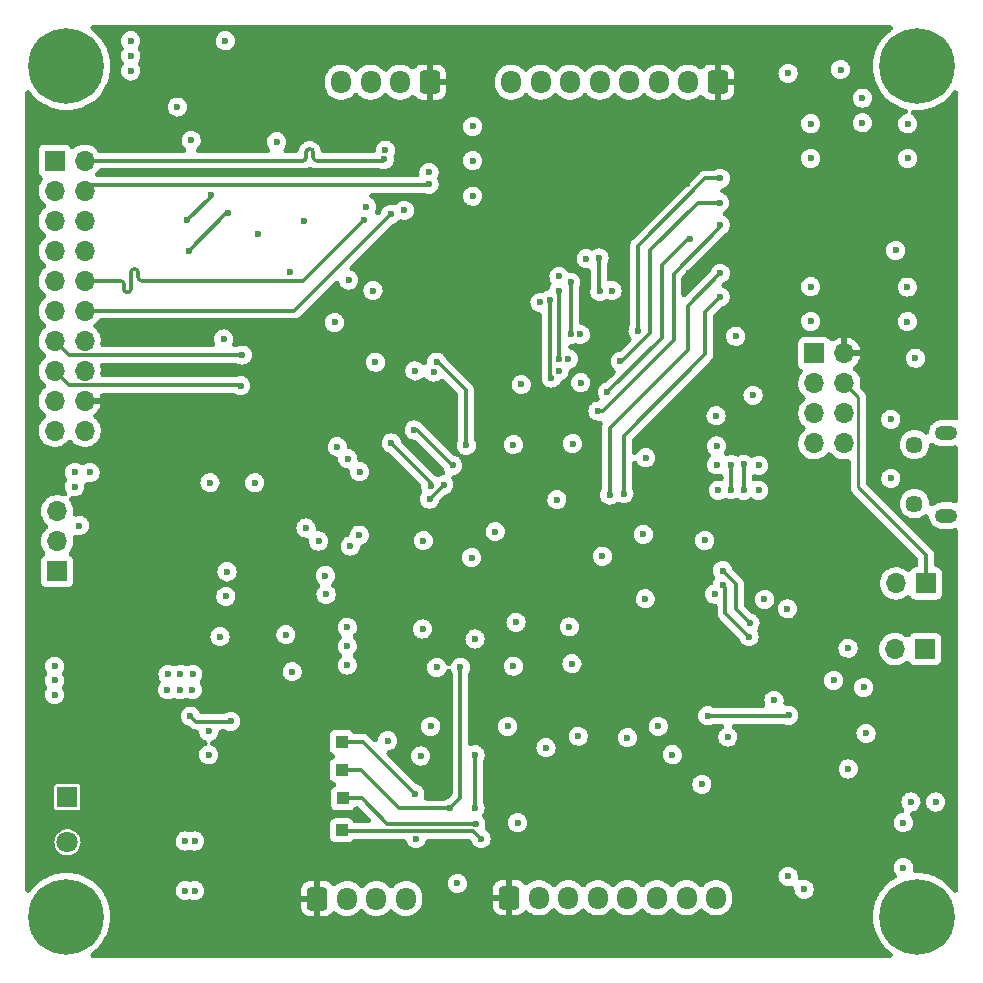
<source format=gbr>
%TF.GenerationSoftware,KiCad,Pcbnew,(6.0.0)*%
%TF.CreationDate,2022-01-20T18:10:17+07:00*%
%TF.ProjectId,CubeSat Thesis MCU V2,43756265-5361-4742-9054-686573697320,rev?*%
%TF.SameCoordinates,Original*%
%TF.FileFunction,Copper,L4,Bot*%
%TF.FilePolarity,Positive*%
%FSLAX46Y46*%
G04 Gerber Fmt 4.6, Leading zero omitted, Abs format (unit mm)*
G04 Created by KiCad (PCBNEW (6.0.0)) date 2022-01-20 18:10:17*
%MOMM*%
%LPD*%
G01*
G04 APERTURE LIST*
G04 Aperture macros list*
%AMRoundRect*
0 Rectangle with rounded corners*
0 $1 Rounding radius*
0 $2 $3 $4 $5 $6 $7 $8 $9 X,Y pos of 4 corners*
0 Add a 4 corners polygon primitive as box body*
4,1,4,$2,$3,$4,$5,$6,$7,$8,$9,$2,$3,0*
0 Add four circle primitives for the rounded corners*
1,1,$1+$1,$2,$3*
1,1,$1+$1,$4,$5*
1,1,$1+$1,$6,$7*
1,1,$1+$1,$8,$9*
0 Add four rect primitives between the rounded corners*
20,1,$1+$1,$2,$3,$4,$5,0*
20,1,$1+$1,$4,$5,$6,$7,0*
20,1,$1+$1,$6,$7,$8,$9,0*
20,1,$1+$1,$8,$9,$2,$3,0*%
G04 Aperture macros list end*
%TA.AperFunction,ComponentPad*%
%ADD10C,0.800000*%
%TD*%
%TA.AperFunction,ComponentPad*%
%ADD11C,6.400000*%
%TD*%
%TA.AperFunction,ComponentPad*%
%ADD12R,1.700000X1.700000*%
%TD*%
%TA.AperFunction,ComponentPad*%
%ADD13O,1.700000X1.700000*%
%TD*%
%TA.AperFunction,ComponentPad*%
%ADD14RoundRect,0.250000X-0.600000X-0.725000X0.600000X-0.725000X0.600000X0.725000X-0.600000X0.725000X0*%
%TD*%
%TA.AperFunction,ComponentPad*%
%ADD15O,1.700000X1.950000*%
%TD*%
%TA.AperFunction,ComponentPad*%
%ADD16O,1.900000X1.200000*%
%TD*%
%TA.AperFunction,ComponentPad*%
%ADD17C,1.450000*%
%TD*%
%TA.AperFunction,ComponentPad*%
%ADD18R,1.000000X1.000000*%
%TD*%
%TA.AperFunction,ComponentPad*%
%ADD19R,1.800000X1.800000*%
%TD*%
%TA.AperFunction,ComponentPad*%
%ADD20C,1.800000*%
%TD*%
%TA.AperFunction,ComponentPad*%
%ADD21RoundRect,0.250000X0.600000X0.725000X-0.600000X0.725000X-0.600000X-0.725000X0.600000X-0.725000X0*%
%TD*%
%TA.AperFunction,ViaPad*%
%ADD22C,0.600000*%
%TD*%
%TA.AperFunction,Conductor*%
%ADD23C,0.300000*%
%TD*%
%TA.AperFunction,Conductor*%
%ADD24C,0.250000*%
%TD*%
G04 APERTURE END LIST*
D10*
%TO.P,H2,1,1*%
%TO.N,GND*%
X153400000Y-54000000D03*
X152697056Y-55697056D03*
X149302944Y-52302944D03*
X148600000Y-54000000D03*
X151000000Y-51600000D03*
X149302944Y-55697056D03*
X152697056Y-52302944D03*
X151000000Y-56400000D03*
D11*
X151000000Y-54000000D03*
%TD*%
D12*
%TO.P,J12,1,Pin_1*%
%TO.N,/Microcontroller/D1_SPEED*%
X78000000Y-62000000D03*
D13*
%TO.P,J12,2,Pin_2*%
%TO.N,/Microcontroller/I2C1_SDA*%
X80540000Y-62000000D03*
%TO.P,J12,3,Pin_3*%
%TO.N,/Microcontroller/D1_DIR*%
X78000000Y-64540000D03*
%TO.P,J12,4,Pin_4*%
%TO.N,/Microcontroller/I2C1_SCL*%
X80540000Y-64540000D03*
%TO.P,J12,5,Pin_5*%
%TO.N,/Microcontroller/D1_DRVOFF*%
X78000000Y-67080000D03*
%TO.P,J12,6,Pin_6*%
%TO.N,/Memory and Sensor/TEMP_SDA*%
X80540000Y-67080000D03*
%TO.P,J12,7,Pin_7*%
%TO.N,/Microcontroller/D1_BREAK*%
X78000000Y-69620000D03*
%TO.P,J12,8,Pin_8*%
%TO.N,/Memory and Sensor/TEMP_SCL*%
X80540000Y-69620000D03*
%TO.P,J12,9,Pin_9*%
%TO.N,/Microcontroller/D2_SPEED*%
X78000000Y-72160000D03*
%TO.P,J12,10,Pin_10*%
%TO.N,/Microcontroller/I2C4_SDA*%
X80540000Y-72160000D03*
%TO.P,J12,11,Pin_11*%
%TO.N,/Microcontroller/D2_DIR*%
X78000000Y-74700000D03*
%TO.P,J12,12,Pin_12*%
%TO.N,/Microcontroller/I2C4_SCL*%
X80540000Y-74700000D03*
%TO.P,J12,13,Pin_13*%
%TO.N,/Microcontroller/ALERT_INA238_1*%
X78000000Y-77240000D03*
%TO.P,J12,14,Pin_14*%
%TO.N,/Microcontroller/ADC_Sense1*%
X80540000Y-77240000D03*
%TO.P,J12,15,Pin_15*%
%TO.N,/Microcontroller/ALERT_INA238_2*%
X78000000Y-79780000D03*
%TO.P,J12,16,Pin_16*%
%TO.N,/Microcontroller/ADC_Sense2*%
X80540000Y-79780000D03*
%TO.P,J12,17,Pin_17*%
%TO.N,+12V*%
X78000000Y-82320000D03*
%TO.P,J12,18,Pin_18*%
%TO.N,+3V3*%
X80540000Y-82320000D03*
%TO.P,J12,19,Pin_19*%
%TO.N,GND*%
X78000000Y-84860000D03*
%TO.P,J12,20,Pin_20*%
%TO.N,/5V_ISOLATE*%
X80540000Y-84860000D03*
%TD*%
D10*
%TO.P,H4,1,1*%
%TO.N,GND*%
X148600000Y-126000000D03*
X149302944Y-124302944D03*
X151000000Y-123600000D03*
D11*
X151000000Y-126000000D03*
D10*
X153400000Y-126000000D03*
X152697056Y-127697056D03*
X149302944Y-127697056D03*
X152697056Y-124302944D03*
X151000000Y-128400000D03*
%TD*%
D14*
%TO.P,J8,1,Pin_1*%
%TO.N,+3V3*%
X116500000Y-124400000D03*
D15*
%TO.P,J8,2,Pin_2*%
%TO.N,GND*%
X119000000Y-124400000D03*
%TO.P,J8,3,Pin_3*%
%TO.N,/Microcontroller/TIM1_CH1*%
X121500000Y-124400000D03*
%TO.P,J8,4,Pin_4*%
%TO.N,/Microcontroller/TIM1_CH2*%
X124000000Y-124400000D03*
%TO.P,J8,5,Pin_5*%
%TO.N,/Microcontroller/SPI4_SCK*%
X126500000Y-124400000D03*
%TO.P,J8,6,Pin_6*%
%TO.N,/Microcontroller/SPI4_MISO*%
X129000000Y-124400000D03*
%TO.P,J8,7,Pin_7*%
%TO.N,/Microcontroller/SPI4_MOSI*%
X131500000Y-124400000D03*
%TO.P,J8,8,Pin_8*%
%TO.N,/Microcontroller/SPI4_CS*%
X134000000Y-124400000D03*
%TD*%
D12*
%TO.P,J1,1,Pin_1*%
%TO.N,/5V_SWITCHING*%
X78207000Y-96759000D03*
D13*
%TO.P,J1,2,Pin_2*%
%TO.N,+5V*%
X78207000Y-94219000D03*
%TO.P,J1,3,Pin_3*%
%TO.N,/5V_ISOLATE*%
X78207000Y-91679000D03*
%TD*%
D11*
%TO.P,H1,1,1*%
%TO.N,GND*%
X79000000Y-54000000D03*
D10*
X79000000Y-51600000D03*
X81400000Y-54000000D03*
X77302944Y-55697056D03*
X80697056Y-52302944D03*
X76600000Y-54000000D03*
X79000000Y-56400000D03*
X77302944Y-52302944D03*
X80697056Y-55697056D03*
%TD*%
D16*
%TO.P,J3,6,Shield*%
%TO.N,GND*%
X153500000Y-85050000D03*
X153500000Y-92050000D03*
D17*
X150800000Y-91050000D03*
X150800000Y-86050000D03*
%TD*%
D18*
%TO.P,TP1,1,1*%
%TO.N,/Memory and Sensor/FRAM_MISO*%
X102300000Y-113600000D03*
%TD*%
D14*
%TO.P,J5,1,Pin_1*%
%TO.N,+3V3*%
X100250000Y-124475000D03*
D15*
%TO.P,J5,2,Pin_2*%
%TO.N,GND*%
X102750000Y-124475000D03*
%TO.P,J5,3,Pin_3*%
%TO.N,/Microcontroller/UART2_TX*%
X105250000Y-124475000D03*
%TO.P,J5,4,Pin_4*%
%TO.N,/Microcontroller/UART2_RX*%
X107750000Y-124475000D03*
%TD*%
D18*
%TO.P,TP4,1,1*%
%TO.N,/Memory and Sensor/FRAM_SCK*%
X102400000Y-116000000D03*
%TD*%
D12*
%TO.P,J7,1,Pin_1*%
%TO.N,/Microcontroller/NRST*%
X151775000Y-97800000D03*
D13*
%TO.P,J7,2,Pin_2*%
%TO.N,Net-(IC3-Pad7)*%
X149235000Y-97800000D03*
%TD*%
D12*
%TO.P,J10,1,Pin_1*%
%TO.N,/Microcontroller/SWCLK*%
X142325000Y-78300000D03*
D13*
%TO.P,J10,2,Pin_2*%
%TO.N,+3V3*%
X144865000Y-78300000D03*
%TO.P,J10,3,Pin_3*%
%TO.N,/Microcontroller/SWDIO*%
X142325000Y-80840000D03*
%TO.P,J10,4,Pin_4*%
%TO.N,/Microcontroller/NRST*%
X144865000Y-80840000D03*
%TO.P,J10,5,Pin_5*%
%TO.N,/Microcontroller/UART3_RX*%
X142325000Y-83380000D03*
%TO.P,J10,6,Pin_6*%
%TO.N,GND*%
X144865000Y-83380000D03*
%TO.P,J10,7,Pin_7*%
%TO.N,/Microcontroller/UART3_TX*%
X142325000Y-85920000D03*
%TO.P,J10,8,Pin_8*%
%TO.N,unconnected-(J10-Pad8)*%
X144865000Y-85920000D03*
%TD*%
D19*
%TO.P,J2,1,Pin_1*%
%TO.N,+12V*%
X79085953Y-115895000D03*
D20*
%TO.P,J2,2,Pin_2*%
%TO.N,GND*%
X79085953Y-119705000D03*
%TD*%
D18*
%TO.P,TP2,1,1*%
%TO.N,/Memory and Sensor/FRAM_CS*%
X102300000Y-111200000D03*
%TD*%
D12*
%TO.P,J4,1,Pin_1*%
%TO.N,/Microcontroller/NRST*%
X151700000Y-103350000D03*
D13*
%TO.P,J4,2,Pin_2*%
%TO.N,Net-(J4-Pad2)*%
X149160000Y-103350000D03*
%TD*%
D21*
%TO.P,J9,1,Pin_1*%
%TO.N,+3V3*%
X134150000Y-55350000D03*
D15*
%TO.P,J9,2,Pin_2*%
%TO.N,GND*%
X131650000Y-55350000D03*
%TO.P,J9,3,Pin_3*%
%TO.N,/Microcontroller/TIM3_CH1*%
X129150000Y-55350000D03*
%TO.P,J9,4,Pin_4*%
%TO.N,/Microcontroller/TIM3_CH2*%
X126650000Y-55350000D03*
%TO.P,J9,5,Pin_5*%
%TO.N,/Microcontroller/SPI1_SCK*%
X124150000Y-55350000D03*
%TO.P,J9,6,Pin_6*%
%TO.N,/Microcontroller/SPI1_MISO*%
X121650000Y-55350000D03*
%TO.P,J9,7,Pin_7*%
%TO.N,/Microcontroller/SPI1_MOSI*%
X119150000Y-55350000D03*
%TO.P,J9,8,Pin_8*%
%TO.N,/Microcontroller/SPI1_CS*%
X116650000Y-55350000D03*
%TD*%
D10*
%TO.P,H3,1,1*%
%TO.N,GND*%
X77302944Y-124302944D03*
D11*
X79000000Y-126000000D03*
D10*
X80697056Y-124302944D03*
X77302944Y-127697056D03*
X76600000Y-126000000D03*
X81400000Y-126000000D03*
X79000000Y-128400000D03*
X79000000Y-123600000D03*
X80697056Y-127697056D03*
%TD*%
D21*
%TO.P,J6,1,Pin_1*%
%TO.N,+3V3*%
X109750000Y-55350000D03*
D15*
%TO.P,J6,2,Pin_2*%
%TO.N,GND*%
X107250000Y-55350000D03*
%TO.P,J6,3,Pin_3*%
%TO.N,/Microcontroller/I2C4_SCL*%
X104750000Y-55350000D03*
%TO.P,J6,4,Pin_4*%
%TO.N,/Microcontroller/I2C4_SDA*%
X102250000Y-55350000D03*
%TD*%
D18*
%TO.P,TP3,1,1*%
%TO.N,/Memory and Sensor/FRAM_MOSI*%
X102300000Y-118700000D03*
%TD*%
D22*
%TO.N,GND*%
X101925000Y-86225000D03*
X88600000Y-106800000D03*
X89050000Y-123800000D03*
X137600000Y-89900000D03*
X102900000Y-72100000D03*
X98109853Y-105265207D03*
X142025000Y-72675000D03*
X89556335Y-60273552D03*
X92600000Y-96800000D03*
X117065255Y-101075065D03*
X79700000Y-89600000D03*
X96800000Y-60400000D03*
X144538083Y-54287635D03*
X134000000Y-83600000D03*
X137133283Y-81867190D03*
X120700000Y-79800000D03*
X150225000Y-58875000D03*
X78000000Y-107200000D03*
X84450000Y-53100000D03*
X89700000Y-105500000D03*
X115300000Y-93400000D03*
X80100000Y-92900000D03*
X109700000Y-63000000D03*
X143950000Y-106000000D03*
X101700000Y-75700000D03*
X140100000Y-54600000D03*
X146400000Y-58800000D03*
X103800000Y-93700000D03*
X117500000Y-80950000D03*
X106013067Y-61108533D03*
X88400000Y-57450000D03*
X84450000Y-51850000D03*
X146700000Y-110500000D03*
X113600000Y-102500000D03*
X140050000Y-99950000D03*
X100975000Y-98725000D03*
X95200000Y-68200000D03*
X97577772Y-102139228D03*
X89650000Y-106800000D03*
X130300000Y-112300000D03*
X91050000Y-110300000D03*
X89850000Y-123800000D03*
X121587947Y-101474126D03*
X133050000Y-94150000D03*
X119100000Y-74000000D03*
X91050000Y-112300000D03*
X145200000Y-113500000D03*
X146500000Y-106600000D03*
X100350000Y-94200000D03*
X87600000Y-105500000D03*
X133875500Y-98700000D03*
X103025000Y-94625000D03*
X108600000Y-119400000D03*
X109225000Y-94175000D03*
X113400000Y-62000000D03*
X92500000Y-98900000D03*
X120700000Y-71800000D03*
X78000000Y-104800000D03*
X149850000Y-121850000D03*
X92300000Y-77100000D03*
X121500000Y-78800000D03*
X149200000Y-69600000D03*
X106200000Y-111100000D03*
X124381374Y-95488210D03*
X119600000Y-111700000D03*
X79700000Y-88400000D03*
X110100000Y-79900000D03*
X137600000Y-87800000D03*
X92450000Y-51850000D03*
X128050000Y-87150000D03*
X108500000Y-79800000D03*
X134200000Y-89900000D03*
X89050000Y-119600000D03*
X102775000Y-103100000D03*
X138900000Y-107700000D03*
X117200000Y-118050000D03*
X149850000Y-118050000D03*
X125200000Y-73000000D03*
X142025000Y-58875000D03*
X128000000Y-99100000D03*
X105159932Y-79060196D03*
X116350000Y-109900000D03*
X109000000Y-112400000D03*
X129100000Y-109900000D03*
X112100000Y-123200000D03*
X113400000Y-59100000D03*
X113400000Y-65000000D03*
X126500000Y-110850000D03*
X110350000Y-104900000D03*
X146400000Y-56700000D03*
X78000000Y-106000000D03*
X116850000Y-86050000D03*
X148800000Y-83900000D03*
X134050000Y-87750000D03*
X150200000Y-75625000D03*
X152600000Y-116300000D03*
X103825000Y-88325000D03*
X81000000Y-88400000D03*
X91150000Y-89279000D03*
X150878720Y-78719041D03*
X102775000Y-104700000D03*
X121850000Y-85950000D03*
X100925000Y-97125000D03*
X122500000Y-76700000D03*
X127850000Y-93650000D03*
X97900000Y-71400000D03*
X109150000Y-101650000D03*
X148802500Y-88900000D03*
X88650000Y-105500000D03*
X99100000Y-67100000D03*
X104400000Y-65900000D03*
X94950000Y-89279000D03*
X92000000Y-102300000D03*
X102775000Y-101500000D03*
X120523784Y-90699477D03*
X150500000Y-116300000D03*
X102825000Y-87225000D03*
X141450000Y-123700000D03*
X89850000Y-119600000D03*
X134050000Y-86150000D03*
X132800000Y-114800000D03*
X107600000Y-66200000D03*
X84450000Y-54400000D03*
X142025000Y-75600000D03*
X87550000Y-106800000D03*
X121800000Y-104600000D03*
X116850000Y-104800000D03*
X123000000Y-70300000D03*
X135000000Y-110800000D03*
X140100000Y-122600000D03*
X142025000Y-61800000D03*
X109850000Y-109900000D03*
X122325000Y-110725000D03*
X138100000Y-99150000D03*
X99275000Y-93100000D03*
X145175000Y-103275000D03*
X150225000Y-61800000D03*
X150200000Y-72700000D03*
X135670059Y-76856756D03*
X122550000Y-80800000D03*
X113300000Y-95600000D03*
X104950000Y-73000000D03*
%TO.N,+3V3*%
X115300000Y-114650000D03*
X148000000Y-56600000D03*
X131500000Y-62650000D03*
X142550000Y-93350000D03*
X121350000Y-108350000D03*
X105300000Y-100950000D03*
X85000000Y-91050000D03*
X109850000Y-108350000D03*
X131700000Y-71500000D03*
X143650000Y-126850000D03*
X105400000Y-93550000D03*
X107450000Y-81650000D03*
X131550000Y-99750000D03*
X97100000Y-58300000D03*
X95100000Y-58350000D03*
X113100000Y-73100000D03*
X149000000Y-57700000D03*
X84750000Y-57500000D03*
X115250000Y-73100000D03*
X131675000Y-72550000D03*
X87700000Y-91050000D03*
X93100000Y-58350000D03*
X144550000Y-125800000D03*
X87700000Y-92100000D03*
X103700000Y-107375000D03*
X104950000Y-88450000D03*
X86400000Y-92100000D03*
X131550000Y-85050000D03*
X111000000Y-73150000D03*
X117500000Y-82500000D03*
X138150000Y-95500000D03*
X104950000Y-76800000D03*
X131500000Y-64000000D03*
X118000500Y-115450000D03*
X86400000Y-91050000D03*
X85000000Y-92100000D03*
X129150000Y-108300000D03*
X122600000Y-82350000D03*
X143650000Y-125800000D03*
X117400000Y-73100000D03*
X131500000Y-94200000D03*
X145400000Y-125800000D03*
X116400000Y-108350000D03*
X140200000Y-104200000D03*
%TO.N,/Microcontroller/ALERT_INA238_1*%
X93900000Y-78450000D03*
%TO.N,/Microcontroller/ALERT_INA238_2*%
X93750000Y-81050000D03*
%TO.N,/Microcontroller/I2C4_SDA*%
X104200000Y-67000000D03*
%TO.N,/Microcontroller/D1_DIR*%
X111700000Y-87800000D03*
X108450000Y-84800000D03*
%TO.N,/Microcontroller/I2C1_SCL*%
X109700000Y-64000000D03*
%TO.N,/Microcontroller/I2C1_SDA*%
X105900000Y-61900000D03*
%TO.N,/Microcontroller/NRST*%
X140150000Y-108950000D03*
X133300000Y-109000000D03*
%TO.N,Net-(IC1-Pad4)*%
X92900000Y-109475000D03*
X89500000Y-109025000D03*
%TO.N,/Memory and Sensor/TEMP_SCL*%
X92650000Y-66450000D03*
X106500000Y-85900000D03*
X89380000Y-69620000D03*
X109850000Y-89550000D03*
%TO.N,/Memory and Sensor/TEMP_SDA*%
X89200000Y-67050000D03*
X91200000Y-64900000D03*
X109750000Y-90650000D03*
X110950000Y-89450000D03*
%TO.N,/Microcontroller/UART3_TX*%
X136350000Y-89900000D03*
X136350000Y-87700000D03*
%TO.N,/Microcontroller/UART3_RX*%
X135300000Y-89850000D03*
X135300000Y-87750000D03*
%TO.N,/Microcontroller/WDI2*%
X134550500Y-97900000D03*
X136800000Y-102300000D03*
%TO.N,/Microcontroller/WDI1*%
X134550500Y-96700000D03*
X136870374Y-101135187D03*
%TO.N,/Memory and Sensor/SDIO_D0*%
X125000000Y-90300000D03*
X134350000Y-71550000D03*
%TO.N,/Memory and Sensor/SDIO_D1*%
X126200000Y-90200000D03*
X134350000Y-73550000D03*
%TO.N,/Memory and Sensor/SDIO_D2*%
X134350000Y-63500000D03*
X127400000Y-76400000D03*
%TO.N,/Memory and Sensor/SDIO_D3*%
X125900000Y-79000000D03*
X134300000Y-65550000D03*
%TO.N,/Memory and Sensor/SDIO_CLK*%
X131800000Y-68600000D03*
X124800000Y-81600000D03*
%TO.N,/Memory and Sensor/SDIO_CMD*%
X124000000Y-83200000D03*
X134350000Y-67450000D03*
%TO.N,/Memory and Sensor/FRAM_MOSI*%
X114100000Y-119400000D03*
%TO.N,/Memory and Sensor/FRAM_MISO*%
X112350000Y-104900000D03*
X111450000Y-116850000D03*
%TO.N,/Memory and Sensor/FRAM_HOLD*%
X113600000Y-112300000D03*
X113600000Y-116800000D03*
%TO.N,/Memory and Sensor/FRAM_SCK*%
X113665000Y-118135000D03*
%TO.N,/Memory and Sensor/FRAM_CS*%
X108500000Y-115600000D03*
%TO.N,/Microcontroller/BOOT0*%
X112850000Y-86100000D03*
X110350000Y-79050000D03*
%TO.N,/Microcontroller/SPI1_CS*%
X119900000Y-73800000D03*
X120049500Y-80400000D03*
%TO.N,/Microcontroller/SPI1_MOSI*%
X120700000Y-78800000D03*
X120700000Y-73000000D03*
%TO.N,/Microcontroller/SPI1_MISO*%
X121700000Y-76700000D03*
X121700000Y-72300000D03*
%TO.N,/Microcontroller/SPI1_SCK*%
X124165520Y-73065520D03*
X124090734Y-70240734D03*
%TO.N,/Microcontroller/I2C4_SCL*%
X106450000Y-66550000D03*
%TD*%
D23*
%TO.N,/Microcontroller/I2C1_SCL*%
X81030000Y-64050000D02*
X80540000Y-64540000D01*
X109650000Y-64050000D02*
X81030000Y-64050000D01*
X109700000Y-64000000D02*
X109650000Y-64050000D01*
%TO.N,/Microcontroller/ALERT_INA238_1*%
X93889511Y-78439511D02*
X79199511Y-78439511D01*
X79199511Y-78439511D02*
X78000000Y-77240000D01*
X93900000Y-78450000D02*
X93889511Y-78439511D01*
%TO.N,/Microcontroller/ALERT_INA238_2*%
X93709266Y-81009266D02*
X79229266Y-81009266D01*
X93750000Y-81050000D02*
X93709266Y-81009266D01*
X79229266Y-81009266D02*
X78000000Y-79780000D01*
%TO.N,/Microcontroller/I2C4_SDA*%
X84460000Y-72460000D02*
X84460000Y-71460000D01*
X85060000Y-71460000D02*
X85060000Y-71860000D01*
X84460000Y-72860000D02*
X84460000Y-72460000D01*
X85360000Y-72160000D02*
X86060586Y-72160000D01*
X83860000Y-72460000D02*
X83860000Y-72860000D01*
X86060586Y-72160000D02*
X99040000Y-72160000D01*
X80540000Y-72160000D02*
X83560000Y-72160000D01*
X99040000Y-72160000D02*
X104200000Y-67000000D01*
X84460000Y-72860000D02*
G75*
G02*
X84160000Y-73160000I-300000J0D01*
G01*
X84160000Y-73160000D02*
G75*
G02*
X83860000Y-72860000I0J300000D01*
G01*
X85360000Y-72160000D02*
G75*
G02*
X85060000Y-71860000I0J300000D01*
G01*
X85060000Y-71460000D02*
G75*
G03*
X84760000Y-71160000I-300000J0D01*
G01*
X84760000Y-71160000D02*
G75*
G03*
X84460000Y-71460000I0J-300000D01*
G01*
X83860000Y-72460000D02*
G75*
G03*
X83560000Y-72160000I-300000J0D01*
G01*
%TO.N,/Microcontroller/D1_DIR*%
X108650000Y-84800000D02*
X108450000Y-84800000D01*
X111650000Y-87800000D02*
X108650000Y-84800000D01*
X111700000Y-87800000D02*
X111650000Y-87800000D01*
%TO.N,/Microcontroller/I2C1_SDA*%
X105900000Y-61900000D02*
X105800000Y-62000000D01*
X99900000Y-61700000D02*
X99900000Y-61300000D01*
X105800000Y-62000000D02*
X100200000Y-62000000D01*
X99000000Y-62000000D02*
X98950000Y-62000000D01*
X98950000Y-62000000D02*
X80540000Y-62000000D01*
X99300000Y-61300000D02*
X99300000Y-61700000D01*
X99000000Y-62000000D02*
G75*
G03*
X99300000Y-61700000I0J300000D01*
G01*
X99900000Y-61700000D02*
G75*
G03*
X100200000Y-62000000I300000J0D01*
G01*
X99600000Y-61000000D02*
G75*
G02*
X99900000Y-61300000I0J-300000D01*
G01*
X99300000Y-61300000D02*
G75*
G02*
X99600000Y-61000000I300000J0D01*
G01*
%TO.N,/Microcontroller/NRST*%
X133300000Y-109000000D02*
X140100000Y-109000000D01*
D24*
X144865000Y-80840000D02*
X146039511Y-82014511D01*
D23*
X140100000Y-109000000D02*
X140150000Y-108950000D01*
X151775000Y-95395000D02*
X151775000Y-97800000D01*
D24*
X146039511Y-89659511D02*
X151775000Y-95395000D01*
X146039511Y-82014511D02*
X146039511Y-89659511D01*
D23*
%TO.N,Net-(IC1-Pad4)*%
X89975000Y-109500000D02*
X92775000Y-109500000D01*
X92775000Y-109500000D02*
X92875000Y-109500000D01*
X89500000Y-109025000D02*
X89975000Y-109500000D01*
X92875000Y-109500000D02*
X92900000Y-109475000D01*
%TO.N,/Memory and Sensor/TEMP_SCL*%
X92650000Y-66450000D02*
X92550000Y-66450000D01*
X106500000Y-85900000D02*
X109850000Y-89250000D01*
X92550000Y-66450000D02*
X89380000Y-69620000D01*
X109850000Y-89250000D02*
X109850000Y-89550000D01*
%TO.N,/Memory and Sensor/TEMP_SDA*%
X91200000Y-64900000D02*
X91200000Y-65050000D01*
X109750000Y-90650000D02*
X110950000Y-89450000D01*
X91200000Y-65050000D02*
X89200000Y-67050000D01*
%TO.N,/Microcontroller/UART3_TX*%
X136350000Y-89900000D02*
X136350000Y-87700000D01*
%TO.N,/Microcontroller/UART3_RX*%
X135300000Y-87750000D02*
X135300000Y-89850000D01*
%TO.N,/Microcontroller/WDI2*%
X136800000Y-102300000D02*
X134800000Y-100300000D01*
X134800000Y-100300000D02*
X134800000Y-98149500D01*
X134800000Y-98149500D02*
X134550500Y-97900000D01*
%TO.N,/Microcontroller/WDI1*%
X135700000Y-99900000D02*
X135700000Y-99964813D01*
X135700000Y-97849500D02*
X135700000Y-99900000D01*
X135700000Y-99964813D02*
X136870374Y-101135187D01*
X134550500Y-96700000D02*
X135700000Y-97849500D01*
%TO.N,/Memory and Sensor/SDIO_D0*%
X126000000Y-83600000D02*
X125000000Y-84600000D01*
X134350000Y-71550000D02*
X131600000Y-74300000D01*
X125000000Y-84600000D02*
X125000000Y-90300000D01*
X131600000Y-74300000D02*
X131600000Y-77900000D01*
X131600000Y-77900000D02*
X131600000Y-78000000D01*
X131600000Y-78000000D02*
X126000000Y-83600000D01*
%TO.N,/Memory and Sensor/SDIO_D1*%
X126200000Y-85300000D02*
X133100000Y-78400000D01*
X126200000Y-90200000D02*
X126200000Y-85300000D01*
X133100000Y-74800000D02*
X134350000Y-73550000D01*
X133100000Y-78400000D02*
X133100000Y-74800000D01*
%TO.N,/Memory and Sensor/SDIO_D2*%
X127400000Y-76400000D02*
X127400000Y-69200000D01*
X133100000Y-63500000D02*
X134350000Y-63500000D01*
X127400000Y-69200000D02*
X133100000Y-63500000D01*
%TO.N,/Memory and Sensor/SDIO_D3*%
X126000000Y-79000000D02*
X125900000Y-79000000D01*
X132450000Y-65550000D02*
X128400000Y-69600000D01*
X128400000Y-76600000D02*
X126000000Y-79000000D01*
X134300000Y-65550000D02*
X132450000Y-65550000D01*
X128400000Y-69600000D02*
X128400000Y-76600000D01*
%TO.N,/Memory and Sensor/SDIO_CLK*%
X129400000Y-77000000D02*
X124800000Y-81600000D01*
X129400000Y-70800000D02*
X129400000Y-77000000D01*
X131600000Y-68600000D02*
X129400000Y-70800000D01*
X131800000Y-68600000D02*
X131600000Y-68600000D01*
%TO.N,/Memory and Sensor/SDIO_CMD*%
X130400000Y-71600000D02*
X134350000Y-67650000D01*
X124000000Y-83200000D02*
X124400000Y-83200000D01*
X124400000Y-83200000D02*
X130400000Y-77200000D01*
X134350000Y-67650000D02*
X134350000Y-67450000D01*
X130400000Y-77200000D02*
X130400000Y-71600000D01*
%TO.N,/Memory and Sensor/FRAM_MOSI*%
X113450489Y-118750489D02*
X102350489Y-118750489D01*
X114100000Y-119400000D02*
X113450489Y-118750489D01*
X102350489Y-118750489D02*
X102300000Y-118700000D01*
%TO.N,/Memory and Sensor/FRAM_MISO*%
X111450000Y-116850000D02*
X112350000Y-115950000D01*
X111450000Y-116850000D02*
X107150000Y-116850000D01*
X112350000Y-115950000D02*
X112350000Y-104900000D01*
X107150000Y-116850000D02*
X103900000Y-113600000D01*
X103900000Y-113600000D02*
X102300000Y-113600000D01*
%TO.N,/Memory and Sensor/FRAM_HOLD*%
X113600000Y-112300000D02*
X113600000Y-116800000D01*
%TO.N,/Memory and Sensor/FRAM_SCK*%
X113665000Y-118135000D02*
X106135000Y-118135000D01*
X106135000Y-118135000D02*
X104000000Y-116000000D01*
X104000000Y-116000000D02*
X102400000Y-116000000D01*
%TO.N,/Memory and Sensor/FRAM_CS*%
X104100000Y-111200000D02*
X102300000Y-111200000D01*
X108500000Y-115600000D02*
X104100000Y-111200000D01*
%TO.N,/Microcontroller/BOOT0*%
X110450500Y-79050000D02*
X112850000Y-81449500D01*
X112850000Y-81449500D02*
X112850000Y-86100000D01*
X110350000Y-79050000D02*
X110450500Y-79050000D01*
%TO.N,/Microcontroller/SPI1_CS*%
X119900000Y-80250500D02*
X120049500Y-80400000D01*
X119900000Y-73800000D02*
X119900000Y-80250500D01*
%TO.N,/Microcontroller/SPI1_MOSI*%
X120700000Y-78800000D02*
X120700000Y-73000000D01*
%TO.N,/Microcontroller/SPI1_MISO*%
X121700000Y-76700000D02*
X121700000Y-72300000D01*
%TO.N,/Microcontroller/SPI1_SCK*%
X124090734Y-72990734D02*
X124090734Y-70240734D01*
X124165520Y-73065520D02*
X124090734Y-72990734D01*
%TO.N,/Microcontroller/I2C4_SCL*%
X106450000Y-66550000D02*
X98300000Y-74700000D01*
X98300000Y-74700000D02*
X80540000Y-74700000D01*
%TD*%
%TA.AperFunction,Conductor*%
%TO.N,+3V3*%
G36*
X148810817Y-50527258D02*
G01*
X148892896Y-50582102D01*
X148947740Y-50664181D01*
X148966998Y-50761000D01*
X148947740Y-50857819D01*
X148892896Y-50939898D01*
X148851791Y-50973184D01*
X148817207Y-50995643D01*
X148812059Y-50999812D01*
X148812056Y-50999814D01*
X148623109Y-51152821D01*
X148515124Y-51240266D01*
X148240266Y-51515124D01*
X147995643Y-51817207D01*
X147992035Y-51822763D01*
X147992032Y-51822767D01*
X147954480Y-51880593D01*
X147783938Y-52143206D01*
X147780937Y-52149096D01*
X147780934Y-52149101D01*
X147644659Y-52416555D01*
X147607468Y-52489547D01*
X147605101Y-52495713D01*
X147605098Y-52495720D01*
X147549926Y-52639448D01*
X147468167Y-52852438D01*
X147466454Y-52858831D01*
X147466453Y-52858834D01*
X147429518Y-52996680D01*
X147367562Y-53227901D01*
X147366526Y-53234443D01*
X147366525Y-53234447D01*
X147315538Y-53556362D01*
X147306754Y-53611824D01*
X147306408Y-53618435D01*
X147306407Y-53618440D01*
X147292577Y-53882350D01*
X147286411Y-54000000D01*
X147286758Y-54006621D01*
X147302676Y-54310352D01*
X147306754Y-54388176D01*
X147307790Y-54394715D01*
X147307790Y-54394718D01*
X147364867Y-54755081D01*
X147367562Y-54772099D01*
X147427363Y-54995280D01*
X147466395Y-55140947D01*
X147468167Y-55147562D01*
X147607468Y-55510453D01*
X147610467Y-55516340D01*
X147610468Y-55516341D01*
X147711736Y-55715089D01*
X147783938Y-55856794D01*
X147787543Y-55862345D01*
X147787544Y-55862347D01*
X147915162Y-56058862D01*
X147995643Y-56182793D01*
X147999812Y-56187941D01*
X147999814Y-56187944D01*
X148111894Y-56326351D01*
X148240266Y-56484876D01*
X148515124Y-56759734D01*
X148520265Y-56763897D01*
X148707554Y-56915561D01*
X148817207Y-57004357D01*
X148822763Y-57007965D01*
X148822767Y-57007968D01*
X149135721Y-57211202D01*
X149143205Y-57216062D01*
X149149095Y-57219063D01*
X149149100Y-57219066D01*
X149483658Y-57389532D01*
X149483667Y-57389536D01*
X149489547Y-57392532D01*
X149495713Y-57394899D01*
X149495720Y-57394902D01*
X149577312Y-57426222D01*
X149852438Y-57531833D01*
X149858831Y-57533546D01*
X149858834Y-57533547D01*
X150066907Y-57589300D01*
X150155443Y-57632961D01*
X150220531Y-57707179D01*
X150252262Y-57800656D01*
X150245805Y-57899160D01*
X150202144Y-57987696D01*
X150127926Y-58052784D01*
X150059245Y-58079423D01*
X150050288Y-58080364D01*
X149878579Y-58138818D01*
X149724088Y-58233862D01*
X149713981Y-58243759D01*
X149713979Y-58243761D01*
X149649792Y-58306618D01*
X149594493Y-58360771D01*
X149496235Y-58513238D01*
X149434197Y-58683685D01*
X149432424Y-58697718D01*
X149432424Y-58697719D01*
X149418498Y-58807956D01*
X149411463Y-58863640D01*
X149429163Y-59044160D01*
X149433628Y-59057582D01*
X149433629Y-59057587D01*
X149475576Y-59183682D01*
X149486418Y-59216273D01*
X149493744Y-59228370D01*
X149493745Y-59228372D01*
X149518447Y-59269160D01*
X149580380Y-59371424D01*
X149590205Y-59381598D01*
X149684185Y-59478916D01*
X149706382Y-59501902D01*
X149858159Y-59601222D01*
X150028168Y-59664448D01*
X150207961Y-59688438D01*
X150388600Y-59671998D01*
X150561108Y-59615947D01*
X150578862Y-59605364D01*
X150679589Y-59545318D01*
X150716912Y-59523069D01*
X150731004Y-59509650D01*
X150790101Y-59453372D01*
X150848266Y-59397982D01*
X150948643Y-59246902D01*
X151013055Y-59077338D01*
X151038299Y-58897717D01*
X151038616Y-58875000D01*
X151018397Y-58694745D01*
X150958745Y-58523448D01*
X150862626Y-58369624D01*
X150844006Y-58350873D01*
X150791162Y-58297660D01*
X150734815Y-58240918D01*
X150619459Y-58167711D01*
X150548034Y-58099575D01*
X150508118Y-58009290D01*
X150505792Y-57910601D01*
X150541409Y-57818535D01*
X150609548Y-57747107D01*
X150699833Y-57707191D01*
X150768265Y-57701445D01*
X150993377Y-57713242D01*
X150993379Y-57713242D01*
X151000000Y-57713589D01*
X151006621Y-57713242D01*
X151381560Y-57693593D01*
X151381565Y-57693592D01*
X151388176Y-57693246D01*
X151394715Y-57692210D01*
X151394718Y-57692210D01*
X151765553Y-57633475D01*
X151765557Y-57633474D01*
X151772099Y-57632438D01*
X152072436Y-57551963D01*
X152141166Y-57533547D01*
X152141169Y-57533546D01*
X152147562Y-57531833D01*
X152422688Y-57426222D01*
X152504280Y-57394902D01*
X152504287Y-57394899D01*
X152510453Y-57392532D01*
X152516333Y-57389536D01*
X152516342Y-57389532D01*
X152850900Y-57219066D01*
X152850905Y-57219063D01*
X152856795Y-57216062D01*
X152864279Y-57211202D01*
X153177233Y-57007968D01*
X153177237Y-57007965D01*
X153182793Y-57004357D01*
X153292447Y-56915561D01*
X153479735Y-56763897D01*
X153484876Y-56759734D01*
X153759734Y-56484876D01*
X153888106Y-56326351D01*
X154000186Y-56187944D01*
X154000188Y-56187941D01*
X154004357Y-56182793D01*
X154026816Y-56148209D01*
X154095699Y-56077498D01*
X154186398Y-56038531D01*
X154285105Y-56037238D01*
X154376793Y-56073818D01*
X154447504Y-56142701D01*
X154486471Y-56233400D01*
X154492000Y-56286002D01*
X154492000Y-83741187D01*
X154472742Y-83838006D01*
X154417898Y-83920085D01*
X154335819Y-83974929D01*
X154239000Y-83994187D01*
X154171405Y-83984386D01*
X154166263Y-83982314D01*
X154154436Y-83980004D01*
X154154435Y-83980004D01*
X154018062Y-83953372D01*
X153958663Y-83941772D01*
X153953101Y-83941500D01*
X153097154Y-83941500D01*
X153091163Y-83942072D01*
X153091155Y-83942072D01*
X152951422Y-83955404D01*
X152951420Y-83955404D01*
X152939434Y-83956548D01*
X152736466Y-84016092D01*
X152548420Y-84112942D01*
X152538948Y-84120382D01*
X152538947Y-84120383D01*
X152428522Y-84207123D01*
X152382080Y-84243604D01*
X152357524Y-84271902D01*
X152255826Y-84389099D01*
X152243448Y-84403363D01*
X152237419Y-84413785D01*
X152155149Y-84555994D01*
X152137527Y-84586454D01*
X152133578Y-84597825D01*
X152133577Y-84597828D01*
X152093431Y-84713438D01*
X152068139Y-84786271D01*
X152066412Y-84798184D01*
X152066411Y-84798187D01*
X152040842Y-84974535D01*
X152007890Y-85067589D01*
X151941836Y-85140949D01*
X151852737Y-85183447D01*
X151754157Y-85188614D01*
X151661103Y-85155662D01*
X151611562Y-85117130D01*
X151595907Y-85101475D01*
X151586863Y-85095142D01*
X151586859Y-85095139D01*
X151428155Y-84984013D01*
X151428153Y-84984012D01*
X151419106Y-84977677D01*
X151400842Y-84969160D01*
X151233499Y-84891127D01*
X151233500Y-84891127D01*
X151223493Y-84886461D01*
X151015013Y-84830599D01*
X151004012Y-84829637D01*
X151004009Y-84829636D01*
X150811007Y-84812751D01*
X150800000Y-84811788D01*
X150788993Y-84812751D01*
X150595991Y-84829636D01*
X150595988Y-84829637D01*
X150584987Y-84830599D01*
X150376507Y-84886461D01*
X150366500Y-84891127D01*
X150366501Y-84891127D01*
X150199159Y-84969160D01*
X150180894Y-84977677D01*
X150171847Y-84984012D01*
X150171845Y-84984013D01*
X150013141Y-85095139D01*
X150013137Y-85095142D01*
X150004093Y-85101475D01*
X149851475Y-85254093D01*
X149845142Y-85263137D01*
X149845139Y-85263141D01*
X149734445Y-85421228D01*
X149727677Y-85430894D01*
X149723011Y-85440900D01*
X149723010Y-85440902D01*
X149700589Y-85488984D01*
X149636461Y-85626507D01*
X149580599Y-85834987D01*
X149579637Y-85845988D01*
X149579636Y-85845991D01*
X149568809Y-85969745D01*
X149561788Y-86050000D01*
X149562751Y-86061007D01*
X149579581Y-86253372D01*
X149580599Y-86265013D01*
X149636461Y-86473493D01*
X149641127Y-86483499D01*
X149712133Y-86635771D01*
X149727677Y-86669106D01*
X149734012Y-86678153D01*
X149734013Y-86678155D01*
X149843499Y-86834516D01*
X149851475Y-86845907D01*
X150004093Y-86998525D01*
X150013137Y-87004858D01*
X150013141Y-87004861D01*
X150171845Y-87115987D01*
X150180894Y-87122323D01*
X150190900Y-87126989D01*
X150190902Y-87126990D01*
X150227910Y-87144247D01*
X150376507Y-87213539D01*
X150584987Y-87269401D01*
X150595988Y-87270363D01*
X150595991Y-87270364D01*
X150788993Y-87287249D01*
X150800000Y-87288212D01*
X150811007Y-87287249D01*
X151004009Y-87270364D01*
X151004012Y-87270363D01*
X151015013Y-87269401D01*
X151223493Y-87213539D01*
X151372090Y-87144247D01*
X151409098Y-87126990D01*
X151409100Y-87126989D01*
X151419106Y-87122323D01*
X151428155Y-87115987D01*
X151586859Y-87004861D01*
X151586863Y-87004858D01*
X151595907Y-86998525D01*
X151748525Y-86845907D01*
X151756502Y-86834516D01*
X151865987Y-86678155D01*
X151865988Y-86678153D01*
X151872323Y-86669106D01*
X151887868Y-86635771D01*
X151958873Y-86483499D01*
X151963539Y-86473493D01*
X152019401Y-86265013D01*
X152020420Y-86253372D01*
X152035036Y-86086306D01*
X152062659Y-85991534D01*
X152124448Y-85914548D01*
X152210995Y-85867067D01*
X152309124Y-85856320D01*
X152403896Y-85883943D01*
X152443877Y-85909809D01*
X152451152Y-85915554D01*
X152459850Y-85923881D01*
X152637548Y-86038620D01*
X152648719Y-86043122D01*
X152648721Y-86043123D01*
X152822568Y-86113185D01*
X152822570Y-86113186D01*
X152833737Y-86117686D01*
X153041337Y-86158228D01*
X153046899Y-86158500D01*
X153902846Y-86158500D01*
X153908837Y-86157928D01*
X153908845Y-86157928D01*
X154048578Y-86144596D01*
X154048580Y-86144596D01*
X154060566Y-86143452D01*
X154167780Y-86111999D01*
X154266105Y-86103224D01*
X154360303Y-86132744D01*
X154436034Y-86196065D01*
X154481769Y-86283548D01*
X154492000Y-86354768D01*
X154492000Y-90741187D01*
X154472742Y-90838006D01*
X154417898Y-90920085D01*
X154335819Y-90974929D01*
X154239000Y-90994187D01*
X154171405Y-90984386D01*
X154166263Y-90982314D01*
X154154436Y-90980004D01*
X154154435Y-90980004D01*
X154027991Y-90955311D01*
X153958663Y-90941772D01*
X153953101Y-90941500D01*
X153097154Y-90941500D01*
X153091163Y-90942072D01*
X153091155Y-90942072D01*
X152951422Y-90955404D01*
X152951420Y-90955404D01*
X152939434Y-90956548D01*
X152736466Y-91016092D01*
X152548420Y-91112942D01*
X152487541Y-91160763D01*
X152443754Y-91195158D01*
X152355720Y-91239820D01*
X152257295Y-91247393D01*
X152163464Y-91216724D01*
X152088512Y-91152482D01*
X152043850Y-91064448D01*
X152035434Y-91018249D01*
X152035159Y-91015099D01*
X152028038Y-90933705D01*
X152020364Y-90845990D01*
X152020363Y-90845986D01*
X152019401Y-90834987D01*
X151963539Y-90626507D01*
X151879084Y-90445393D01*
X151876990Y-90440902D01*
X151876989Y-90440900D01*
X151872323Y-90430894D01*
X151860100Y-90413438D01*
X151754861Y-90263141D01*
X151754858Y-90263137D01*
X151748525Y-90254093D01*
X151595907Y-90101475D01*
X151586863Y-90095142D01*
X151586859Y-90095139D01*
X151428155Y-89984013D01*
X151428153Y-89984012D01*
X151419106Y-89977677D01*
X151406722Y-89971902D01*
X151247850Y-89897819D01*
X151223493Y-89886461D01*
X151015013Y-89830599D01*
X151004012Y-89829637D01*
X151004009Y-89829636D01*
X150811007Y-89812751D01*
X150800000Y-89811788D01*
X150788993Y-89812751D01*
X150595991Y-89829636D01*
X150595988Y-89829637D01*
X150584987Y-89830599D01*
X150376507Y-89886461D01*
X150352150Y-89897819D01*
X150193279Y-89971902D01*
X150180894Y-89977677D01*
X150171847Y-89984012D01*
X150171845Y-89984013D01*
X150013141Y-90095139D01*
X150013137Y-90095142D01*
X150004093Y-90101475D01*
X149851475Y-90254093D01*
X149845142Y-90263137D01*
X149845139Y-90263141D01*
X149739900Y-90413438D01*
X149727677Y-90430894D01*
X149723011Y-90440900D01*
X149723010Y-90440902D01*
X149720916Y-90445393D01*
X149636461Y-90626507D01*
X149580599Y-90834987D01*
X149579637Y-90845988D01*
X149579636Y-90845991D01*
X149566671Y-90994187D01*
X149561788Y-91050000D01*
X149562751Y-91061007D01*
X149578385Y-91239702D01*
X149580599Y-91265013D01*
X149636461Y-91473493D01*
X149727677Y-91669106D01*
X149734012Y-91678153D01*
X149734013Y-91678155D01*
X149785904Y-91752262D01*
X149851475Y-91845907D01*
X150004093Y-91998525D01*
X150013137Y-92004858D01*
X150013141Y-92004861D01*
X150163185Y-92109923D01*
X150180894Y-92122323D01*
X150190900Y-92126989D01*
X150190902Y-92126990D01*
X150296659Y-92176305D01*
X150376507Y-92213539D01*
X150584987Y-92269401D01*
X150595988Y-92270363D01*
X150595991Y-92270364D01*
X150788993Y-92287249D01*
X150800000Y-92288212D01*
X150811007Y-92287249D01*
X151004009Y-92270364D01*
X151004012Y-92270363D01*
X151015013Y-92269401D01*
X151223493Y-92213539D01*
X151303341Y-92176305D01*
X151409098Y-92126990D01*
X151409100Y-92126989D01*
X151419106Y-92122323D01*
X151436815Y-92109923D01*
X151586859Y-92004861D01*
X151586863Y-92004858D01*
X151595907Y-91998525D01*
X151613232Y-91981200D01*
X151695311Y-91926356D01*
X151792130Y-91907098D01*
X151888949Y-91926356D01*
X151971028Y-91981200D01*
X152025872Y-92063279D01*
X152044859Y-92148399D01*
X152045800Y-92168727D01*
X152047567Y-92206899D01*
X152097125Y-92412534D01*
X152184674Y-92605087D01*
X152307054Y-92777611D01*
X152315750Y-92785935D01*
X152315752Y-92785938D01*
X152449338Y-92913818D01*
X152459850Y-92923881D01*
X152637548Y-93038620D01*
X152648719Y-93043122D01*
X152648721Y-93043123D01*
X152822568Y-93113185D01*
X152822570Y-93113186D01*
X152833737Y-93117686D01*
X153041337Y-93158228D01*
X153046899Y-93158500D01*
X153902846Y-93158500D01*
X153908837Y-93157928D01*
X153908845Y-93157928D01*
X154048578Y-93144596D01*
X154048580Y-93144596D01*
X154060566Y-93143452D01*
X154167780Y-93111999D01*
X154266105Y-93103224D01*
X154360303Y-93132744D01*
X154436034Y-93196065D01*
X154481769Y-93283548D01*
X154492000Y-93354768D01*
X154492000Y-123713998D01*
X154472742Y-123810817D01*
X154417898Y-123892896D01*
X154335819Y-123947740D01*
X154239000Y-123966998D01*
X154142181Y-123947740D01*
X154060102Y-123892896D01*
X154026816Y-123851791D01*
X154007968Y-123822767D01*
X154007965Y-123822763D01*
X154004357Y-123817207D01*
X153999183Y-123810817D01*
X153805668Y-123571847D01*
X153759734Y-123515124D01*
X153484876Y-123240266D01*
X153325727Y-123111389D01*
X153187944Y-122999814D01*
X153187941Y-122999812D01*
X153182793Y-122995643D01*
X153177184Y-122992000D01*
X152862348Y-122787544D01*
X152862346Y-122787543D01*
X152856795Y-122783938D01*
X152850905Y-122780937D01*
X152850900Y-122780934D01*
X152516342Y-122610468D01*
X152516333Y-122610464D01*
X152510453Y-122607468D01*
X152504287Y-122605101D01*
X152504280Y-122605098D01*
X152344923Y-122543927D01*
X152147562Y-122468167D01*
X152141169Y-122466454D01*
X152141166Y-122466453D01*
X151977948Y-122422719D01*
X151772099Y-122367562D01*
X151765557Y-122366526D01*
X151765553Y-122366525D01*
X151394718Y-122307790D01*
X151394715Y-122307790D01*
X151388176Y-122306754D01*
X151381565Y-122306408D01*
X151381560Y-122306407D01*
X151006621Y-122286758D01*
X151000000Y-122286411D01*
X150908721Y-122291195D01*
X150811029Y-122277031D01*
X150726192Y-122226558D01*
X150667127Y-122147462D01*
X150642828Y-122051784D01*
X150644943Y-122003332D01*
X150662192Y-121880596D01*
X150662192Y-121880591D01*
X150663299Y-121872717D01*
X150663616Y-121850000D01*
X150643397Y-121669745D01*
X150583745Y-121498448D01*
X150487626Y-121344624D01*
X150469006Y-121325873D01*
X150369781Y-121225954D01*
X150359815Y-121215918D01*
X150347875Y-121208341D01*
X150347873Y-121208339D01*
X150299497Y-121177639D01*
X150206666Y-121118727D01*
X150035790Y-121057881D01*
X150021745Y-121056206D01*
X150021744Y-121056206D01*
X149869729Y-121038079D01*
X149869727Y-121038079D01*
X149855680Y-121036404D01*
X149782647Y-121044080D01*
X149689357Y-121053885D01*
X149689355Y-121053886D01*
X149675288Y-121055364D01*
X149661899Y-121059922D01*
X149661894Y-121059923D01*
X149516968Y-121109260D01*
X149503579Y-121113818D01*
X149349088Y-121208862D01*
X149219493Y-121335771D01*
X149121235Y-121488238D01*
X149059197Y-121658685D01*
X149057424Y-121672718D01*
X149057424Y-121672719D01*
X149039750Y-121812625D01*
X149036463Y-121838640D01*
X149054163Y-122019160D01*
X149058628Y-122032582D01*
X149058629Y-122032587D01*
X149106952Y-122177849D01*
X149111418Y-122191273D01*
X149205380Y-122346424D01*
X149230538Y-122372476D01*
X149283939Y-122455498D01*
X149301504Y-122552639D01*
X149280559Y-122649107D01*
X149224291Y-122730216D01*
X149163404Y-122773646D01*
X149149109Y-122780930D01*
X149149105Y-122780932D01*
X149143206Y-122783938D01*
X149137655Y-122787543D01*
X149137653Y-122787544D01*
X148822817Y-122992000D01*
X148817207Y-122995643D01*
X148812059Y-122999812D01*
X148812056Y-122999814D01*
X148674273Y-123111389D01*
X148515124Y-123240266D01*
X148240266Y-123515124D01*
X148194332Y-123571847D01*
X148000818Y-123810817D01*
X147995643Y-123817207D01*
X147992035Y-123822763D01*
X147992032Y-123822767D01*
X147830243Y-124071902D01*
X147783938Y-124143206D01*
X147780937Y-124149096D01*
X147780934Y-124149101D01*
X147632231Y-124440947D01*
X147607468Y-124489547D01*
X147605101Y-124495713D01*
X147605098Y-124495720D01*
X147567899Y-124592627D01*
X147468167Y-124852438D01*
X147367562Y-125227901D01*
X147366526Y-125234443D01*
X147366525Y-125234447D01*
X147312491Y-125575602D01*
X147306754Y-125611824D01*
X147306408Y-125618435D01*
X147306407Y-125618440D01*
X147288647Y-125957341D01*
X147286411Y-126000000D01*
X147306754Y-126388176D01*
X147367562Y-126772099D01*
X147468167Y-127147562D01*
X147607468Y-127510453D01*
X147783938Y-127856794D01*
X147995643Y-128182793D01*
X148240266Y-128484876D01*
X148515124Y-128759734D01*
X148817207Y-129004357D01*
X148822763Y-129007965D01*
X148822767Y-129007968D01*
X148851791Y-129026816D01*
X148922502Y-129095699D01*
X148961469Y-129186398D01*
X148962762Y-129285105D01*
X148926182Y-129376793D01*
X148857299Y-129447504D01*
X148766600Y-129486471D01*
X148713998Y-129492000D01*
X81286002Y-129492000D01*
X81189183Y-129472742D01*
X81107104Y-129417898D01*
X81052260Y-129335819D01*
X81033002Y-129239000D01*
X81052260Y-129142181D01*
X81107104Y-129060102D01*
X81148209Y-129026816D01*
X81177233Y-129007968D01*
X81177237Y-129007965D01*
X81182793Y-129004357D01*
X81484876Y-128759734D01*
X81759734Y-128484876D01*
X82004357Y-128182793D01*
X82216062Y-127856794D01*
X82392532Y-127510453D01*
X82531833Y-127147562D01*
X82632438Y-126772099D01*
X82693246Y-126388176D01*
X82713589Y-126000000D01*
X82711353Y-125957341D01*
X82693593Y-125618440D01*
X82693592Y-125618435D01*
X82693246Y-125611824D01*
X82687509Y-125575602D01*
X82634960Y-125243821D01*
X98892001Y-125243821D01*
X98892676Y-125256869D01*
X98901539Y-125342291D01*
X98907350Y-125369198D01*
X98954253Y-125509786D01*
X98966641Y-125536232D01*
X99044184Y-125661538D01*
X99062318Y-125684418D01*
X99166607Y-125788526D01*
X99189522Y-125806623D01*
X99314964Y-125883946D01*
X99341423Y-125896284D01*
X99482124Y-125942953D01*
X99508991Y-125948713D01*
X99593207Y-125957341D01*
X99606096Y-125958000D01*
X99971082Y-125958000D01*
X99991866Y-125953866D01*
X99996000Y-125933082D01*
X99996000Y-125933081D01*
X100504000Y-125933081D01*
X100508134Y-125953865D01*
X100528918Y-125957999D01*
X100893821Y-125957999D01*
X100906869Y-125957324D01*
X100992291Y-125948461D01*
X101019198Y-125942650D01*
X101159786Y-125895747D01*
X101186232Y-125883359D01*
X101311538Y-125805816D01*
X101334418Y-125787682D01*
X101438526Y-125683393D01*
X101465732Y-125648944D01*
X101467832Y-125650602D01*
X101519819Y-125594659D01*
X101609575Y-125553566D01*
X101708224Y-125549950D01*
X101800748Y-125584360D01*
X101835631Y-125610242D01*
X101839179Y-125613381D01*
X101846576Y-125621135D01*
X101855170Y-125627529D01*
X101855176Y-125627534D01*
X101886181Y-125650602D01*
X102031542Y-125758754D01*
X102135906Y-125811816D01*
X102227499Y-125858384D01*
X102227504Y-125858386D01*
X102237051Y-125863240D01*
X102361784Y-125901971D01*
X102446998Y-125928431D01*
X102447000Y-125928432D01*
X102457227Y-125931607D01*
X102586293Y-125948713D01*
X102675157Y-125960491D01*
X102675159Y-125960491D01*
X102685774Y-125961898D01*
X102916158Y-125953249D01*
X102966673Y-125942650D01*
X103131303Y-125908108D01*
X103131308Y-125908107D01*
X103141791Y-125905907D01*
X103151753Y-125901973D01*
X103151759Y-125901971D01*
X103331702Y-125830907D01*
X103356221Y-125821224D01*
X103376455Y-125808946D01*
X103544163Y-125707178D01*
X103544165Y-125707177D01*
X103553317Y-125701623D01*
X103727445Y-125550523D01*
X103734237Y-125542240D01*
X103734238Y-125542239D01*
X103801773Y-125459874D01*
X103878054Y-125397217D01*
X103972506Y-125368520D01*
X104070751Y-125378153D01*
X104157831Y-125424650D01*
X104187325Y-125454430D01*
X104187441Y-125454319D01*
X104346576Y-125621135D01*
X104531542Y-125758754D01*
X104635906Y-125811816D01*
X104727499Y-125858384D01*
X104727504Y-125858386D01*
X104737051Y-125863240D01*
X104861784Y-125901971D01*
X104946998Y-125928431D01*
X104947000Y-125928432D01*
X104957227Y-125931607D01*
X105086293Y-125948713D01*
X105175157Y-125960491D01*
X105175159Y-125960491D01*
X105185774Y-125961898D01*
X105416158Y-125953249D01*
X105466673Y-125942650D01*
X105631303Y-125908108D01*
X105631308Y-125908107D01*
X105641791Y-125905907D01*
X105651753Y-125901973D01*
X105651759Y-125901971D01*
X105831702Y-125830907D01*
X105856221Y-125821224D01*
X105876455Y-125808946D01*
X106044163Y-125707178D01*
X106044165Y-125707177D01*
X106053317Y-125701623D01*
X106227445Y-125550523D01*
X106234237Y-125542240D01*
X106234238Y-125542239D01*
X106301773Y-125459874D01*
X106378054Y-125397217D01*
X106472506Y-125368520D01*
X106570751Y-125378153D01*
X106657831Y-125424650D01*
X106687325Y-125454430D01*
X106687441Y-125454319D01*
X106846576Y-125621135D01*
X107031542Y-125758754D01*
X107135906Y-125811816D01*
X107227499Y-125858384D01*
X107227504Y-125858386D01*
X107237051Y-125863240D01*
X107361784Y-125901971D01*
X107446998Y-125928431D01*
X107447000Y-125928432D01*
X107457227Y-125931607D01*
X107586293Y-125948713D01*
X107675157Y-125960491D01*
X107675159Y-125960491D01*
X107685774Y-125961898D01*
X107916158Y-125953249D01*
X107966673Y-125942650D01*
X108131303Y-125908108D01*
X108131308Y-125908107D01*
X108141791Y-125905907D01*
X108151753Y-125901973D01*
X108151759Y-125901971D01*
X108331702Y-125830907D01*
X108356221Y-125821224D01*
X108376455Y-125808946D01*
X108544163Y-125707178D01*
X108544165Y-125707177D01*
X108553317Y-125701623D01*
X108727445Y-125550523D01*
X108734238Y-125542239D01*
X108806327Y-125454319D01*
X108873624Y-125372245D01*
X108912953Y-125303153D01*
X108982374Y-125181199D01*
X108982375Y-125181196D01*
X108987675Y-125171886D01*
X108988788Y-125168821D01*
X115142001Y-125168821D01*
X115142676Y-125181869D01*
X115151539Y-125267291D01*
X115157350Y-125294198D01*
X115204253Y-125434786D01*
X115216641Y-125461232D01*
X115294184Y-125586538D01*
X115312318Y-125609418D01*
X115416607Y-125713526D01*
X115439522Y-125731623D01*
X115564964Y-125808946D01*
X115591423Y-125821284D01*
X115732124Y-125867953D01*
X115758991Y-125873713D01*
X115843207Y-125882341D01*
X115856096Y-125883000D01*
X116221082Y-125883000D01*
X116241866Y-125878866D01*
X116246000Y-125858082D01*
X116246000Y-125858081D01*
X116754000Y-125858081D01*
X116758134Y-125878865D01*
X116778918Y-125882999D01*
X117143821Y-125882999D01*
X117156869Y-125882324D01*
X117242291Y-125873461D01*
X117269198Y-125867650D01*
X117409786Y-125820747D01*
X117436232Y-125808359D01*
X117561538Y-125730816D01*
X117584418Y-125712682D01*
X117688526Y-125608393D01*
X117715732Y-125573944D01*
X117717832Y-125575602D01*
X117769819Y-125519659D01*
X117859575Y-125478566D01*
X117958224Y-125474950D01*
X118050748Y-125509360D01*
X118085631Y-125535242D01*
X118089179Y-125538381D01*
X118096576Y-125546135D01*
X118105170Y-125552529D01*
X118105176Y-125552534D01*
X118136181Y-125575602D01*
X118281542Y-125683754D01*
X118385906Y-125736816D01*
X118477499Y-125783384D01*
X118477504Y-125783386D01*
X118487051Y-125788240D01*
X118605952Y-125825160D01*
X118696998Y-125853431D01*
X118697000Y-125853432D01*
X118707227Y-125856607D01*
X118836293Y-125873713D01*
X118925157Y-125885491D01*
X118925159Y-125885491D01*
X118935774Y-125886898D01*
X119166158Y-125878249D01*
X119222550Y-125866417D01*
X119381303Y-125833108D01*
X119381308Y-125833107D01*
X119391791Y-125830907D01*
X119401753Y-125826973D01*
X119401759Y-125826971D01*
X119549640Y-125768569D01*
X119606221Y-125746224D01*
X119661497Y-125712682D01*
X119794163Y-125632178D01*
X119794165Y-125632177D01*
X119803317Y-125626623D01*
X119977445Y-125475523D01*
X119984237Y-125467240D01*
X119984238Y-125467239D01*
X120051773Y-125384874D01*
X120128054Y-125322217D01*
X120222506Y-125293520D01*
X120320751Y-125303153D01*
X120407831Y-125349650D01*
X120437325Y-125379430D01*
X120437441Y-125379319D01*
X120596576Y-125546135D01*
X120781542Y-125683754D01*
X120885906Y-125736816D01*
X120977499Y-125783384D01*
X120977504Y-125783386D01*
X120987051Y-125788240D01*
X121105952Y-125825160D01*
X121196998Y-125853431D01*
X121197000Y-125853432D01*
X121207227Y-125856607D01*
X121336293Y-125873713D01*
X121425157Y-125885491D01*
X121425159Y-125885491D01*
X121435774Y-125886898D01*
X121666158Y-125878249D01*
X121722550Y-125866417D01*
X121881303Y-125833108D01*
X121881308Y-125833107D01*
X121891791Y-125830907D01*
X121901753Y-125826973D01*
X121901759Y-125826971D01*
X122049640Y-125768569D01*
X122106221Y-125746224D01*
X122161497Y-125712682D01*
X122294163Y-125632178D01*
X122294165Y-125632177D01*
X122303317Y-125626623D01*
X122477445Y-125475523D01*
X122484237Y-125467240D01*
X122484238Y-125467239D01*
X122551773Y-125384874D01*
X122628054Y-125322217D01*
X122722506Y-125293520D01*
X122820751Y-125303153D01*
X122907831Y-125349650D01*
X122937325Y-125379430D01*
X122937441Y-125379319D01*
X123096576Y-125546135D01*
X123281542Y-125683754D01*
X123385906Y-125736816D01*
X123477499Y-125783384D01*
X123477504Y-125783386D01*
X123487051Y-125788240D01*
X123605952Y-125825160D01*
X123696998Y-125853431D01*
X123697000Y-125853432D01*
X123707227Y-125856607D01*
X123836293Y-125873713D01*
X123925157Y-125885491D01*
X123925159Y-125885491D01*
X123935774Y-125886898D01*
X124166158Y-125878249D01*
X124222550Y-125866417D01*
X124381303Y-125833108D01*
X124381308Y-125833107D01*
X124391791Y-125830907D01*
X124401753Y-125826973D01*
X124401759Y-125826971D01*
X124549640Y-125768569D01*
X124606221Y-125746224D01*
X124661497Y-125712682D01*
X124794163Y-125632178D01*
X124794165Y-125632177D01*
X124803317Y-125626623D01*
X124977445Y-125475523D01*
X124984237Y-125467240D01*
X124984238Y-125467239D01*
X125051773Y-125384874D01*
X125128054Y-125322217D01*
X125222506Y-125293520D01*
X125320751Y-125303153D01*
X125407831Y-125349650D01*
X125437325Y-125379430D01*
X125437441Y-125379319D01*
X125596576Y-125546135D01*
X125781542Y-125683754D01*
X125885906Y-125736816D01*
X125977499Y-125783384D01*
X125977504Y-125783386D01*
X125987051Y-125788240D01*
X126105952Y-125825160D01*
X126196998Y-125853431D01*
X126197000Y-125853432D01*
X126207227Y-125856607D01*
X126336293Y-125873713D01*
X126425157Y-125885491D01*
X126425159Y-125885491D01*
X126435774Y-125886898D01*
X126666158Y-125878249D01*
X126722550Y-125866417D01*
X126881303Y-125833108D01*
X126881308Y-125833107D01*
X126891791Y-125830907D01*
X126901753Y-125826973D01*
X126901759Y-125826971D01*
X127049640Y-125768569D01*
X127106221Y-125746224D01*
X127161497Y-125712682D01*
X127294163Y-125632178D01*
X127294165Y-125632177D01*
X127303317Y-125626623D01*
X127477445Y-125475523D01*
X127484237Y-125467240D01*
X127484238Y-125467239D01*
X127551773Y-125384874D01*
X127628054Y-125322217D01*
X127722506Y-125293520D01*
X127820751Y-125303153D01*
X127907831Y-125349650D01*
X127937325Y-125379430D01*
X127937441Y-125379319D01*
X128096576Y-125546135D01*
X128281542Y-125683754D01*
X128385906Y-125736816D01*
X128477499Y-125783384D01*
X128477504Y-125783386D01*
X128487051Y-125788240D01*
X128605952Y-125825160D01*
X128696998Y-125853431D01*
X128697000Y-125853432D01*
X128707227Y-125856607D01*
X128836293Y-125873713D01*
X128925157Y-125885491D01*
X128925159Y-125885491D01*
X128935774Y-125886898D01*
X129166158Y-125878249D01*
X129222550Y-125866417D01*
X129381303Y-125833108D01*
X129381308Y-125833107D01*
X129391791Y-125830907D01*
X129401753Y-125826973D01*
X129401759Y-125826971D01*
X129549640Y-125768569D01*
X129606221Y-125746224D01*
X129661497Y-125712682D01*
X129794163Y-125632178D01*
X129794165Y-125632177D01*
X129803317Y-125626623D01*
X129977445Y-125475523D01*
X129984237Y-125467240D01*
X129984238Y-125467239D01*
X130051773Y-125384874D01*
X130128054Y-125322217D01*
X130222506Y-125293520D01*
X130320751Y-125303153D01*
X130407831Y-125349650D01*
X130437325Y-125379430D01*
X130437441Y-125379319D01*
X130596576Y-125546135D01*
X130781542Y-125683754D01*
X130885906Y-125736816D01*
X130977499Y-125783384D01*
X130977504Y-125783386D01*
X130987051Y-125788240D01*
X131105952Y-125825160D01*
X131196998Y-125853431D01*
X131197000Y-125853432D01*
X131207227Y-125856607D01*
X131336293Y-125873713D01*
X131425157Y-125885491D01*
X131425159Y-125885491D01*
X131435774Y-125886898D01*
X131666158Y-125878249D01*
X131722550Y-125866417D01*
X131881303Y-125833108D01*
X131881308Y-125833107D01*
X131891791Y-125830907D01*
X131901753Y-125826973D01*
X131901759Y-125826971D01*
X132049640Y-125768569D01*
X132106221Y-125746224D01*
X132161497Y-125712682D01*
X132294163Y-125632178D01*
X132294165Y-125632177D01*
X132303317Y-125626623D01*
X132477445Y-125475523D01*
X132484237Y-125467240D01*
X132484238Y-125467239D01*
X132551773Y-125384874D01*
X132628054Y-125322217D01*
X132722506Y-125293520D01*
X132820751Y-125303153D01*
X132907831Y-125349650D01*
X132937325Y-125379430D01*
X132937441Y-125379319D01*
X133096576Y-125546135D01*
X133281542Y-125683754D01*
X133385906Y-125736816D01*
X133477499Y-125783384D01*
X133477504Y-125783386D01*
X133487051Y-125788240D01*
X133605952Y-125825160D01*
X133696998Y-125853431D01*
X133697000Y-125853432D01*
X133707227Y-125856607D01*
X133836293Y-125873713D01*
X133925157Y-125885491D01*
X133925159Y-125885491D01*
X133935774Y-125886898D01*
X134166158Y-125878249D01*
X134222550Y-125866417D01*
X134381303Y-125833108D01*
X134381308Y-125833107D01*
X134391791Y-125830907D01*
X134401753Y-125826973D01*
X134401759Y-125826971D01*
X134549640Y-125768569D01*
X134606221Y-125746224D01*
X134661497Y-125712682D01*
X134794163Y-125632178D01*
X134794165Y-125632177D01*
X134803317Y-125626623D01*
X134977445Y-125475523D01*
X134984238Y-125467239D01*
X135056327Y-125379319D01*
X135123624Y-125297245D01*
X135237675Y-125096886D01*
X135285456Y-124965251D01*
X135312680Y-124890251D01*
X135312681Y-124890247D01*
X135316337Y-124880175D01*
X135357361Y-124653308D01*
X135358500Y-124629156D01*
X135358500Y-124217110D01*
X135356716Y-124196082D01*
X135344826Y-124055955D01*
X135344826Y-124055953D01*
X135343920Y-124045280D01*
X135336207Y-124015561D01*
X135288693Y-123832500D01*
X135286001Y-123822128D01*
X135276034Y-123800000D01*
X135195713Y-123621695D01*
X135191312Y-123611925D01*
X135062559Y-123420681D01*
X135041190Y-123398280D01*
X134932732Y-123284588D01*
X134903424Y-123253865D01*
X134718458Y-123116246D01*
X134596527Y-123054253D01*
X134522501Y-123016616D01*
X134522496Y-123016614D01*
X134512949Y-123011760D01*
X134358552Y-122963818D01*
X134303002Y-122946569D01*
X134303000Y-122946568D01*
X134292773Y-122943393D01*
X134126450Y-122921349D01*
X134074843Y-122914509D01*
X134074841Y-122914509D01*
X134064226Y-122913102D01*
X133833842Y-122921751D01*
X133823352Y-122923952D01*
X133618697Y-122966892D01*
X133618692Y-122966893D01*
X133608209Y-122969093D01*
X133598247Y-122973027D01*
X133598241Y-122973029D01*
X133475332Y-123021569D01*
X133393779Y-123053776D01*
X133384623Y-123059332D01*
X133384621Y-123059333D01*
X133208975Y-123165918D01*
X133196683Y-123173377D01*
X133022555Y-123324477D01*
X133015765Y-123332757D01*
X133015762Y-123332761D01*
X132948227Y-123415126D01*
X132871946Y-123477783D01*
X132777494Y-123506480D01*
X132679249Y-123496847D01*
X132592169Y-123450350D01*
X132562675Y-123420570D01*
X132562559Y-123420681D01*
X132556656Y-123414493D01*
X132556654Y-123414491D01*
X132403424Y-123253865D01*
X132218458Y-123116246D01*
X132096527Y-123054253D01*
X132022501Y-123016616D01*
X132022496Y-123016614D01*
X132012949Y-123011760D01*
X131858552Y-122963818D01*
X131803002Y-122946569D01*
X131803000Y-122946568D01*
X131792773Y-122943393D01*
X131626450Y-122921349D01*
X131574843Y-122914509D01*
X131574841Y-122914509D01*
X131564226Y-122913102D01*
X131333842Y-122921751D01*
X131323352Y-122923952D01*
X131118697Y-122966892D01*
X131118692Y-122966893D01*
X131108209Y-122969093D01*
X131098247Y-122973027D01*
X131098241Y-122973029D01*
X130975332Y-123021569D01*
X130893779Y-123053776D01*
X130884623Y-123059332D01*
X130884621Y-123059333D01*
X130708975Y-123165918D01*
X130696683Y-123173377D01*
X130522555Y-123324477D01*
X130515765Y-123332757D01*
X130515762Y-123332761D01*
X130448227Y-123415126D01*
X130371946Y-123477783D01*
X130277494Y-123506480D01*
X130179249Y-123496847D01*
X130092169Y-123450350D01*
X130062675Y-123420570D01*
X130062559Y-123420681D01*
X130056656Y-123414493D01*
X130056654Y-123414491D01*
X129903424Y-123253865D01*
X129718458Y-123116246D01*
X129596527Y-123054253D01*
X129522501Y-123016616D01*
X129522496Y-123016614D01*
X129512949Y-123011760D01*
X129358552Y-122963818D01*
X129303002Y-122946569D01*
X129303000Y-122946568D01*
X129292773Y-122943393D01*
X129126450Y-122921349D01*
X129074843Y-122914509D01*
X129074841Y-122914509D01*
X129064226Y-122913102D01*
X128833842Y-122921751D01*
X128823352Y-122923952D01*
X128618697Y-122966892D01*
X128618692Y-122966893D01*
X128608209Y-122969093D01*
X128598247Y-122973027D01*
X128598241Y-122973029D01*
X128475332Y-123021569D01*
X128393779Y-123053776D01*
X128384623Y-123059332D01*
X128384621Y-123059333D01*
X128208975Y-123165918D01*
X128196683Y-123173377D01*
X128022555Y-123324477D01*
X128015765Y-123332757D01*
X128015762Y-123332761D01*
X127948227Y-123415126D01*
X127871946Y-123477783D01*
X127777494Y-123506480D01*
X127679249Y-123496847D01*
X127592169Y-123450350D01*
X127562675Y-123420570D01*
X127562559Y-123420681D01*
X127556656Y-123414493D01*
X127556654Y-123414491D01*
X127403424Y-123253865D01*
X127218458Y-123116246D01*
X127096527Y-123054253D01*
X127022501Y-123016616D01*
X127022496Y-123016614D01*
X127012949Y-123011760D01*
X126858552Y-122963818D01*
X126803002Y-122946569D01*
X126803000Y-122946568D01*
X126792773Y-122943393D01*
X126626450Y-122921349D01*
X126574843Y-122914509D01*
X126574841Y-122914509D01*
X126564226Y-122913102D01*
X126333842Y-122921751D01*
X126323352Y-122923952D01*
X126118697Y-122966892D01*
X126118692Y-122966893D01*
X126108209Y-122969093D01*
X126098247Y-122973027D01*
X126098241Y-122973029D01*
X125975332Y-123021569D01*
X125893779Y-123053776D01*
X125884623Y-123059332D01*
X125884621Y-123059333D01*
X125708975Y-123165918D01*
X125696683Y-123173377D01*
X125522555Y-123324477D01*
X125515765Y-123332757D01*
X125515762Y-123332761D01*
X125448227Y-123415126D01*
X125371946Y-123477783D01*
X125277494Y-123506480D01*
X125179249Y-123496847D01*
X125092169Y-123450350D01*
X125062675Y-123420570D01*
X125062559Y-123420681D01*
X125056656Y-123414493D01*
X125056654Y-123414491D01*
X124903424Y-123253865D01*
X124718458Y-123116246D01*
X124596527Y-123054253D01*
X124522501Y-123016616D01*
X124522496Y-123016614D01*
X124512949Y-123011760D01*
X124358552Y-122963818D01*
X124303002Y-122946569D01*
X124303000Y-122946568D01*
X124292773Y-122943393D01*
X124126450Y-122921349D01*
X124074843Y-122914509D01*
X124074841Y-122914509D01*
X124064226Y-122913102D01*
X123833842Y-122921751D01*
X123823352Y-122923952D01*
X123618697Y-122966892D01*
X123618692Y-122966893D01*
X123608209Y-122969093D01*
X123598247Y-122973027D01*
X123598241Y-122973029D01*
X123475332Y-123021569D01*
X123393779Y-123053776D01*
X123384623Y-123059332D01*
X123384621Y-123059333D01*
X123208975Y-123165918D01*
X123196683Y-123173377D01*
X123022555Y-123324477D01*
X123015765Y-123332757D01*
X123015762Y-123332761D01*
X122948227Y-123415126D01*
X122871946Y-123477783D01*
X122777494Y-123506480D01*
X122679249Y-123496847D01*
X122592169Y-123450350D01*
X122562675Y-123420570D01*
X122562559Y-123420681D01*
X122556656Y-123414493D01*
X122556654Y-123414491D01*
X122403424Y-123253865D01*
X122218458Y-123116246D01*
X122096527Y-123054253D01*
X122022501Y-123016616D01*
X122022496Y-123016614D01*
X122012949Y-123011760D01*
X121858552Y-122963818D01*
X121803002Y-122946569D01*
X121803000Y-122946568D01*
X121792773Y-122943393D01*
X121626450Y-122921349D01*
X121574843Y-122914509D01*
X121574841Y-122914509D01*
X121564226Y-122913102D01*
X121333842Y-122921751D01*
X121323352Y-122923952D01*
X121118697Y-122966892D01*
X121118692Y-122966893D01*
X121108209Y-122969093D01*
X121098247Y-122973027D01*
X121098241Y-122973029D01*
X120975332Y-123021569D01*
X120893779Y-123053776D01*
X120884623Y-123059332D01*
X120884621Y-123059333D01*
X120708975Y-123165918D01*
X120696683Y-123173377D01*
X120522555Y-123324477D01*
X120515765Y-123332757D01*
X120515762Y-123332761D01*
X120448227Y-123415126D01*
X120371946Y-123477783D01*
X120277494Y-123506480D01*
X120179249Y-123496847D01*
X120092169Y-123450350D01*
X120062675Y-123420570D01*
X120062559Y-123420681D01*
X120056656Y-123414493D01*
X120056654Y-123414491D01*
X119903424Y-123253865D01*
X119718458Y-123116246D01*
X119596527Y-123054253D01*
X119522501Y-123016616D01*
X119522496Y-123016614D01*
X119512949Y-123011760D01*
X119358552Y-122963818D01*
X119303002Y-122946569D01*
X119303000Y-122946568D01*
X119292773Y-122943393D01*
X119126450Y-122921349D01*
X119074843Y-122914509D01*
X119074841Y-122914509D01*
X119064226Y-122913102D01*
X118833842Y-122921751D01*
X118823352Y-122923952D01*
X118618697Y-122966892D01*
X118618692Y-122966893D01*
X118608209Y-122969093D01*
X118598247Y-122973027D01*
X118598241Y-122973029D01*
X118475332Y-123021569D01*
X118393779Y-123053776D01*
X118384623Y-123059332D01*
X118384621Y-123059333D01*
X118208975Y-123165918D01*
X118196683Y-123173377D01*
X118188593Y-123180397D01*
X118188589Y-123180400D01*
X118085698Y-123269683D01*
X117999950Y-123318592D01*
X117902013Y-123330964D01*
X117806796Y-123304915D01*
X117728796Y-123244411D01*
X117708655Y-123217043D01*
X117687682Y-123190582D01*
X117583393Y-123086474D01*
X117560478Y-123068377D01*
X117435036Y-122991054D01*
X117408577Y-122978716D01*
X117267876Y-122932047D01*
X117241009Y-122926287D01*
X117156793Y-122917659D01*
X117143904Y-122917000D01*
X116778918Y-122917000D01*
X116758134Y-122921134D01*
X116754000Y-122941918D01*
X116754000Y-125858081D01*
X116246000Y-125858081D01*
X116246000Y-124678918D01*
X116241866Y-124658134D01*
X116221082Y-124654000D01*
X115166919Y-124654000D01*
X115146135Y-124658134D01*
X115142001Y-124678918D01*
X115142001Y-125168821D01*
X108988788Y-125168821D01*
X109030875Y-125052872D01*
X109062680Y-124965251D01*
X109062681Y-124965247D01*
X109066337Y-124955175D01*
X109107361Y-124728308D01*
X109108500Y-124704156D01*
X109108500Y-124292110D01*
X109103462Y-124232735D01*
X109094826Y-124130955D01*
X109094826Y-124130953D01*
X109093988Y-124121082D01*
X115142000Y-124121082D01*
X115146134Y-124141866D01*
X115166918Y-124146000D01*
X116221082Y-124146000D01*
X116241866Y-124141866D01*
X116246000Y-124121082D01*
X116246000Y-122941919D01*
X116241866Y-122921135D01*
X116221082Y-122917001D01*
X115856179Y-122917001D01*
X115843131Y-122917676D01*
X115757709Y-122926539D01*
X115730802Y-122932350D01*
X115590214Y-122979253D01*
X115563768Y-122991641D01*
X115438462Y-123069184D01*
X115415582Y-123087318D01*
X115311474Y-123191607D01*
X115293377Y-123214522D01*
X115216054Y-123339964D01*
X115203716Y-123366423D01*
X115157047Y-123507124D01*
X115151287Y-123533991D01*
X115142659Y-123618207D01*
X115142000Y-123631096D01*
X115142000Y-124121082D01*
X109093988Y-124121082D01*
X109093920Y-124120280D01*
X109077225Y-124055955D01*
X109038693Y-123907500D01*
X109036001Y-123897128D01*
X109023403Y-123869160D01*
X108945713Y-123696695D01*
X108941312Y-123686925D01*
X108812559Y-123495681D01*
X108653424Y-123328865D01*
X108468458Y-123191246D01*
X108463332Y-123188640D01*
X111286463Y-123188640D01*
X111304163Y-123369160D01*
X111308628Y-123382582D01*
X111308629Y-123382587D01*
X111354429Y-123520265D01*
X111361418Y-123541273D01*
X111368744Y-123553370D01*
X111368745Y-123553372D01*
X111394194Y-123595393D01*
X111455380Y-123696424D01*
X111465205Y-123706598D01*
X111569656Y-123814759D01*
X111581382Y-123826902D01*
X111733159Y-123926222D01*
X111903168Y-123989448D01*
X112082961Y-124013438D01*
X112263600Y-123996998D01*
X112436108Y-123940947D01*
X112460810Y-123926222D01*
X112526006Y-123887357D01*
X112591912Y-123848069D01*
X112606004Y-123834650D01*
X112677463Y-123766600D01*
X112723266Y-123722982D01*
X112823643Y-123571902D01*
X112888055Y-123402338D01*
X112891207Y-123379915D01*
X112912192Y-123230593D01*
X112913299Y-123222717D01*
X112913616Y-123200000D01*
X112893397Y-123019745D01*
X112882302Y-122987883D01*
X112838396Y-122861804D01*
X112833745Y-122848448D01*
X112737626Y-122694624D01*
X112719006Y-122675873D01*
X112651076Y-122607468D01*
X112632379Y-122588640D01*
X139286463Y-122588640D01*
X139304163Y-122769160D01*
X139308628Y-122782582D01*
X139308629Y-122782587D01*
X139356952Y-122927849D01*
X139361418Y-122941273D01*
X139368744Y-122953370D01*
X139368745Y-122953372D01*
X139394194Y-122995393D01*
X139455380Y-123096424D01*
X139465205Y-123106598D01*
X139569656Y-123214759D01*
X139581382Y-123226902D01*
X139593221Y-123234649D01*
X139593222Y-123234650D01*
X139608953Y-123244944D01*
X139733159Y-123326222D01*
X139903168Y-123389448D01*
X140082961Y-123413438D01*
X140263600Y-123396998D01*
X140311694Y-123381371D01*
X140409721Y-123369769D01*
X140504730Y-123396564D01*
X140582254Y-123457678D01*
X140630489Y-123543806D01*
X140642092Y-123641838D01*
X140640877Y-123653698D01*
X140638235Y-123674609D01*
X140638235Y-123674614D01*
X140636463Y-123688640D01*
X140654163Y-123869160D01*
X140658628Y-123882582D01*
X140658629Y-123882587D01*
X140706952Y-124027849D01*
X140711418Y-124041273D01*
X140718744Y-124053370D01*
X140718745Y-124053372D01*
X140750243Y-124105381D01*
X140805380Y-124196424D01*
X140815205Y-124206598D01*
X140916221Y-124311202D01*
X140931382Y-124326902D01*
X141083159Y-124426222D01*
X141253168Y-124489448D01*
X141432961Y-124513438D01*
X141613600Y-124496998D01*
X141786108Y-124440947D01*
X141810810Y-124426222D01*
X141929763Y-124355311D01*
X141941912Y-124348069D01*
X141956004Y-124334650D01*
X142008846Y-124284328D01*
X142073266Y-124222982D01*
X142173643Y-124071902D01*
X142238055Y-123902338D01*
X142240161Y-123887357D01*
X142262192Y-123730593D01*
X142263299Y-123722717D01*
X142263616Y-123700000D01*
X142243397Y-123519745D01*
X142238111Y-123504564D01*
X142188396Y-123361804D01*
X142183745Y-123348448D01*
X142087626Y-123194624D01*
X142061011Y-123167822D01*
X141969781Y-123075954D01*
X141959815Y-123065918D01*
X141947875Y-123058341D01*
X141947873Y-123058339D01*
X141882710Y-123016986D01*
X141806666Y-122968727D01*
X141654404Y-122914509D01*
X141649113Y-122912625D01*
X141649112Y-122912625D01*
X141635790Y-122907881D01*
X141621745Y-122906206D01*
X141621744Y-122906206D01*
X141469729Y-122888079D01*
X141469727Y-122888079D01*
X141455680Y-122886404D01*
X141382647Y-122894080D01*
X141289357Y-122903885D01*
X141289355Y-122903886D01*
X141275288Y-122905364D01*
X141242692Y-122916460D01*
X141144835Y-122929430D01*
X141049461Y-122903963D01*
X140971092Y-122843936D01*
X140921660Y-122758489D01*
X140908690Y-122660629D01*
X140910625Y-122641751D01*
X140912191Y-122630607D01*
X140912192Y-122630593D01*
X140913299Y-122622717D01*
X140913616Y-122600000D01*
X140893397Y-122419745D01*
X140882302Y-122387883D01*
X140838396Y-122261804D01*
X140833745Y-122248448D01*
X140737626Y-122094624D01*
X140719006Y-122075873D01*
X140619781Y-121975954D01*
X140609815Y-121965918D01*
X140597875Y-121958341D01*
X140597873Y-121958339D01*
X140549497Y-121927639D01*
X140456666Y-121868727D01*
X140285790Y-121807881D01*
X140271745Y-121806206D01*
X140271744Y-121806206D01*
X140119729Y-121788079D01*
X140119727Y-121788079D01*
X140105680Y-121786404D01*
X140032647Y-121794080D01*
X139939357Y-121803885D01*
X139939355Y-121803886D01*
X139925288Y-121805364D01*
X139911899Y-121809922D01*
X139911894Y-121809923D01*
X139766968Y-121859260D01*
X139753579Y-121863818D01*
X139599088Y-121958862D01*
X139588981Y-121968759D01*
X139588979Y-121968761D01*
X139479600Y-122075873D01*
X139469493Y-122085771D01*
X139371235Y-122238238D01*
X139309197Y-122408685D01*
X139307424Y-122422718D01*
X139307424Y-122422719D01*
X139289334Y-122565918D01*
X139286463Y-122588640D01*
X112632379Y-122588640D01*
X112609815Y-122565918D01*
X112597875Y-122558341D01*
X112597873Y-122558339D01*
X112549497Y-122527639D01*
X112456666Y-122468727D01*
X112285790Y-122407881D01*
X112271745Y-122406206D01*
X112271744Y-122406206D01*
X112119729Y-122388079D01*
X112119727Y-122388079D01*
X112105680Y-122386404D01*
X112032647Y-122394080D01*
X111939357Y-122403885D01*
X111939355Y-122403886D01*
X111925288Y-122405364D01*
X111911899Y-122409922D01*
X111911894Y-122409923D01*
X111778019Y-122455498D01*
X111753579Y-122463818D01*
X111599088Y-122558862D01*
X111588981Y-122568759D01*
X111588979Y-122568761D01*
X111495167Y-122660629D01*
X111469493Y-122685771D01*
X111371235Y-122838238D01*
X111309197Y-123008685D01*
X111307424Y-123022718D01*
X111307424Y-123022719D01*
X111289334Y-123165918D01*
X111286463Y-123188640D01*
X108463332Y-123188640D01*
X108356518Y-123134333D01*
X108272501Y-123091616D01*
X108272496Y-123091614D01*
X108262949Y-123086760D01*
X108092411Y-123033806D01*
X108053002Y-123021569D01*
X108053000Y-123021568D01*
X108042773Y-123018393D01*
X107876450Y-122996349D01*
X107824843Y-122989509D01*
X107824841Y-122989509D01*
X107814226Y-122988102D01*
X107583842Y-122996751D01*
X107573352Y-122998952D01*
X107368697Y-123041892D01*
X107368692Y-123041893D01*
X107358209Y-123044093D01*
X107348247Y-123048027D01*
X107348241Y-123048029D01*
X107225699Y-123096424D01*
X107143779Y-123128776D01*
X107134623Y-123134332D01*
X107134621Y-123134333D01*
X106975990Y-123230593D01*
X106946683Y-123248377D01*
X106772555Y-123399477D01*
X106765765Y-123407757D01*
X106765762Y-123407761D01*
X106698227Y-123490126D01*
X106621946Y-123552783D01*
X106527494Y-123581480D01*
X106429249Y-123571847D01*
X106342169Y-123525350D01*
X106312675Y-123495570D01*
X106312559Y-123495681D01*
X106306656Y-123489493D01*
X106306654Y-123489491D01*
X106153424Y-123328865D01*
X105968458Y-123191246D01*
X105856518Y-123134333D01*
X105772501Y-123091616D01*
X105772496Y-123091614D01*
X105762949Y-123086760D01*
X105592411Y-123033806D01*
X105553002Y-123021569D01*
X105553000Y-123021568D01*
X105542773Y-123018393D01*
X105376450Y-122996349D01*
X105324843Y-122989509D01*
X105324841Y-122989509D01*
X105314226Y-122988102D01*
X105083842Y-122996751D01*
X105073352Y-122998952D01*
X104868697Y-123041892D01*
X104868692Y-123041893D01*
X104858209Y-123044093D01*
X104848247Y-123048027D01*
X104848241Y-123048029D01*
X104725699Y-123096424D01*
X104643779Y-123128776D01*
X104634623Y-123134332D01*
X104634621Y-123134333D01*
X104475990Y-123230593D01*
X104446683Y-123248377D01*
X104272555Y-123399477D01*
X104265765Y-123407757D01*
X104265762Y-123407761D01*
X104198227Y-123490126D01*
X104121946Y-123552783D01*
X104027494Y-123581480D01*
X103929249Y-123571847D01*
X103842169Y-123525350D01*
X103812675Y-123495570D01*
X103812559Y-123495681D01*
X103806656Y-123489493D01*
X103806654Y-123489491D01*
X103653424Y-123328865D01*
X103468458Y-123191246D01*
X103356518Y-123134333D01*
X103272501Y-123091616D01*
X103272496Y-123091614D01*
X103262949Y-123086760D01*
X103092411Y-123033806D01*
X103053002Y-123021569D01*
X103053000Y-123021568D01*
X103042773Y-123018393D01*
X102876450Y-122996349D01*
X102824843Y-122989509D01*
X102824841Y-122989509D01*
X102814226Y-122988102D01*
X102583842Y-122996751D01*
X102573352Y-122998952D01*
X102368697Y-123041892D01*
X102368692Y-123041893D01*
X102358209Y-123044093D01*
X102348247Y-123048027D01*
X102348241Y-123048029D01*
X102225699Y-123096424D01*
X102143779Y-123128776D01*
X102134623Y-123134332D01*
X102134621Y-123134333D01*
X101975990Y-123230593D01*
X101946683Y-123248377D01*
X101938593Y-123255397D01*
X101938589Y-123255400D01*
X101835698Y-123344683D01*
X101749950Y-123393592D01*
X101652013Y-123405964D01*
X101556796Y-123379915D01*
X101478796Y-123319411D01*
X101458655Y-123292043D01*
X101437682Y-123265582D01*
X101333393Y-123161474D01*
X101310478Y-123143377D01*
X101185036Y-123066054D01*
X101158577Y-123053716D01*
X101017876Y-123007047D01*
X100991009Y-123001287D01*
X100906793Y-122992659D01*
X100893904Y-122992000D01*
X100528918Y-122992000D01*
X100508134Y-122996134D01*
X100504000Y-123016918D01*
X100504000Y-125933081D01*
X99996000Y-125933081D01*
X99996000Y-124753918D01*
X99991866Y-124733134D01*
X99971082Y-124729000D01*
X98916919Y-124729000D01*
X98896135Y-124733134D01*
X98892001Y-124753918D01*
X98892001Y-125243821D01*
X82634960Y-125243821D01*
X82633475Y-125234447D01*
X82633474Y-125234443D01*
X82632438Y-125227901D01*
X82531833Y-124852438D01*
X82432101Y-124592627D01*
X82394902Y-124495720D01*
X82394899Y-124495713D01*
X82392532Y-124489547D01*
X82367769Y-124440947D01*
X82219066Y-124149101D01*
X82219063Y-124149096D01*
X82216062Y-124143206D01*
X82169757Y-124071902D01*
X82007968Y-123822767D01*
X82007965Y-123822763D01*
X82004357Y-123817207D01*
X81999183Y-123810817D01*
X81981224Y-123788640D01*
X88236463Y-123788640D01*
X88254163Y-123969160D01*
X88258628Y-123982582D01*
X88258629Y-123982587D01*
X88300985Y-124109911D01*
X88311418Y-124141273D01*
X88318744Y-124153370D01*
X88318745Y-124153372D01*
X88337493Y-124184328D01*
X88405380Y-124296424D01*
X88531382Y-124426902D01*
X88683159Y-124526222D01*
X88853168Y-124589448D01*
X89032961Y-124613438D01*
X89213600Y-124596998D01*
X89375247Y-124544476D01*
X89473277Y-124532874D01*
X89541614Y-124547962D01*
X89623088Y-124578261D01*
X89653168Y-124589448D01*
X89832961Y-124613438D01*
X90013600Y-124596998D01*
X90186108Y-124540947D01*
X90210810Y-124526222D01*
X90329763Y-124455311D01*
X90341912Y-124448069D01*
X90356004Y-124434650D01*
X90463024Y-124332735D01*
X90473266Y-124322982D01*
X90557578Y-124196082D01*
X98892000Y-124196082D01*
X98896134Y-124216866D01*
X98916918Y-124221000D01*
X99971082Y-124221000D01*
X99991866Y-124216866D01*
X99996000Y-124196082D01*
X99996000Y-123016919D01*
X99991866Y-122996135D01*
X99971082Y-122992001D01*
X99606179Y-122992001D01*
X99593131Y-122992676D01*
X99507709Y-123001539D01*
X99480802Y-123007350D01*
X99340214Y-123054253D01*
X99313768Y-123066641D01*
X99188462Y-123144184D01*
X99165582Y-123162318D01*
X99061474Y-123266607D01*
X99043377Y-123289522D01*
X98966054Y-123414964D01*
X98953716Y-123441423D01*
X98907047Y-123582124D01*
X98901287Y-123608991D01*
X98892659Y-123693207D01*
X98892000Y-123706096D01*
X98892000Y-124196082D01*
X90557578Y-124196082D01*
X90573643Y-124171902D01*
X90638055Y-124002338D01*
X90648060Y-123931153D01*
X90662192Y-123830593D01*
X90663299Y-123822717D01*
X90663616Y-123800000D01*
X90643397Y-123619745D01*
X90620284Y-123553372D01*
X90588396Y-123461804D01*
X90583745Y-123448448D01*
X90487626Y-123294624D01*
X90469006Y-123275873D01*
X90382379Y-123188640D01*
X90359815Y-123165918D01*
X90347875Y-123158341D01*
X90347873Y-123158339D01*
X90281544Y-123116246D01*
X90206666Y-123068727D01*
X90035790Y-123007881D01*
X90021745Y-123006206D01*
X90021744Y-123006206D01*
X89869729Y-122988079D01*
X89869727Y-122988079D01*
X89855680Y-122986404D01*
X89796168Y-122992659D01*
X89689357Y-123003885D01*
X89689355Y-123003886D01*
X89675288Y-123005364D01*
X89661898Y-123009922D01*
X89661895Y-123009923D01*
X89591739Y-123033806D01*
X89531677Y-123054253D01*
X89530390Y-123054691D01*
X89432530Y-123067662D01*
X89363988Y-123053530D01*
X89249113Y-123012625D01*
X89249112Y-123012625D01*
X89235790Y-123007881D01*
X89221745Y-123006206D01*
X89221744Y-123006206D01*
X89069729Y-122988079D01*
X89069727Y-122988079D01*
X89055680Y-122986404D01*
X88996168Y-122992659D01*
X88889357Y-123003885D01*
X88889355Y-123003886D01*
X88875288Y-123005364D01*
X88861899Y-123009922D01*
X88861894Y-123009923D01*
X88718137Y-123058862D01*
X88703579Y-123063818D01*
X88549088Y-123158862D01*
X88538981Y-123168759D01*
X88538979Y-123168761D01*
X88435921Y-123269683D01*
X88419493Y-123285771D01*
X88321235Y-123438238D01*
X88259197Y-123608685D01*
X88257424Y-123622718D01*
X88257424Y-123622719D01*
X88242619Y-123739915D01*
X88236463Y-123788640D01*
X81981224Y-123788640D01*
X81805668Y-123571847D01*
X81759734Y-123515124D01*
X81484876Y-123240266D01*
X81325727Y-123111389D01*
X81187944Y-122999814D01*
X81187941Y-122999812D01*
X81182793Y-122995643D01*
X81177184Y-122992000D01*
X80862348Y-122787544D01*
X80862346Y-122787543D01*
X80856795Y-122783938D01*
X80850905Y-122780937D01*
X80850900Y-122780934D01*
X80516342Y-122610468D01*
X80516333Y-122610464D01*
X80510453Y-122607468D01*
X80504287Y-122605101D01*
X80504280Y-122605098D01*
X80344923Y-122543927D01*
X80147562Y-122468167D01*
X80141169Y-122466454D01*
X80141166Y-122466453D01*
X79977948Y-122422719D01*
X79772099Y-122367562D01*
X79765557Y-122366526D01*
X79765553Y-122366525D01*
X79394718Y-122307790D01*
X79394715Y-122307790D01*
X79388176Y-122306754D01*
X79381565Y-122306408D01*
X79381560Y-122306407D01*
X79006621Y-122286758D01*
X79000000Y-122286411D01*
X78993379Y-122286758D01*
X78618440Y-122306407D01*
X78618435Y-122306408D01*
X78611824Y-122306754D01*
X78605285Y-122307790D01*
X78605282Y-122307790D01*
X78234447Y-122366525D01*
X78234443Y-122366526D01*
X78227901Y-122367562D01*
X78022052Y-122422719D01*
X77858834Y-122466453D01*
X77858831Y-122466454D01*
X77852438Y-122468167D01*
X77655077Y-122543927D01*
X77495720Y-122605098D01*
X77495713Y-122605101D01*
X77489547Y-122607468D01*
X77483660Y-122610467D01*
X77483659Y-122610468D01*
X77149101Y-122780934D01*
X77149096Y-122780937D01*
X77143206Y-122783938D01*
X77137655Y-122787543D01*
X77137653Y-122787544D01*
X76822817Y-122992000D01*
X76817207Y-122995643D01*
X76812059Y-122999812D01*
X76812056Y-122999814D01*
X76674273Y-123111389D01*
X76515124Y-123240266D01*
X76240266Y-123515124D01*
X76194332Y-123571847D01*
X76000818Y-123810817D01*
X75995643Y-123817207D01*
X75992035Y-123822763D01*
X75992032Y-123822767D01*
X75973184Y-123851791D01*
X75904301Y-123922502D01*
X75813602Y-123961469D01*
X75714895Y-123962762D01*
X75623207Y-123926182D01*
X75552496Y-123857299D01*
X75513529Y-123766600D01*
X75508000Y-123713998D01*
X75508000Y-119676069D01*
X77981117Y-119676069D01*
X77994345Y-119877894D01*
X78044131Y-120073928D01*
X78048985Y-120084457D01*
X78048986Y-120084460D01*
X78123953Y-120247075D01*
X78123956Y-120247080D01*
X78128809Y-120257607D01*
X78245541Y-120422780D01*
X78390419Y-120563913D01*
X78400060Y-120570355D01*
X78400065Y-120570359D01*
X78457037Y-120608426D01*
X78558590Y-120676282D01*
X78744423Y-120756122D01*
X78755732Y-120758681D01*
X78930383Y-120798201D01*
X78930385Y-120798201D01*
X78941693Y-120800760D01*
X79056324Y-120805264D01*
X79132208Y-120808245D01*
X79132210Y-120808245D01*
X79143795Y-120808700D01*
X79283319Y-120788470D01*
X79332484Y-120781342D01*
X79332485Y-120781342D01*
X79343960Y-120779678D01*
X79535484Y-120714664D01*
X79711954Y-120615837D01*
X79774386Y-120563913D01*
X79858546Y-120493917D01*
X79867458Y-120486505D01*
X79996790Y-120331001D01*
X80095617Y-120154531D01*
X80160631Y-119963007D01*
X80172972Y-119877894D01*
X80188584Y-119770218D01*
X80188585Y-119770210D01*
X80189653Y-119762842D01*
X80191168Y-119705000D01*
X80180476Y-119588640D01*
X88236463Y-119588640D01*
X88254163Y-119769160D01*
X88258628Y-119782582D01*
X88258629Y-119782587D01*
X88305333Y-119922982D01*
X88311418Y-119941273D01*
X88318744Y-119953370D01*
X88318745Y-119953372D01*
X88350243Y-120005381D01*
X88405380Y-120096424D01*
X88415205Y-120106598D01*
X88450885Y-120143545D01*
X88531382Y-120226902D01*
X88683159Y-120326222D01*
X88853168Y-120389448D01*
X89032961Y-120413438D01*
X89213600Y-120396998D01*
X89375247Y-120344476D01*
X89473277Y-120332874D01*
X89541614Y-120347962D01*
X89623088Y-120378261D01*
X89653168Y-120389448D01*
X89832961Y-120413438D01*
X90013600Y-120396998D01*
X90186108Y-120340947D01*
X90210810Y-120326222D01*
X90310022Y-120267079D01*
X90341912Y-120248069D01*
X90356004Y-120234650D01*
X90449811Y-120145318D01*
X90473266Y-120122982D01*
X90573643Y-119971902D01*
X90638055Y-119802338D01*
X90642333Y-119771902D01*
X90662192Y-119630593D01*
X90663299Y-119622717D01*
X90663616Y-119600000D01*
X90643397Y-119419745D01*
X90583745Y-119248448D01*
X90583549Y-119248134D01*
X101291500Y-119248134D01*
X101292240Y-119254942D01*
X101292240Y-119254950D01*
X101296388Y-119293131D01*
X101298255Y-119310316D01*
X101303825Y-119325173D01*
X101336204Y-119411544D01*
X101349385Y-119446705D01*
X101360193Y-119461126D01*
X101360194Y-119461128D01*
X101425928Y-119548836D01*
X101436739Y-119563261D01*
X101451160Y-119574069D01*
X101538872Y-119639806D01*
X101538874Y-119639807D01*
X101553295Y-119650615D01*
X101570172Y-119656942D01*
X101570174Y-119656943D01*
X101621193Y-119676069D01*
X101689684Y-119701745D01*
X101705455Y-119703458D01*
X101705458Y-119703459D01*
X101745050Y-119707760D01*
X101745058Y-119707760D01*
X101751866Y-119708500D01*
X102848134Y-119708500D01*
X102854942Y-119707760D01*
X102854950Y-119707760D01*
X102894542Y-119703459D01*
X102894545Y-119703458D01*
X102910316Y-119701745D01*
X102978807Y-119676069D01*
X103029826Y-119656943D01*
X103029828Y-119656942D01*
X103046705Y-119650615D01*
X103061126Y-119639807D01*
X103061128Y-119639806D01*
X103148840Y-119574069D01*
X103163261Y-119563261D01*
X103174069Y-119548840D01*
X103174073Y-119548836D01*
X103202985Y-119510259D01*
X103276460Y-119444333D01*
X103369571Y-119411544D01*
X103405437Y-119408989D01*
X107568412Y-119408989D01*
X107665231Y-119428247D01*
X107747310Y-119483091D01*
X107802154Y-119565170D01*
X107808477Y-119582129D01*
X107850516Y-119708500D01*
X107861418Y-119741273D01*
X107868744Y-119753370D01*
X107868745Y-119753372D01*
X107889916Y-119788330D01*
X107955380Y-119896424D01*
X108081382Y-120026902D01*
X108233159Y-120126222D01*
X108403168Y-120189448D01*
X108582961Y-120213438D01*
X108763600Y-120196998D01*
X108936108Y-120140947D01*
X108960810Y-120126222D01*
X109079763Y-120055311D01*
X109091912Y-120048069D01*
X109106004Y-120034650D01*
X109191353Y-119953372D01*
X109223266Y-119922982D01*
X109323643Y-119771902D01*
X109388055Y-119602338D01*
X109389031Y-119595395D01*
X109429998Y-119510083D01*
X109503531Y-119444221D01*
X109596670Y-119411513D01*
X109632318Y-119408989D01*
X113068412Y-119408989D01*
X113165231Y-119428247D01*
X113247310Y-119483091D01*
X113302154Y-119565170D01*
X113308477Y-119582129D01*
X113350516Y-119708500D01*
X113361418Y-119741273D01*
X113368744Y-119753370D01*
X113368745Y-119753372D01*
X113389916Y-119788330D01*
X113455380Y-119896424D01*
X113581382Y-120026902D01*
X113733159Y-120126222D01*
X113903168Y-120189448D01*
X114082961Y-120213438D01*
X114263600Y-120196998D01*
X114436108Y-120140947D01*
X114460810Y-120126222D01*
X114579763Y-120055311D01*
X114591912Y-120048069D01*
X114606004Y-120034650D01*
X114691353Y-119953372D01*
X114723266Y-119922982D01*
X114823643Y-119771902D01*
X114888055Y-119602338D01*
X114913299Y-119422717D01*
X114913616Y-119400000D01*
X114893397Y-119219745D01*
X114833745Y-119048448D01*
X114737626Y-118894624D01*
X114719435Y-118876305D01*
X114647518Y-118803885D01*
X114609815Y-118765918D01*
X114597875Y-118758341D01*
X114597873Y-118758339D01*
X114526546Y-118713074D01*
X114455118Y-118644936D01*
X114415203Y-118554649D01*
X114412877Y-118455961D01*
X114425599Y-118409616D01*
X114448032Y-118350561D01*
X114453055Y-118337338D01*
X114478299Y-118157717D01*
X114478616Y-118135000D01*
X114467807Y-118038640D01*
X116386463Y-118038640D01*
X116404163Y-118219160D01*
X116408628Y-118232582D01*
X116408629Y-118232587D01*
X116456952Y-118377849D01*
X116461418Y-118391273D01*
X116468744Y-118403370D01*
X116468745Y-118403372D01*
X116500243Y-118455381D01*
X116555380Y-118546424D01*
X116565205Y-118556598D01*
X116650513Y-118644936D01*
X116681382Y-118676902D01*
X116833159Y-118776222D01*
X117003168Y-118839448D01*
X117182961Y-118863438D01*
X117363600Y-118846998D01*
X117536108Y-118790947D01*
X117560810Y-118776222D01*
X117614010Y-118744508D01*
X117691912Y-118698069D01*
X117706004Y-118684650D01*
X117757638Y-118635479D01*
X117823266Y-118572982D01*
X117923643Y-118421902D01*
X117988055Y-118252338D01*
X118002472Y-118149759D01*
X118008698Y-118105458D01*
X118013299Y-118072717D01*
X118013616Y-118050000D01*
X118012342Y-118038640D01*
X149036463Y-118038640D01*
X149054163Y-118219160D01*
X149058628Y-118232582D01*
X149058629Y-118232587D01*
X149106952Y-118377849D01*
X149111418Y-118391273D01*
X149118744Y-118403370D01*
X149118745Y-118403372D01*
X149150243Y-118455381D01*
X149205380Y-118546424D01*
X149215205Y-118556598D01*
X149300513Y-118644936D01*
X149331382Y-118676902D01*
X149483159Y-118776222D01*
X149653168Y-118839448D01*
X149832961Y-118863438D01*
X150013600Y-118846998D01*
X150186108Y-118790947D01*
X150210810Y-118776222D01*
X150264010Y-118744508D01*
X150341912Y-118698069D01*
X150356004Y-118684650D01*
X150407638Y-118635479D01*
X150473266Y-118572982D01*
X150573643Y-118421902D01*
X150638055Y-118252338D01*
X150652472Y-118149759D01*
X150658698Y-118105458D01*
X150663299Y-118072717D01*
X150663616Y-118050000D01*
X150643397Y-117869745D01*
X150583745Y-117698448D01*
X150487626Y-117544624D01*
X150473394Y-117530292D01*
X150468981Y-117523639D01*
X150468873Y-117523502D01*
X150468885Y-117523493D01*
X150418836Y-117448025D01*
X150399914Y-117351140D01*
X150419507Y-117254389D01*
X150474635Y-117172500D01*
X150556904Y-117117941D01*
X150629979Y-117100059D01*
X150649506Y-117098282D01*
X150649517Y-117098280D01*
X150663600Y-117096998D01*
X150836108Y-117040947D01*
X150860810Y-117026222D01*
X150934014Y-116982583D01*
X150991912Y-116948069D01*
X151006004Y-116934650D01*
X151113024Y-116832735D01*
X151123266Y-116822982D01*
X151223643Y-116671902D01*
X151288055Y-116502338D01*
X151294698Y-116455074D01*
X151298694Y-116426637D01*
X151331239Y-116333440D01*
X151358929Y-116302417D01*
X151355739Y-116299649D01*
X151740152Y-116299649D01*
X151751286Y-116309587D01*
X151794173Y-116398500D01*
X151801024Y-116437156D01*
X151802781Y-116455074D01*
X151802783Y-116455082D01*
X151804163Y-116469160D01*
X151808628Y-116482582D01*
X151808629Y-116482587D01*
X151856062Y-116625173D01*
X151861418Y-116641273D01*
X151868744Y-116653370D01*
X151868745Y-116653372D01*
X151893256Y-116693845D01*
X151955380Y-116796424D01*
X151965205Y-116806598D01*
X152005953Y-116848793D01*
X152081382Y-116926902D01*
X152233159Y-117026222D01*
X152403168Y-117089448D01*
X152582961Y-117113438D01*
X152763600Y-117096998D01*
X152936108Y-117040947D01*
X152960810Y-117026222D01*
X153034014Y-116982583D01*
X153091912Y-116948069D01*
X153106004Y-116934650D01*
X153213024Y-116832735D01*
X153223266Y-116822982D01*
X153323643Y-116671902D01*
X153388055Y-116502338D01*
X153393017Y-116467036D01*
X153412192Y-116330593D01*
X153413299Y-116322717D01*
X153413616Y-116300000D01*
X153393397Y-116119745D01*
X153369420Y-116050891D01*
X153338396Y-115961804D01*
X153333745Y-115948448D01*
X153237626Y-115794624D01*
X153219006Y-115775873D01*
X153121059Y-115677241D01*
X153109815Y-115665918D01*
X153097875Y-115658341D01*
X153097873Y-115658339D01*
X153018481Y-115607956D01*
X152956666Y-115568727D01*
X152785790Y-115507881D01*
X152771745Y-115506206D01*
X152771744Y-115506206D01*
X152619729Y-115488079D01*
X152619727Y-115488079D01*
X152605680Y-115486404D01*
X152532647Y-115494080D01*
X152439357Y-115503885D01*
X152439355Y-115503886D01*
X152425288Y-115505364D01*
X152411899Y-115509922D01*
X152411894Y-115509923D01*
X152266968Y-115559260D01*
X152253579Y-115563818D01*
X152099088Y-115658862D01*
X152088981Y-115668759D01*
X152088979Y-115668761D01*
X151980130Y-115775354D01*
X151969493Y-115785771D01*
X151871235Y-115938238D01*
X151809197Y-116108685D01*
X151807425Y-116122714D01*
X151807424Y-116122717D01*
X151801248Y-116171605D01*
X151770006Y-116265246D01*
X151740152Y-116299649D01*
X151355739Y-116299649D01*
X151350332Y-116294957D01*
X151306209Y-116206651D01*
X151298820Y-116168093D01*
X151294974Y-116133807D01*
X151294974Y-116133806D01*
X151293397Y-116119745D01*
X151269420Y-116050891D01*
X151238396Y-115961804D01*
X151233745Y-115948448D01*
X151137626Y-115794624D01*
X151119006Y-115775873D01*
X151021059Y-115677241D01*
X151009815Y-115665918D01*
X150997875Y-115658341D01*
X150997873Y-115658339D01*
X150918481Y-115607956D01*
X150856666Y-115568727D01*
X150685790Y-115507881D01*
X150671745Y-115506206D01*
X150671744Y-115506206D01*
X150519729Y-115488079D01*
X150519727Y-115488079D01*
X150505680Y-115486404D01*
X150432647Y-115494080D01*
X150339357Y-115503885D01*
X150339355Y-115503886D01*
X150325288Y-115505364D01*
X150311899Y-115509922D01*
X150311894Y-115509923D01*
X150166968Y-115559260D01*
X150153579Y-115563818D01*
X149999088Y-115658862D01*
X149988981Y-115668759D01*
X149988979Y-115668761D01*
X149880130Y-115775354D01*
X149869493Y-115785771D01*
X149771235Y-115938238D01*
X149709197Y-116108685D01*
X149707424Y-116122717D01*
X149707424Y-116122719D01*
X149705195Y-116140367D01*
X149686463Y-116288640D01*
X149704163Y-116469160D01*
X149708628Y-116482582D01*
X149708629Y-116482587D01*
X149756062Y-116625173D01*
X149761418Y-116641273D01*
X149768744Y-116653370D01*
X149768745Y-116653372D01*
X149793256Y-116693845D01*
X149855380Y-116796424D01*
X149865205Y-116806598D01*
X149880802Y-116822749D01*
X149934205Y-116905772D01*
X149951771Y-117002912D01*
X149930827Y-117099380D01*
X149874559Y-117180490D01*
X149791536Y-117233893D01*
X149725256Y-117250112D01*
X149689357Y-117253885D01*
X149689355Y-117253886D01*
X149675288Y-117255364D01*
X149661899Y-117259922D01*
X149661894Y-117259923D01*
X149516968Y-117309260D01*
X149503579Y-117313818D01*
X149349088Y-117408862D01*
X149338981Y-117418759D01*
X149338979Y-117418761D01*
X149229600Y-117525873D01*
X149219493Y-117535771D01*
X149121235Y-117688238D01*
X149059197Y-117858685D01*
X149057424Y-117872718D01*
X149057424Y-117872719D01*
X149039085Y-118017887D01*
X149036463Y-118038640D01*
X118012342Y-118038640D01*
X117993397Y-117869745D01*
X117933745Y-117698448D01*
X117837626Y-117544624D01*
X117819006Y-117525873D01*
X117741699Y-117448025D01*
X117709815Y-117415918D01*
X117697875Y-117408341D01*
X117697873Y-117408339D01*
X117642158Y-117372982D01*
X117556666Y-117318727D01*
X117385790Y-117257881D01*
X117371745Y-117256206D01*
X117371744Y-117256206D01*
X117219729Y-117238079D01*
X117219727Y-117238079D01*
X117205680Y-117236404D01*
X117132647Y-117244080D01*
X117039357Y-117253885D01*
X117039355Y-117253886D01*
X117025288Y-117255364D01*
X117011899Y-117259922D01*
X117011894Y-117259923D01*
X116866968Y-117309260D01*
X116853579Y-117313818D01*
X116699088Y-117408862D01*
X116688981Y-117418759D01*
X116688979Y-117418761D01*
X116579600Y-117525873D01*
X116569493Y-117535771D01*
X116471235Y-117688238D01*
X116409197Y-117858685D01*
X116407424Y-117872718D01*
X116407424Y-117872719D01*
X116389085Y-118017887D01*
X116386463Y-118038640D01*
X114467807Y-118038640D01*
X114458397Y-117954745D01*
X114452871Y-117938875D01*
X114403396Y-117796804D01*
X114398745Y-117783448D01*
X114302626Y-117629624D01*
X114278410Y-117605238D01*
X114223853Y-117522971D01*
X114204932Y-117426085D01*
X114224527Y-117329334D01*
X114247201Y-117286957D01*
X114269174Y-117253885D01*
X114323643Y-117171902D01*
X114388055Y-117002338D01*
X114390832Y-116982583D01*
X114412192Y-116830593D01*
X114413299Y-116822717D01*
X114413616Y-116800000D01*
X114393397Y-116619745D01*
X114384621Y-116594542D01*
X114338396Y-116461804D01*
X114333745Y-116448448D01*
X114296943Y-116389552D01*
X114261970Y-116297239D01*
X114258500Y-116255483D01*
X114258500Y-114788640D01*
X131986463Y-114788640D01*
X132004163Y-114969160D01*
X132008628Y-114982582D01*
X132008629Y-114982587D01*
X132056314Y-115125931D01*
X132061418Y-115141273D01*
X132068744Y-115153370D01*
X132068745Y-115153372D01*
X132089516Y-115187669D01*
X132155380Y-115296424D01*
X132165205Y-115306598D01*
X132260674Y-115405458D01*
X132281382Y-115426902D01*
X132433159Y-115526222D01*
X132603168Y-115589448D01*
X132782961Y-115613438D01*
X132963600Y-115596998D01*
X133136108Y-115540947D01*
X133160810Y-115526222D01*
X133224795Y-115488079D01*
X133291912Y-115448069D01*
X133306004Y-115434650D01*
X133368561Y-115375077D01*
X133423266Y-115322982D01*
X133523643Y-115171902D01*
X133588055Y-115002338D01*
X133593174Y-114965918D01*
X133612192Y-114830593D01*
X133613299Y-114822717D01*
X133613616Y-114800000D01*
X133593397Y-114619745D01*
X133533745Y-114448448D01*
X133437626Y-114294624D01*
X133427589Y-114284516D01*
X133368658Y-114225173D01*
X133309815Y-114165918D01*
X133297875Y-114158341D01*
X133297873Y-114158339D01*
X133232297Y-114116724D01*
X133156666Y-114068727D01*
X132985790Y-114007881D01*
X132971745Y-114006206D01*
X132971744Y-114006206D01*
X132819729Y-113988079D01*
X132819727Y-113988079D01*
X132805680Y-113986404D01*
X132732647Y-113994080D01*
X132639357Y-114003885D01*
X132639355Y-114003886D01*
X132625288Y-114005364D01*
X132611899Y-114009922D01*
X132611894Y-114009923D01*
X132466968Y-114059260D01*
X132453579Y-114063818D01*
X132299088Y-114158862D01*
X132288981Y-114168759D01*
X132288979Y-114168761D01*
X132210802Y-114245318D01*
X132169493Y-114285771D01*
X132161831Y-114297660D01*
X132156058Y-114306618D01*
X132071235Y-114438238D01*
X132009197Y-114608685D01*
X132007424Y-114622718D01*
X132007424Y-114622719D01*
X131992009Y-114744742D01*
X131986463Y-114788640D01*
X114258500Y-114788640D01*
X114258500Y-113488640D01*
X144386463Y-113488640D01*
X144404163Y-113669160D01*
X144408628Y-113682582D01*
X144408629Y-113682587D01*
X144456952Y-113827849D01*
X144461418Y-113841273D01*
X144468744Y-113853370D01*
X144468745Y-113853372D01*
X144500243Y-113905381D01*
X144555380Y-113996424D01*
X144681382Y-114126902D01*
X144833159Y-114226222D01*
X145003168Y-114289448D01*
X145182961Y-114313438D01*
X145363600Y-114296998D01*
X145536108Y-114240947D01*
X145560810Y-114226222D01*
X145614010Y-114194508D01*
X145691912Y-114148069D01*
X145706004Y-114134650D01*
X145813024Y-114032735D01*
X145823266Y-114022982D01*
X145923643Y-113871902D01*
X145988055Y-113702338D01*
X146013299Y-113522717D01*
X146013616Y-113500000D01*
X145993397Y-113319745D01*
X145933745Y-113148448D01*
X145837626Y-112994624D01*
X145819006Y-112975873D01*
X145719781Y-112875954D01*
X145709815Y-112865918D01*
X145697875Y-112858341D01*
X145697873Y-112858339D01*
X145616341Y-112806598D01*
X145556666Y-112768727D01*
X145385790Y-112707881D01*
X145371745Y-112706206D01*
X145371744Y-112706206D01*
X145219729Y-112688079D01*
X145219727Y-112688079D01*
X145205680Y-112686404D01*
X145132647Y-112694080D01*
X145039357Y-112703885D01*
X145039355Y-112703886D01*
X145025288Y-112705364D01*
X145011899Y-112709922D01*
X145011894Y-112709923D01*
X144895591Y-112749516D01*
X144853579Y-112763818D01*
X144699088Y-112858862D01*
X144688981Y-112868759D01*
X144688979Y-112868761D01*
X144580413Y-112975077D01*
X144569493Y-112985771D01*
X144471235Y-113138238D01*
X144409197Y-113308685D01*
X144386463Y-113488640D01*
X114258500Y-113488640D01*
X114258500Y-112846335D01*
X114277758Y-112749516D01*
X114300771Y-112706327D01*
X114315817Y-112683682D01*
X114315819Y-112683678D01*
X114323643Y-112671902D01*
X114388055Y-112502338D01*
X114398060Y-112431153D01*
X114412192Y-112330593D01*
X114413299Y-112322717D01*
X114413616Y-112300000D01*
X114393397Y-112119745D01*
X114370284Y-112053372D01*
X114338396Y-111961804D01*
X114333745Y-111948448D01*
X114237626Y-111794624D01*
X114219006Y-111775873D01*
X114132379Y-111688640D01*
X118786463Y-111688640D01*
X118804163Y-111869160D01*
X118808628Y-111882582D01*
X118808629Y-111882587D01*
X118839074Y-111974106D01*
X118861418Y-112041273D01*
X118868744Y-112053370D01*
X118868745Y-112053372D01*
X118894194Y-112095393D01*
X118955380Y-112196424D01*
X118965205Y-112206598D01*
X119069656Y-112314759D01*
X119081382Y-112326902D01*
X119233159Y-112426222D01*
X119403168Y-112489448D01*
X119582961Y-112513438D01*
X119763600Y-112496998D01*
X119936108Y-112440947D01*
X119960810Y-112426222D01*
X120014010Y-112394508D01*
X120091912Y-112348069D01*
X120106004Y-112334650D01*
X120154319Y-112288640D01*
X129486463Y-112288640D01*
X129504163Y-112469160D01*
X129508628Y-112482582D01*
X129508629Y-112482587D01*
X129556952Y-112627849D01*
X129561418Y-112641273D01*
X129568744Y-112653370D01*
X129568745Y-112653372D01*
X129588750Y-112686404D01*
X129655380Y-112796424D01*
X129665205Y-112806598D01*
X129766221Y-112911202D01*
X129781382Y-112926902D01*
X129933159Y-113026222D01*
X130103168Y-113089448D01*
X130282961Y-113113438D01*
X130463600Y-113096998D01*
X130636108Y-113040947D01*
X130656660Y-113028696D01*
X130753428Y-112971010D01*
X130791912Y-112948069D01*
X130806004Y-112934650D01*
X130867640Y-112875954D01*
X130923266Y-112822982D01*
X131023643Y-112671902D01*
X131088055Y-112502338D01*
X131098060Y-112431153D01*
X131112192Y-112330593D01*
X131113299Y-112322717D01*
X131113616Y-112300000D01*
X131093397Y-112119745D01*
X131070284Y-112053372D01*
X131038396Y-111961804D01*
X131033745Y-111948448D01*
X130937626Y-111794624D01*
X130919006Y-111775873D01*
X130819781Y-111675954D01*
X130809815Y-111665918D01*
X130797875Y-111658341D01*
X130797873Y-111658339D01*
X130723596Y-111611202D01*
X130656666Y-111568727D01*
X130509487Y-111516319D01*
X130499113Y-111512625D01*
X130499112Y-111512625D01*
X130485790Y-111507881D01*
X130471745Y-111506206D01*
X130471744Y-111506206D01*
X130319729Y-111488079D01*
X130319727Y-111488079D01*
X130305680Y-111486404D01*
X130232647Y-111494080D01*
X130139357Y-111503885D01*
X130139355Y-111503886D01*
X130125288Y-111505364D01*
X130111899Y-111509922D01*
X130111894Y-111509923D01*
X129966968Y-111559260D01*
X129953579Y-111563818D01*
X129799088Y-111658862D01*
X129788981Y-111668759D01*
X129788979Y-111668761D01*
X129689766Y-111765918D01*
X129669493Y-111785771D01*
X129571235Y-111938238D01*
X129509197Y-112108685D01*
X129507424Y-112122718D01*
X129507424Y-112122719D01*
X129493526Y-112232735D01*
X129486463Y-112288640D01*
X120154319Y-112288640D01*
X120195080Y-112249823D01*
X120223266Y-112222982D01*
X120323643Y-112071902D01*
X120388055Y-111902338D01*
X120390384Y-111885771D01*
X120412192Y-111730593D01*
X120413299Y-111722717D01*
X120413616Y-111700000D01*
X120393397Y-111519745D01*
X120382325Y-111487949D01*
X120338396Y-111361804D01*
X120333745Y-111348448D01*
X120237626Y-111194624D01*
X120219006Y-111175873D01*
X120158219Y-111114661D01*
X120109815Y-111065918D01*
X120097875Y-111058341D01*
X120097873Y-111058339D01*
X120036136Y-111019160D01*
X119956666Y-110968727D01*
X119785790Y-110907881D01*
X119771745Y-110906206D01*
X119771744Y-110906206D01*
X119619729Y-110888079D01*
X119619727Y-110888079D01*
X119605680Y-110886404D01*
X119532647Y-110894080D01*
X119439357Y-110903885D01*
X119439355Y-110903886D01*
X119425288Y-110905364D01*
X119411899Y-110909922D01*
X119411894Y-110909923D01*
X119279244Y-110955081D01*
X119253579Y-110963818D01*
X119099088Y-111058862D01*
X119088981Y-111068759D01*
X119088979Y-111068761D01*
X118979600Y-111175873D01*
X118969493Y-111185771D01*
X118871235Y-111338238D01*
X118809197Y-111508685D01*
X118807424Y-111522718D01*
X118807424Y-111522719D01*
X118788663Y-111671228D01*
X118786463Y-111688640D01*
X114132379Y-111688640D01*
X114119781Y-111675954D01*
X114109815Y-111665918D01*
X114097875Y-111658341D01*
X114097873Y-111658339D01*
X114023596Y-111611202D01*
X113956666Y-111568727D01*
X113809487Y-111516319D01*
X113799113Y-111512625D01*
X113799112Y-111512625D01*
X113785790Y-111507881D01*
X113771745Y-111506206D01*
X113771744Y-111506206D01*
X113619729Y-111488079D01*
X113619727Y-111488079D01*
X113605680Y-111486404D01*
X113532647Y-111494080D01*
X113439357Y-111503885D01*
X113439355Y-111503886D01*
X113425288Y-111505364D01*
X113343031Y-111533366D01*
X113245174Y-111546337D01*
X113149799Y-111520871D01*
X113071430Y-111460845D01*
X113021998Y-111375398D01*
X113008500Y-111293864D01*
X113008500Y-110713640D01*
X121511463Y-110713640D01*
X121529163Y-110894160D01*
X121533628Y-110907582D01*
X121533629Y-110907587D01*
X121574735Y-111031153D01*
X121586418Y-111066273D01*
X121593744Y-111078370D01*
X121593745Y-111078372D01*
X121615782Y-111114759D01*
X121680380Y-111221424D01*
X121692240Y-111233705D01*
X121787873Y-111332735D01*
X121806382Y-111351902D01*
X121958159Y-111451222D01*
X122128168Y-111514448D01*
X122307961Y-111538438D01*
X122488600Y-111521998D01*
X122661108Y-111465947D01*
X122673294Y-111458683D01*
X122804763Y-111380311D01*
X122816912Y-111373069D01*
X122828742Y-111361804D01*
X122902758Y-111291319D01*
X122948266Y-111247982D01*
X123048643Y-111096902D01*
X123113055Y-110927338D01*
X123115677Y-110908685D01*
X123125521Y-110838640D01*
X125686463Y-110838640D01*
X125704163Y-111019160D01*
X125708628Y-111032582D01*
X125708629Y-111032587D01*
X125750585Y-111158709D01*
X125761418Y-111191273D01*
X125768744Y-111203370D01*
X125768745Y-111203372D01*
X125795762Y-111247982D01*
X125855380Y-111346424D01*
X125865205Y-111356598D01*
X125888105Y-111380311D01*
X125981382Y-111476902D01*
X125993221Y-111484649D01*
X125993222Y-111484650D01*
X125998462Y-111488079D01*
X126133159Y-111576222D01*
X126303168Y-111639448D01*
X126482961Y-111663438D01*
X126663600Y-111646998D01*
X126836108Y-111590947D01*
X126860671Y-111576305D01*
X126923971Y-111538570D01*
X126991912Y-111498069D01*
X127002609Y-111487883D01*
X127058508Y-111434650D01*
X127123266Y-111372982D01*
X127223643Y-111221902D01*
X127288055Y-111052338D01*
X127291033Y-111031153D01*
X127311140Y-110888079D01*
X127313299Y-110872717D01*
X127313616Y-110850000D01*
X127293397Y-110669745D01*
X127288291Y-110655081D01*
X127247628Y-110538314D01*
X127233745Y-110498448D01*
X127137626Y-110344624D01*
X127119006Y-110325873D01*
X127061163Y-110267626D01*
X127009815Y-110215918D01*
X126997875Y-110208341D01*
X126997873Y-110208339D01*
X126925496Y-110162408D01*
X126856666Y-110118727D01*
X126685790Y-110057881D01*
X126671745Y-110056206D01*
X126671744Y-110056206D01*
X126519729Y-110038079D01*
X126519727Y-110038079D01*
X126505680Y-110036404D01*
X126432647Y-110044080D01*
X126339357Y-110053885D01*
X126339355Y-110053886D01*
X126325288Y-110055364D01*
X126311899Y-110059922D01*
X126311894Y-110059923D01*
X126166968Y-110109260D01*
X126153579Y-110113818D01*
X125999088Y-110208862D01*
X125988981Y-110218759D01*
X125988979Y-110218761D01*
X125885858Y-110319745D01*
X125869493Y-110335771D01*
X125771235Y-110488238D01*
X125709197Y-110658685D01*
X125707424Y-110672718D01*
X125707424Y-110672719D01*
X125688475Y-110822717D01*
X125686463Y-110838640D01*
X123125521Y-110838640D01*
X123137192Y-110755593D01*
X123138299Y-110747717D01*
X123138616Y-110725000D01*
X123118397Y-110544745D01*
X123112184Y-110526902D01*
X123063396Y-110386804D01*
X123058745Y-110373448D01*
X122962626Y-110219624D01*
X122951420Y-110208339D01*
X122870633Y-110126987D01*
X122834815Y-110090918D01*
X122822875Y-110083341D01*
X122822873Y-110083339D01*
X122768796Y-110049021D01*
X122681666Y-109993727D01*
X122510790Y-109932881D01*
X122496745Y-109931206D01*
X122496744Y-109931206D01*
X122344729Y-109913079D01*
X122344727Y-109913079D01*
X122330680Y-109911404D01*
X122257647Y-109919080D01*
X122164357Y-109928885D01*
X122164355Y-109928886D01*
X122150288Y-109930364D01*
X122136899Y-109934922D01*
X122136894Y-109934923D01*
X122016925Y-109975764D01*
X121978579Y-109988818D01*
X121824088Y-110083862D01*
X121813981Y-110093759D01*
X121813979Y-110093761D01*
X121704600Y-110200873D01*
X121694493Y-110210771D01*
X121596235Y-110363238D01*
X121534197Y-110533685D01*
X121532424Y-110547718D01*
X121532424Y-110547719D01*
X121513349Y-110698713D01*
X121511463Y-110713640D01*
X113008500Y-110713640D01*
X113008500Y-109888640D01*
X115536463Y-109888640D01*
X115554163Y-110069160D01*
X115558628Y-110082582D01*
X115558629Y-110082587D01*
X115604216Y-110219624D01*
X115611418Y-110241273D01*
X115618744Y-110253370D01*
X115618745Y-110253372D01*
X115639646Y-110287883D01*
X115705380Y-110396424D01*
X115715205Y-110406598D01*
X115819656Y-110514759D01*
X115831382Y-110526902D01*
X115983159Y-110626222D01*
X116153168Y-110689448D01*
X116332961Y-110713438D01*
X116513600Y-110696998D01*
X116686108Y-110640947D01*
X116706660Y-110628696D01*
X116803428Y-110571010D01*
X116841912Y-110548069D01*
X116856004Y-110534650D01*
X116919050Y-110474611D01*
X116973266Y-110422982D01*
X117073643Y-110271902D01*
X117138055Y-110102338D01*
X117141694Y-110076450D01*
X117161204Y-109937625D01*
X117163299Y-109922717D01*
X117163616Y-109900000D01*
X117162342Y-109888640D01*
X128286463Y-109888640D01*
X128304163Y-110069160D01*
X128308628Y-110082582D01*
X128308629Y-110082587D01*
X128354216Y-110219624D01*
X128361418Y-110241273D01*
X128368744Y-110253370D01*
X128368745Y-110253372D01*
X128389646Y-110287883D01*
X128455380Y-110396424D01*
X128465205Y-110406598D01*
X128569656Y-110514759D01*
X128581382Y-110526902D01*
X128733159Y-110626222D01*
X128903168Y-110689448D01*
X129082961Y-110713438D01*
X129263600Y-110696998D01*
X129436108Y-110640947D01*
X129456660Y-110628696D01*
X129553428Y-110571010D01*
X129591912Y-110548069D01*
X129606004Y-110534650D01*
X129669050Y-110474611D01*
X129723266Y-110422982D01*
X129823643Y-110271902D01*
X129888055Y-110102338D01*
X129891694Y-110076450D01*
X129911204Y-109937625D01*
X129913299Y-109922717D01*
X129913616Y-109900000D01*
X129893397Y-109719745D01*
X129883369Y-109690947D01*
X129838396Y-109561804D01*
X129833745Y-109548448D01*
X129737626Y-109394624D01*
X129719006Y-109375873D01*
X129652283Y-109308683D01*
X129609815Y-109265918D01*
X129597875Y-109258341D01*
X129597873Y-109258339D01*
X129549497Y-109227639D01*
X129456666Y-109168727D01*
X129285790Y-109107881D01*
X129271745Y-109106206D01*
X129271744Y-109106206D01*
X129119729Y-109088079D01*
X129119727Y-109088079D01*
X129105680Y-109086404D01*
X129032647Y-109094080D01*
X128939357Y-109103885D01*
X128939355Y-109103886D01*
X128925288Y-109105364D01*
X128911899Y-109109922D01*
X128911894Y-109109923D01*
X128779244Y-109155081D01*
X128753579Y-109163818D01*
X128599088Y-109258862D01*
X128588981Y-109268759D01*
X128588979Y-109268761D01*
X128479600Y-109375873D01*
X128469493Y-109385771D01*
X128371235Y-109538238D01*
X128309197Y-109708685D01*
X128307424Y-109722718D01*
X128307424Y-109722719D01*
X128289334Y-109865918D01*
X128286463Y-109888640D01*
X117162342Y-109888640D01*
X117143397Y-109719745D01*
X117133369Y-109690947D01*
X117088396Y-109561804D01*
X117083745Y-109548448D01*
X116987626Y-109394624D01*
X116969006Y-109375873D01*
X116902283Y-109308683D01*
X116859815Y-109265918D01*
X116847875Y-109258341D01*
X116847873Y-109258339D01*
X116799497Y-109227639D01*
X116706666Y-109168727D01*
X116535790Y-109107881D01*
X116521745Y-109106206D01*
X116521744Y-109106206D01*
X116369729Y-109088079D01*
X116369727Y-109088079D01*
X116355680Y-109086404D01*
X116282647Y-109094080D01*
X116189357Y-109103885D01*
X116189355Y-109103886D01*
X116175288Y-109105364D01*
X116161899Y-109109922D01*
X116161894Y-109109923D01*
X116029244Y-109155081D01*
X116003579Y-109163818D01*
X115849088Y-109258862D01*
X115838981Y-109268759D01*
X115838979Y-109268761D01*
X115729600Y-109375873D01*
X115719493Y-109385771D01*
X115621235Y-109538238D01*
X115559197Y-109708685D01*
X115557424Y-109722718D01*
X115557424Y-109722719D01*
X115539334Y-109865918D01*
X115536463Y-109888640D01*
X113008500Y-109888640D01*
X113008500Y-108988640D01*
X132486463Y-108988640D01*
X132504163Y-109169160D01*
X132508628Y-109182582D01*
X132508629Y-109182587D01*
X132554974Y-109321902D01*
X132561418Y-109341273D01*
X132655380Y-109496424D01*
X132781382Y-109626902D01*
X132933159Y-109726222D01*
X133103168Y-109789448D01*
X133282961Y-109813438D01*
X133463600Y-109796998D01*
X133636108Y-109740947D01*
X133660810Y-109726222D01*
X133694090Y-109706383D01*
X133714556Y-109694183D01*
X133807579Y-109661150D01*
X133844102Y-109658500D01*
X134418331Y-109658500D01*
X134515150Y-109677758D01*
X134597229Y-109732602D01*
X134652073Y-109814681D01*
X134671331Y-109911500D01*
X134652073Y-110008319D01*
X134597229Y-110090398D01*
X134550901Y-110126986D01*
X134499088Y-110158862D01*
X134488981Y-110168759D01*
X134488979Y-110168761D01*
X134382248Y-110273280D01*
X134369493Y-110285771D01*
X134361831Y-110297660D01*
X134356058Y-110306618D01*
X134271235Y-110438238D01*
X134209197Y-110608685D01*
X134207424Y-110622718D01*
X134207424Y-110622719D01*
X134191541Y-110748448D01*
X134186463Y-110788640D01*
X134204163Y-110969160D01*
X134208628Y-110982582D01*
X134208629Y-110982587D01*
X134255245Y-111122717D01*
X134261418Y-111141273D01*
X134268744Y-111153370D01*
X134268745Y-111153372D01*
X134287650Y-111184588D01*
X134355380Y-111296424D01*
X134481382Y-111426902D01*
X134633159Y-111526222D01*
X134803168Y-111589448D01*
X134982961Y-111613438D01*
X135163600Y-111596998D01*
X135336108Y-111540947D01*
X135348826Y-111533366D01*
X135414010Y-111494508D01*
X135491912Y-111448069D01*
X135506004Y-111434650D01*
X135568224Y-111375398D01*
X135623266Y-111322982D01*
X135723643Y-111171902D01*
X135788055Y-111002338D01*
X135793446Y-110963984D01*
X135812192Y-110830593D01*
X135813299Y-110822717D01*
X135813616Y-110800000D01*
X135793397Y-110619745D01*
X135747741Y-110488640D01*
X145886463Y-110488640D01*
X145904163Y-110669160D01*
X145908628Y-110682582D01*
X145908629Y-110682587D01*
X145955245Y-110822717D01*
X145961418Y-110841273D01*
X145968744Y-110853370D01*
X145968745Y-110853372D01*
X145988750Y-110886404D01*
X146055380Y-110996424D01*
X146065205Y-111006598D01*
X146169656Y-111114759D01*
X146181382Y-111126902D01*
X146193221Y-111134649D01*
X146193222Y-111134650D01*
X146198821Y-111138314D01*
X146333159Y-111226222D01*
X146503168Y-111289448D01*
X146682961Y-111313438D01*
X146863600Y-111296998D01*
X147036108Y-111240947D01*
X147048296Y-111233682D01*
X147132171Y-111183682D01*
X147191912Y-111148069D01*
X147206004Y-111134650D01*
X147285588Y-111058862D01*
X147323266Y-111022982D01*
X147423643Y-110871902D01*
X147488055Y-110702338D01*
X147490660Y-110683806D01*
X147511622Y-110534650D01*
X147513299Y-110522717D01*
X147513616Y-110500000D01*
X147493397Y-110319745D01*
X147482302Y-110287883D01*
X147438606Y-110162408D01*
X147433745Y-110148448D01*
X147337626Y-109994624D01*
X147319006Y-109975873D01*
X147271984Y-109928522D01*
X147209815Y-109865918D01*
X147197875Y-109858341D01*
X147197873Y-109858339D01*
X147103234Y-109798280D01*
X147056666Y-109768727D01*
X146885790Y-109707881D01*
X146871745Y-109706206D01*
X146871744Y-109706206D01*
X146719729Y-109688079D01*
X146719727Y-109688079D01*
X146705680Y-109686404D01*
X146632647Y-109694080D01*
X146539357Y-109703885D01*
X146539355Y-109703886D01*
X146525288Y-109705364D01*
X146511899Y-109709922D01*
X146511894Y-109709923D01*
X146376095Y-109756153D01*
X146353579Y-109763818D01*
X146199088Y-109858862D01*
X146188981Y-109868759D01*
X146188979Y-109868761D01*
X146079600Y-109975873D01*
X146069493Y-109985771D01*
X146061831Y-109997660D01*
X146059497Y-110001282D01*
X145971235Y-110138238D01*
X145909197Y-110308685D01*
X145907424Y-110322717D01*
X145907424Y-110322719D01*
X145889147Y-110467398D01*
X145886463Y-110488640D01*
X135747741Y-110488640D01*
X135733745Y-110448448D01*
X135637626Y-110294624D01*
X135619006Y-110275873D01*
X135563837Y-110220318D01*
X135509815Y-110165918D01*
X135445518Y-110125114D01*
X135374092Y-110056976D01*
X135334177Y-109966690D01*
X135331851Y-109868002D01*
X135367469Y-109775935D01*
X135435608Y-109704508D01*
X135525894Y-109664593D01*
X135581084Y-109658500D01*
X139691300Y-109658500D01*
X139782969Y-109676734D01*
X139783159Y-109676222D01*
X139953168Y-109739448D01*
X140132961Y-109763438D01*
X140313600Y-109746998D01*
X140486108Y-109690947D01*
X140505504Y-109679385D01*
X140629763Y-109605311D01*
X140641912Y-109598069D01*
X140773266Y-109472982D01*
X140873643Y-109321902D01*
X140938055Y-109152338D01*
X140943637Y-109112625D01*
X140962192Y-108980593D01*
X140963299Y-108972717D01*
X140963616Y-108950000D01*
X140943397Y-108769745D01*
X140883745Y-108598448D01*
X140787626Y-108444624D01*
X140734294Y-108390918D01*
X140719926Y-108376450D01*
X140659815Y-108315918D01*
X140647875Y-108308341D01*
X140647873Y-108308339D01*
X140597393Y-108276304D01*
X140506666Y-108218727D01*
X140335790Y-108157881D01*
X140321745Y-108156206D01*
X140321744Y-108156206D01*
X140169729Y-108138079D01*
X140169727Y-108138079D01*
X140155680Y-108136404D01*
X139975288Y-108155364D01*
X139974992Y-108152546D01*
X139898821Y-108154081D01*
X139806877Y-108118150D01*
X139735682Y-108049768D01*
X139696074Y-107959346D01*
X139692630Y-107869788D01*
X139712192Y-107730596D01*
X139712192Y-107730591D01*
X139713299Y-107722717D01*
X139713616Y-107700000D01*
X139693397Y-107519745D01*
X139633745Y-107348448D01*
X139537626Y-107194624D01*
X139519006Y-107175873D01*
X139419781Y-107075954D01*
X139409815Y-107065918D01*
X139397875Y-107058341D01*
X139397873Y-107058339D01*
X139319630Y-107008685D01*
X139256666Y-106968727D01*
X139085790Y-106907881D01*
X139071745Y-106906206D01*
X139071744Y-106906206D01*
X138919729Y-106888079D01*
X138919727Y-106888079D01*
X138905680Y-106886404D01*
X138832647Y-106894080D01*
X138739357Y-106903885D01*
X138739355Y-106903886D01*
X138725288Y-106905364D01*
X138711899Y-106909922D01*
X138711894Y-106909923D01*
X138584264Y-106953372D01*
X138553579Y-106963818D01*
X138399088Y-107058862D01*
X138388981Y-107068759D01*
X138388979Y-107068761D01*
X138280889Y-107174611D01*
X138269493Y-107185771D01*
X138171235Y-107338238D01*
X138109197Y-107508685D01*
X138107424Y-107522718D01*
X138107424Y-107522719D01*
X138098593Y-107592626D01*
X138086463Y-107688640D01*
X138104163Y-107869160D01*
X138145235Y-107992626D01*
X138150563Y-108008641D01*
X138162850Y-108106589D01*
X138136718Y-108201783D01*
X138076147Y-108279731D01*
X137990356Y-108328566D01*
X137910497Y-108341500D01*
X133844841Y-108341500D01*
X133748022Y-108322242D01*
X133709277Y-108302115D01*
X133668606Y-108276304D01*
X133668604Y-108276303D01*
X133656666Y-108268727D01*
X133500388Y-108213079D01*
X133499113Y-108212625D01*
X133499112Y-108212625D01*
X133485790Y-108207881D01*
X133471745Y-108206206D01*
X133471744Y-108206206D01*
X133319729Y-108188079D01*
X133319727Y-108188079D01*
X133305680Y-108186404D01*
X133232647Y-108194080D01*
X133139357Y-108203885D01*
X133139355Y-108203886D01*
X133125288Y-108205364D01*
X133111899Y-108209922D01*
X133111894Y-108209923D01*
X132966968Y-108259260D01*
X132953579Y-108263818D01*
X132799088Y-108358862D01*
X132788981Y-108368759D01*
X132788979Y-108368761D01*
X132699263Y-108456618D01*
X132669493Y-108485771D01*
X132571235Y-108638238D01*
X132509197Y-108808685D01*
X132507424Y-108822718D01*
X132507424Y-108822719D01*
X132488475Y-108972717D01*
X132486463Y-108988640D01*
X113008500Y-108988640D01*
X113008500Y-105988640D01*
X143136463Y-105988640D01*
X143154163Y-106169160D01*
X143158628Y-106182582D01*
X143158629Y-106182587D01*
X143206952Y-106327849D01*
X143211418Y-106341273D01*
X143218744Y-106353370D01*
X143218745Y-106353372D01*
X143244194Y-106395393D01*
X143305380Y-106496424D01*
X143315205Y-106506598D01*
X143419656Y-106614759D01*
X143431382Y-106626902D01*
X143583159Y-106726222D01*
X143753168Y-106789448D01*
X143932961Y-106813438D01*
X144113600Y-106796998D01*
X144286108Y-106740947D01*
X144310810Y-106726222D01*
X144378666Y-106685771D01*
X144441912Y-106648069D01*
X144456004Y-106634650D01*
X144504319Y-106588640D01*
X145686463Y-106588640D01*
X145704163Y-106769160D01*
X145708628Y-106782582D01*
X145708629Y-106782587D01*
X145750989Y-106909923D01*
X145761418Y-106941273D01*
X145768744Y-106953370D01*
X145768745Y-106953372D01*
X145789916Y-106988330D01*
X145855380Y-107096424D01*
X145865205Y-107106598D01*
X145969656Y-107214759D01*
X145981382Y-107226902D01*
X146133159Y-107326222D01*
X146303168Y-107389448D01*
X146482961Y-107413438D01*
X146663600Y-107396998D01*
X146836108Y-107340947D01*
X146860810Y-107326222D01*
X146979763Y-107255311D01*
X146991912Y-107248069D01*
X147006004Y-107234650D01*
X147091353Y-107153372D01*
X147123266Y-107122982D01*
X147223643Y-106971902D01*
X147288055Y-106802338D01*
X147298060Y-106731153D01*
X147311622Y-106634650D01*
X147313299Y-106622717D01*
X147313616Y-106600000D01*
X147293397Y-106419745D01*
X147270284Y-106353372D01*
X147238396Y-106261804D01*
X147233745Y-106248448D01*
X147137626Y-106094624D01*
X147119006Y-106075873D01*
X147043660Y-106000000D01*
X147009815Y-105965918D01*
X146997875Y-105958341D01*
X146997873Y-105958339D01*
X146926864Y-105913276D01*
X146856666Y-105868727D01*
X146685790Y-105807881D01*
X146671745Y-105806206D01*
X146671744Y-105806206D01*
X146519729Y-105788079D01*
X146519727Y-105788079D01*
X146505680Y-105786404D01*
X146432647Y-105794080D01*
X146339357Y-105803885D01*
X146339355Y-105803886D01*
X146325288Y-105805364D01*
X146311899Y-105809922D01*
X146311894Y-105809923D01*
X146184264Y-105853372D01*
X146153579Y-105863818D01*
X145999088Y-105958862D01*
X145988981Y-105968759D01*
X145988979Y-105968761D01*
X145879600Y-106075873D01*
X145869493Y-106085771D01*
X145771235Y-106238238D01*
X145709197Y-106408685D01*
X145707424Y-106422718D01*
X145707424Y-106422719D01*
X145693526Y-106532735D01*
X145686463Y-106588640D01*
X144504319Y-106588640D01*
X144563024Y-106532735D01*
X144573266Y-106522982D01*
X144673643Y-106371902D01*
X144738055Y-106202338D01*
X144741560Y-106177404D01*
X144762192Y-106030593D01*
X144763299Y-106022717D01*
X144763616Y-106000000D01*
X144743397Y-105819745D01*
X144735805Y-105797942D01*
X144688396Y-105661804D01*
X144683745Y-105648448D01*
X144587626Y-105494624D01*
X144577589Y-105484516D01*
X144513807Y-105420288D01*
X144459815Y-105365918D01*
X144447875Y-105358341D01*
X144447873Y-105358339D01*
X144387058Y-105319745D01*
X144306666Y-105268727D01*
X144135790Y-105207881D01*
X144121745Y-105206206D01*
X144121744Y-105206206D01*
X143969729Y-105188079D01*
X143969727Y-105188079D01*
X143955680Y-105186404D01*
X143882647Y-105194080D01*
X143789357Y-105203885D01*
X143789355Y-105203886D01*
X143775288Y-105205364D01*
X143761899Y-105209922D01*
X143761894Y-105209923D01*
X143634264Y-105253372D01*
X143603579Y-105263818D01*
X143449088Y-105358862D01*
X143438981Y-105368759D01*
X143438979Y-105368761D01*
X143330889Y-105474611D01*
X143319493Y-105485771D01*
X143311831Y-105497660D01*
X143310323Y-105500000D01*
X143221235Y-105638238D01*
X143159197Y-105808685D01*
X143157424Y-105822718D01*
X143157424Y-105822719D01*
X143139334Y-105965918D01*
X143136463Y-105988640D01*
X113008500Y-105988640D01*
X113008500Y-105446335D01*
X113027758Y-105349516D01*
X113050771Y-105306327D01*
X113065817Y-105283682D01*
X113065819Y-105283678D01*
X113073643Y-105271902D01*
X113138055Y-105102338D01*
X113140081Y-105087926D01*
X113162192Y-104930593D01*
X113163299Y-104922717D01*
X113163616Y-104900000D01*
X113151125Y-104788640D01*
X116036463Y-104788640D01*
X116054163Y-104969160D01*
X116058628Y-104982582D01*
X116058629Y-104982587D01*
X116105333Y-105122982D01*
X116111418Y-105141273D01*
X116118744Y-105153370D01*
X116118745Y-105153372D01*
X116137493Y-105184328D01*
X116205380Y-105296424D01*
X116215205Y-105306598D01*
X116316221Y-105411202D01*
X116331382Y-105426902D01*
X116343221Y-105434649D01*
X116343222Y-105434650D01*
X116359525Y-105445318D01*
X116483159Y-105526222D01*
X116653168Y-105589448D01*
X116832961Y-105613438D01*
X117013600Y-105596998D01*
X117186108Y-105540947D01*
X117210810Y-105526222D01*
X117267167Y-105492626D01*
X117341912Y-105448069D01*
X117356004Y-105434650D01*
X117435588Y-105358862D01*
X117473266Y-105322982D01*
X117573643Y-105171902D01*
X117638055Y-105002338D01*
X117640384Y-104985771D01*
X117662192Y-104830593D01*
X117663299Y-104822717D01*
X117663616Y-104800000D01*
X117643397Y-104619745D01*
X117637466Y-104602712D01*
X117632566Y-104588640D01*
X120986463Y-104588640D01*
X121004163Y-104769160D01*
X121008628Y-104782582D01*
X121008629Y-104782587D01*
X121056952Y-104927849D01*
X121061418Y-104941273D01*
X121068744Y-104953370D01*
X121068745Y-104953372D01*
X121087650Y-104984588D01*
X121155380Y-105096424D01*
X121165205Y-105106598D01*
X121266221Y-105211202D01*
X121281382Y-105226902D01*
X121433159Y-105326222D01*
X121603168Y-105389448D01*
X121782961Y-105413438D01*
X121963600Y-105396998D01*
X122136108Y-105340947D01*
X122160810Y-105326222D01*
X122244546Y-105276305D01*
X122291912Y-105248069D01*
X122306004Y-105234650D01*
X122396524Y-105148448D01*
X122423266Y-105122982D01*
X122523643Y-104971902D01*
X122588055Y-104802338D01*
X122590989Y-104781466D01*
X122611718Y-104633968D01*
X122613299Y-104622717D01*
X122613616Y-104600000D01*
X122593397Y-104419745D01*
X122565479Y-104339574D01*
X122538396Y-104261804D01*
X122533745Y-104248448D01*
X122437626Y-104094624D01*
X122425301Y-104082212D01*
X122345977Y-104002333D01*
X122309815Y-103965918D01*
X122297875Y-103958341D01*
X122297873Y-103958339D01*
X122249497Y-103927639D01*
X122156666Y-103868727D01*
X121985790Y-103807881D01*
X121971745Y-103806206D01*
X121971744Y-103806206D01*
X121819729Y-103788079D01*
X121819727Y-103788079D01*
X121805680Y-103786404D01*
X121732647Y-103794080D01*
X121639357Y-103803885D01*
X121639355Y-103803886D01*
X121625288Y-103805364D01*
X121611899Y-103809922D01*
X121611894Y-103809923D01*
X121466968Y-103859260D01*
X121453579Y-103863818D01*
X121299088Y-103958862D01*
X121288981Y-103968759D01*
X121288979Y-103968761D01*
X121182248Y-104073280D01*
X121169493Y-104085771D01*
X121071235Y-104238238D01*
X121009197Y-104408685D01*
X121007424Y-104422718D01*
X121007424Y-104422719D01*
X120988304Y-104574069D01*
X120986463Y-104588640D01*
X117632566Y-104588640D01*
X117588396Y-104461804D01*
X117583745Y-104448448D01*
X117487626Y-104294624D01*
X117469006Y-104275873D01*
X117369781Y-104175954D01*
X117359815Y-104165918D01*
X117347875Y-104158341D01*
X117347873Y-104158339D01*
X117275838Y-104112625D01*
X117206666Y-104068727D01*
X117035790Y-104007881D01*
X117021745Y-104006206D01*
X117021744Y-104006206D01*
X116869729Y-103988079D01*
X116869727Y-103988079D01*
X116855680Y-103986404D01*
X116788404Y-103993475D01*
X116689357Y-104003885D01*
X116689355Y-104003886D01*
X116675288Y-104005364D01*
X116661899Y-104009922D01*
X116661894Y-104009923D01*
X116538068Y-104052077D01*
X116503579Y-104063818D01*
X116349088Y-104158862D01*
X116338981Y-104168759D01*
X116338979Y-104168761D01*
X116243967Y-104261804D01*
X116219493Y-104285771D01*
X116121235Y-104438238D01*
X116059197Y-104608685D01*
X116057424Y-104622717D01*
X116057424Y-104622719D01*
X116038663Y-104771228D01*
X116036463Y-104788640D01*
X113151125Y-104788640D01*
X113143397Y-104719745D01*
X113137466Y-104702712D01*
X113088396Y-104561804D01*
X113083745Y-104548448D01*
X112987626Y-104394624D01*
X112969006Y-104375873D01*
X112869781Y-104275954D01*
X112859815Y-104265918D01*
X112847875Y-104258341D01*
X112847873Y-104258339D01*
X112797467Y-104226351D01*
X112706666Y-104168727D01*
X112535790Y-104107881D01*
X112521745Y-104106206D01*
X112521744Y-104106206D01*
X112369729Y-104088079D01*
X112369727Y-104088079D01*
X112355680Y-104086404D01*
X112282647Y-104094080D01*
X112189357Y-104103885D01*
X112189355Y-104103886D01*
X112175288Y-104105364D01*
X112161899Y-104109922D01*
X112161894Y-104109923D01*
X112018137Y-104158862D01*
X112003579Y-104163818D01*
X111849088Y-104258862D01*
X111838981Y-104268759D01*
X111838979Y-104268761D01*
X111743967Y-104361804D01*
X111719493Y-104385771D01*
X111711831Y-104397660D01*
X111706058Y-104406618D01*
X111621235Y-104538238D01*
X111592693Y-104616657D01*
X111587743Y-104630256D01*
X111536532Y-104714649D01*
X111456923Y-104773020D01*
X111361036Y-104796483D01*
X111263469Y-104781466D01*
X111179076Y-104730255D01*
X111120705Y-104650646D01*
X111111074Y-104626927D01*
X111095792Y-104583041D01*
X111083745Y-104548448D01*
X110987626Y-104394624D01*
X110969006Y-104375873D01*
X110869781Y-104275954D01*
X110859815Y-104265918D01*
X110847875Y-104258341D01*
X110847873Y-104258339D01*
X110797467Y-104226351D01*
X110706666Y-104168727D01*
X110535790Y-104107881D01*
X110521745Y-104106206D01*
X110521744Y-104106206D01*
X110369729Y-104088079D01*
X110369727Y-104088079D01*
X110355680Y-104086404D01*
X110282647Y-104094080D01*
X110189357Y-104103885D01*
X110189355Y-104103886D01*
X110175288Y-104105364D01*
X110161899Y-104109922D01*
X110161894Y-104109923D01*
X110018137Y-104158862D01*
X110003579Y-104163818D01*
X109849088Y-104258862D01*
X109838981Y-104268759D01*
X109838979Y-104268761D01*
X109743967Y-104361804D01*
X109719493Y-104385771D01*
X109711831Y-104397660D01*
X109706058Y-104406618D01*
X109621235Y-104538238D01*
X109559197Y-104708685D01*
X109557424Y-104722717D01*
X109557424Y-104722719D01*
X109539334Y-104865918D01*
X109536463Y-104888640D01*
X109554163Y-105069160D01*
X109558628Y-105082582D01*
X109558629Y-105082587D01*
X109605333Y-105222982D01*
X109611418Y-105241273D01*
X109618744Y-105253370D01*
X109618745Y-105253372D01*
X109644194Y-105295393D01*
X109705380Y-105396424D01*
X109715205Y-105406598D01*
X109819656Y-105514759D01*
X109831382Y-105526902D01*
X109983159Y-105626222D01*
X110153168Y-105689448D01*
X110332961Y-105713438D01*
X110513600Y-105696998D01*
X110686108Y-105640947D01*
X110710810Y-105626222D01*
X110829763Y-105555311D01*
X110841912Y-105548069D01*
X110856004Y-105534650D01*
X110926470Y-105467545D01*
X110973266Y-105422982D01*
X111073643Y-105271902D01*
X111078663Y-105258687D01*
X111078666Y-105258681D01*
X111113472Y-105167052D01*
X111165856Y-105083382D01*
X111246272Y-105026128D01*
X111342477Y-105004005D01*
X111439825Y-105020383D01*
X111523495Y-105072767D01*
X111580749Y-105153183D01*
X111590048Y-105177032D01*
X111611418Y-105241273D01*
X111618744Y-105253369D01*
X111618745Y-105253372D01*
X111654908Y-105313084D01*
X111688589Y-105405876D01*
X111691500Y-105444144D01*
X111691500Y-115572445D01*
X111672242Y-115669264D01*
X111617398Y-115751343D01*
X111374355Y-115994386D01*
X111292276Y-116049230D01*
X111275043Y-116054645D01*
X111275288Y-116055364D01*
X111157703Y-116095393D01*
X111103579Y-116113818D01*
X111091534Y-116121228D01*
X111091530Y-116121230D01*
X111038284Y-116153987D01*
X110945730Y-116188316D01*
X110905716Y-116191500D01*
X109506971Y-116191500D01*
X109410152Y-116172242D01*
X109328073Y-116117398D01*
X109273229Y-116035319D01*
X109253971Y-115938500D01*
X109270460Y-115848658D01*
X109283031Y-115815564D01*
X109283031Y-115815563D01*
X109288055Y-115802338D01*
X109290384Y-115785771D01*
X109312192Y-115630593D01*
X109313299Y-115622717D01*
X109313616Y-115600000D01*
X109293397Y-115419745D01*
X109233745Y-115248448D01*
X109137626Y-115094624D01*
X109103436Y-115060194D01*
X109041927Y-114998255D01*
X109009815Y-114965918D01*
X108997875Y-114958341D01*
X108997873Y-114958339D01*
X108919691Y-114908724D01*
X108856666Y-114868727D01*
X108749573Y-114830593D01*
X108699111Y-114812624D01*
X108699108Y-114812623D01*
X108685790Y-114807881D01*
X108686059Y-114807126D01*
X108607267Y-114771303D01*
X108576002Y-114744742D01*
X106219900Y-112388640D01*
X108186463Y-112388640D01*
X108204163Y-112569160D01*
X108208628Y-112582582D01*
X108208629Y-112582587D01*
X108250989Y-112709923D01*
X108261418Y-112741273D01*
X108268744Y-112753370D01*
X108268745Y-112753372D01*
X108287493Y-112784328D01*
X108355380Y-112896424D01*
X108365205Y-112906598D01*
X108460674Y-113005458D01*
X108481382Y-113026902D01*
X108633159Y-113126222D01*
X108803168Y-113189448D01*
X108982961Y-113213438D01*
X109163600Y-113196998D01*
X109336108Y-113140947D01*
X109354838Y-113129782D01*
X109430772Y-113084516D01*
X109491912Y-113048069D01*
X109506004Y-113034650D01*
X109568561Y-112975077D01*
X109623266Y-112922982D01*
X109723643Y-112771902D01*
X109788055Y-112602338D01*
X109790509Y-112584882D01*
X109812192Y-112430593D01*
X109813299Y-112422717D01*
X109813616Y-112400000D01*
X109793397Y-112219745D01*
X109781064Y-112184328D01*
X109738396Y-112061804D01*
X109733745Y-112048448D01*
X109637626Y-111894624D01*
X109619006Y-111875873D01*
X109519781Y-111775954D01*
X109509815Y-111765918D01*
X109497875Y-111758341D01*
X109497873Y-111758339D01*
X109418481Y-111707956D01*
X109356666Y-111668727D01*
X109185790Y-111607881D01*
X109171745Y-111606206D01*
X109171744Y-111606206D01*
X109019729Y-111588079D01*
X109019727Y-111588079D01*
X109005680Y-111586404D01*
X108946482Y-111592626D01*
X108839357Y-111603885D01*
X108839355Y-111603886D01*
X108825288Y-111605364D01*
X108811899Y-111609922D01*
X108811894Y-111609923D01*
X108668137Y-111658862D01*
X108653579Y-111663818D01*
X108499088Y-111758862D01*
X108488981Y-111768759D01*
X108488979Y-111768761D01*
X108379600Y-111875873D01*
X108369493Y-111885771D01*
X108361831Y-111897660D01*
X108359650Y-111901045D01*
X108271235Y-112038238D01*
X108209197Y-112208685D01*
X108207424Y-112222718D01*
X108207424Y-112222719D01*
X108190674Y-112355311D01*
X108186463Y-112388640D01*
X106219900Y-112388640D01*
X106163162Y-112331902D01*
X106108318Y-112249823D01*
X106089060Y-112153004D01*
X106108318Y-112056185D01*
X106163162Y-111974106D01*
X106245241Y-111919262D01*
X106319130Y-111901045D01*
X106363600Y-111896998D01*
X106536108Y-111840947D01*
X106560810Y-111826222D01*
X106630651Y-111784588D01*
X106691912Y-111748069D01*
X106714140Y-111726902D01*
X106785588Y-111658862D01*
X106823266Y-111622982D01*
X106923643Y-111471902D01*
X106988055Y-111302338D01*
X106998060Y-111231153D01*
X107011622Y-111134650D01*
X107013299Y-111122717D01*
X107013616Y-111100000D01*
X106993397Y-110919745D01*
X106982302Y-110887883D01*
X106938396Y-110761804D01*
X106933745Y-110748448D01*
X106837626Y-110594624D01*
X106819006Y-110575873D01*
X106719781Y-110475954D01*
X106709815Y-110465918D01*
X106697875Y-110458341D01*
X106697873Y-110458339D01*
X106616341Y-110406598D01*
X106556666Y-110368727D01*
X106385790Y-110307881D01*
X106371745Y-110306206D01*
X106371744Y-110306206D01*
X106219729Y-110288079D01*
X106219727Y-110288079D01*
X106205680Y-110286404D01*
X106132647Y-110294080D01*
X106039357Y-110303885D01*
X106039355Y-110303886D01*
X106025288Y-110305364D01*
X106011899Y-110309922D01*
X106011894Y-110309923D01*
X105874729Y-110356618D01*
X105853579Y-110363818D01*
X105699088Y-110458862D01*
X105688981Y-110468759D01*
X105688979Y-110468761D01*
X105580413Y-110575077D01*
X105569493Y-110585771D01*
X105561831Y-110597660D01*
X105556058Y-110606618D01*
X105471235Y-110738238D01*
X105409197Y-110908685D01*
X105407424Y-110922718D01*
X105407424Y-110922719D01*
X105398860Y-110990509D01*
X105367618Y-111084151D01*
X105302920Y-111158709D01*
X105214614Y-111202832D01*
X105116145Y-111209804D01*
X105022503Y-111178562D01*
X104968957Y-111137697D01*
X104620359Y-110789099D01*
X104616346Y-110784689D01*
X104611416Y-110776920D01*
X104571844Y-110739759D01*
X104561219Y-110729782D01*
X104555511Y-110724251D01*
X104536333Y-110705073D01*
X104530050Y-110700199D01*
X104527576Y-110698018D01*
X104521702Y-110692673D01*
X104501739Y-110673926D01*
X104501736Y-110673924D01*
X104490133Y-110663028D01*
X104476181Y-110655358D01*
X104470141Y-110650970D01*
X104456862Y-110642247D01*
X104450446Y-110638452D01*
X104437868Y-110628696D01*
X104423260Y-110622375D01*
X104423257Y-110622373D01*
X104400966Y-110612727D01*
X104379560Y-110602240D01*
X104358288Y-110590546D01*
X104358289Y-110590546D01*
X104344337Y-110582876D01*
X104328918Y-110578917D01*
X104321998Y-110576177D01*
X104306907Y-110571010D01*
X104299780Y-110568939D01*
X104285176Y-110562620D01*
X104245468Y-110556331D01*
X104222133Y-110551498D01*
X104198609Y-110545459D01*
X104198606Y-110545459D01*
X104183188Y-110541500D01*
X104167271Y-110541500D01*
X104159901Y-110540569D01*
X104144006Y-110539318D01*
X104136572Y-110539084D01*
X104120848Y-110536594D01*
X104105001Y-110538092D01*
X104080827Y-110540377D01*
X104057018Y-110541500D01*
X103443276Y-110541500D01*
X103346457Y-110522242D01*
X103264378Y-110467398D01*
X103240823Y-110440230D01*
X103239806Y-110438872D01*
X103163261Y-110336739D01*
X103122521Y-110306206D01*
X103061128Y-110260194D01*
X103061126Y-110260193D01*
X103046705Y-110249385D01*
X103029828Y-110243058D01*
X103029826Y-110243057D01*
X102969169Y-110220318D01*
X102910316Y-110198255D01*
X102894545Y-110196542D01*
X102894542Y-110196541D01*
X102854950Y-110192240D01*
X102854942Y-110192240D01*
X102848134Y-110191500D01*
X101751866Y-110191500D01*
X101745058Y-110192240D01*
X101745050Y-110192240D01*
X101705458Y-110196541D01*
X101705455Y-110196542D01*
X101689684Y-110198255D01*
X101630831Y-110220318D01*
X101570174Y-110243057D01*
X101570172Y-110243058D01*
X101553295Y-110249385D01*
X101538874Y-110260193D01*
X101538872Y-110260194D01*
X101477479Y-110306206D01*
X101436739Y-110336739D01*
X101425931Y-110351160D01*
X101360670Y-110438238D01*
X101349385Y-110453295D01*
X101343058Y-110470172D01*
X101343057Y-110470174D01*
X101324231Y-110520393D01*
X101298255Y-110589684D01*
X101296542Y-110605455D01*
X101296541Y-110605458D01*
X101292545Y-110642247D01*
X101291500Y-110651866D01*
X101291500Y-111748134D01*
X101292240Y-111754942D01*
X101292240Y-111754950D01*
X101296541Y-111794542D01*
X101298255Y-111810316D01*
X101317276Y-111861055D01*
X101341755Y-111926351D01*
X101349385Y-111946705D01*
X101436739Y-112063261D01*
X101451160Y-112074069D01*
X101538872Y-112139806D01*
X101538874Y-112139807D01*
X101553295Y-112150615D01*
X101586601Y-112163101D01*
X101670496Y-112215118D01*
X101728101Y-112295284D01*
X101750642Y-112391391D01*
X101734690Y-112488809D01*
X101682671Y-112572707D01*
X101602505Y-112630312D01*
X101586617Y-112636893D01*
X101553295Y-112649385D01*
X101538874Y-112660193D01*
X101538872Y-112660194D01*
X101475244Y-112707881D01*
X101436739Y-112736739D01*
X101425931Y-112751160D01*
X101364794Y-112832735D01*
X101349385Y-112853295D01*
X101343058Y-112870172D01*
X101343057Y-112870174D01*
X101323855Y-112921396D01*
X101298255Y-112989684D01*
X101296542Y-113005455D01*
X101296541Y-113005458D01*
X101292545Y-113042247D01*
X101291500Y-113051866D01*
X101291500Y-114148134D01*
X101292240Y-114154942D01*
X101292240Y-114154950D01*
X101294522Y-114175954D01*
X101298255Y-114210316D01*
X101349385Y-114346705D01*
X101436739Y-114463261D01*
X101451160Y-114474069D01*
X101538872Y-114539806D01*
X101538874Y-114539807D01*
X101553295Y-114550615D01*
X101639726Y-114583017D01*
X101723620Y-114635033D01*
X101781225Y-114715198D01*
X101803766Y-114811306D01*
X101787814Y-114908724D01*
X101735795Y-114992622D01*
X101672409Y-115041833D01*
X101670170Y-115043059D01*
X101653295Y-115049385D01*
X101638876Y-115060191D01*
X101638875Y-115060192D01*
X101606324Y-115084588D01*
X101536739Y-115136739D01*
X101449385Y-115253295D01*
X101443058Y-115270172D01*
X101443057Y-115270174D01*
X101427677Y-115311202D01*
X101398255Y-115389684D01*
X101396542Y-115405455D01*
X101396541Y-115405458D01*
X101393462Y-115433806D01*
X101391500Y-115451866D01*
X101391500Y-116548134D01*
X101398255Y-116610316D01*
X101449385Y-116746705D01*
X101460193Y-116761126D01*
X101460194Y-116761128D01*
X101512256Y-116830593D01*
X101536739Y-116863261D01*
X101551160Y-116874069D01*
X101638872Y-116939806D01*
X101638874Y-116939807D01*
X101653295Y-116950615D01*
X101670172Y-116956942D01*
X101670174Y-116956943D01*
X101705068Y-116970024D01*
X101789684Y-117001745D01*
X101805455Y-117003458D01*
X101805458Y-117003459D01*
X101845050Y-117007760D01*
X101845058Y-117007760D01*
X101851866Y-117008500D01*
X102948134Y-117008500D01*
X102954942Y-117007760D01*
X102954950Y-117007760D01*
X102994542Y-117003459D01*
X102994545Y-117003458D01*
X103010316Y-117001745D01*
X103094932Y-116970024D01*
X103129826Y-116956943D01*
X103129828Y-116956942D01*
X103146705Y-116950615D01*
X103161126Y-116939807D01*
X103161128Y-116939806D01*
X103248840Y-116874069D01*
X103263261Y-116863261D01*
X103340824Y-116759769D01*
X103414298Y-116693845D01*
X103507409Y-116661055D01*
X103543276Y-116658500D01*
X103622444Y-116658500D01*
X103719263Y-116677758D01*
X103801342Y-116732602D01*
X104728831Y-117660091D01*
X104783675Y-117742170D01*
X104802933Y-117838989D01*
X104783675Y-117935808D01*
X104728831Y-118017887D01*
X104646752Y-118072731D01*
X104549933Y-118091989D01*
X103473557Y-118091989D01*
X103376738Y-118072731D01*
X103294659Y-118017887D01*
X103254983Y-117964947D01*
X103250615Y-117953295D01*
X103163261Y-117836739D01*
X103109976Y-117796804D01*
X103061128Y-117760194D01*
X103061126Y-117760193D01*
X103046705Y-117749385D01*
X103029828Y-117743058D01*
X103029826Y-117743057D01*
X102978604Y-117723855D01*
X102910316Y-117698255D01*
X102894545Y-117696542D01*
X102894542Y-117696541D01*
X102854950Y-117692240D01*
X102854942Y-117692240D01*
X102848134Y-117691500D01*
X101751866Y-117691500D01*
X101745058Y-117692240D01*
X101745050Y-117692240D01*
X101705458Y-117696541D01*
X101705455Y-117696542D01*
X101689684Y-117698255D01*
X101621396Y-117723855D01*
X101570174Y-117743057D01*
X101570172Y-117743058D01*
X101553295Y-117749385D01*
X101538874Y-117760193D01*
X101538872Y-117760194D01*
X101490024Y-117796804D01*
X101436739Y-117836739D01*
X101425931Y-117851160D01*
X101362491Y-117935808D01*
X101349385Y-117953295D01*
X101343058Y-117970172D01*
X101343057Y-117970174D01*
X101323855Y-118021396D01*
X101298255Y-118089684D01*
X101296542Y-118105455D01*
X101296541Y-118105458D01*
X101292468Y-118142956D01*
X101291500Y-118151866D01*
X101291500Y-119248134D01*
X90583549Y-119248134D01*
X90487626Y-119094624D01*
X90469006Y-119075873D01*
X90369781Y-118975954D01*
X90359815Y-118965918D01*
X90347875Y-118958341D01*
X90347873Y-118958339D01*
X90299497Y-118927639D01*
X90206666Y-118868727D01*
X90035790Y-118807881D01*
X90021745Y-118806206D01*
X90021744Y-118806206D01*
X89869729Y-118788079D01*
X89869727Y-118788079D01*
X89855680Y-118786404D01*
X89782647Y-118794080D01*
X89689357Y-118803885D01*
X89689355Y-118803886D01*
X89675288Y-118805364D01*
X89661898Y-118809922D01*
X89661895Y-118809923D01*
X89530390Y-118854691D01*
X89432530Y-118867662D01*
X89363988Y-118853530D01*
X89249113Y-118812625D01*
X89249112Y-118812625D01*
X89235790Y-118807881D01*
X89221745Y-118806206D01*
X89221744Y-118806206D01*
X89069729Y-118788079D01*
X89069727Y-118788079D01*
X89055680Y-118786404D01*
X88982647Y-118794080D01*
X88889357Y-118803885D01*
X88889355Y-118803886D01*
X88875288Y-118805364D01*
X88861899Y-118809922D01*
X88861894Y-118809923D01*
X88716968Y-118859260D01*
X88703579Y-118863818D01*
X88549088Y-118958862D01*
X88538981Y-118968759D01*
X88538979Y-118968761D01*
X88443967Y-119061804D01*
X88419493Y-119085771D01*
X88321235Y-119238238D01*
X88259197Y-119408685D01*
X88257424Y-119422717D01*
X88257424Y-119422719D01*
X88238304Y-119574069D01*
X88236463Y-119588640D01*
X80180476Y-119588640D01*
X80172661Y-119503591D01*
X80166880Y-119483091D01*
X80120910Y-119320095D01*
X80117760Y-119308926D01*
X80028304Y-119127527D01*
X80017692Y-119113315D01*
X79914231Y-118974765D01*
X79907288Y-118965467D01*
X79898767Y-118957590D01*
X79767287Y-118836051D01*
X79767283Y-118836048D01*
X79758765Y-118828174D01*
X79748955Y-118821984D01*
X79748952Y-118821982D01*
X79664148Y-118768475D01*
X79587710Y-118720246D01*
X79576937Y-118715948D01*
X79576933Y-118715946D01*
X79410622Y-118649595D01*
X79410620Y-118649594D01*
X79399851Y-118645298D01*
X79201479Y-118605839D01*
X79189885Y-118605687D01*
X79189883Y-118605687D01*
X79100359Y-118604516D01*
X78999239Y-118603192D01*
X78987817Y-118605155D01*
X78987812Y-118605155D01*
X78825534Y-118633040D01*
X78799902Y-118637444D01*
X78610146Y-118707449D01*
X78436324Y-118810862D01*
X78427604Y-118818510D01*
X78427603Y-118818510D01*
X78340812Y-118894624D01*
X78284258Y-118944220D01*
X78159042Y-119103057D01*
X78153645Y-119113315D01*
X78075521Y-119261804D01*
X78064867Y-119282053D01*
X78061428Y-119293129D01*
X78061427Y-119293131D01*
X78019473Y-119428247D01*
X78004890Y-119475213D01*
X78003527Y-119486730D01*
X77983381Y-119656943D01*
X77981117Y-119676069D01*
X75508000Y-119676069D01*
X75508000Y-116814748D01*
X77985453Y-116814748D01*
X77997086Y-116873231D01*
X78010928Y-116893947D01*
X78010929Y-116893949D01*
X78027558Y-116918835D01*
X78041401Y-116939552D01*
X78062118Y-116953395D01*
X78087004Y-116970024D01*
X78087006Y-116970025D01*
X78107722Y-116983867D01*
X78166205Y-116995500D01*
X80005701Y-116995500D01*
X80064184Y-116983867D01*
X80084900Y-116970025D01*
X80084902Y-116970024D01*
X80109788Y-116953395D01*
X80130505Y-116939552D01*
X80144348Y-116918835D01*
X80160977Y-116893949D01*
X80160978Y-116893947D01*
X80174820Y-116873231D01*
X80186453Y-116814748D01*
X80186453Y-114975252D01*
X80174820Y-114916769D01*
X80160978Y-114896053D01*
X80160977Y-114896051D01*
X80144348Y-114871165D01*
X80130505Y-114850448D01*
X80109788Y-114836605D01*
X80084902Y-114819976D01*
X80084900Y-114819975D01*
X80064184Y-114806133D01*
X80005701Y-114794500D01*
X78166205Y-114794500D01*
X78107722Y-114806133D01*
X78087006Y-114819975D01*
X78087004Y-114819976D01*
X78062118Y-114836605D01*
X78041401Y-114850448D01*
X78027558Y-114871165D01*
X78010929Y-114896051D01*
X78010928Y-114896053D01*
X77997086Y-114916769D01*
X77985453Y-114975252D01*
X77985453Y-116814748D01*
X75508000Y-116814748D01*
X75508000Y-109013640D01*
X88686463Y-109013640D01*
X88704163Y-109194160D01*
X88708628Y-109207582D01*
X88708629Y-109207587D01*
X88756952Y-109352849D01*
X88761418Y-109366273D01*
X88768744Y-109378370D01*
X88768745Y-109378372D01*
X88800243Y-109430381D01*
X88855380Y-109521424D01*
X88865205Y-109531598D01*
X88957240Y-109626902D01*
X88981382Y-109651902D01*
X89133159Y-109751222D01*
X89303168Y-109814448D01*
X89309978Y-109815357D01*
X89395501Y-109855691D01*
X89423911Y-109880170D01*
X89454635Y-109910894D01*
X89458652Y-109915309D01*
X89463584Y-109923080D01*
X89475190Y-109933978D01*
X89475191Y-109933980D01*
X89513797Y-109970233D01*
X89519505Y-109975764D01*
X89538667Y-109994926D01*
X89544946Y-109999797D01*
X89547418Y-110001976D01*
X89553279Y-110007309D01*
X89584867Y-110036972D01*
X89598821Y-110044643D01*
X89604847Y-110049021D01*
X89618158Y-110057765D01*
X89624552Y-110061547D01*
X89637131Y-110071304D01*
X89651738Y-110077625D01*
X89651740Y-110077626D01*
X89674036Y-110087274D01*
X89695436Y-110097758D01*
X89730663Y-110117124D01*
X89746084Y-110121083D01*
X89753006Y-110123824D01*
X89768083Y-110128986D01*
X89775218Y-110131059D01*
X89789823Y-110137379D01*
X89805541Y-110139868D01*
X89805543Y-110139869D01*
X89829526Y-110143667D01*
X89852868Y-110148501D01*
X89867882Y-110152356D01*
X89891812Y-110158500D01*
X89907736Y-110158500D01*
X89915113Y-110159432D01*
X89930991Y-110160682D01*
X89938429Y-110160916D01*
X89954151Y-110163406D01*
X89970702Y-110161841D01*
X89971951Y-110161969D01*
X89985908Y-110162408D01*
X89985877Y-110163396D01*
X90068900Y-110171901D01*
X90155777Y-110218775D01*
X90218103Y-110295327D01*
X90246305Y-110389029D01*
X90252781Y-110455073D01*
X90252782Y-110455080D01*
X90254163Y-110469160D01*
X90258628Y-110482582D01*
X90258629Y-110482587D01*
X90306411Y-110626222D01*
X90311418Y-110641273D01*
X90318744Y-110653370D01*
X90318745Y-110653372D01*
X90341727Y-110691319D01*
X90405380Y-110796424D01*
X90415205Y-110806598D01*
X90518276Y-110913330D01*
X90531382Y-110926902D01*
X90683159Y-111026222D01*
X90696414Y-111031152D01*
X90696417Y-111031153D01*
X90781681Y-111062862D01*
X90865714Y-111114661D01*
X90923529Y-111194675D01*
X90946322Y-111290723D01*
X90930624Y-111388183D01*
X90878825Y-111472216D01*
X90798811Y-111530031D01*
X90775025Y-111539496D01*
X90754930Y-111546337D01*
X90703579Y-111563818D01*
X90549088Y-111658862D01*
X90538981Y-111668759D01*
X90538979Y-111668761D01*
X90439766Y-111765918D01*
X90419493Y-111785771D01*
X90321235Y-111938238D01*
X90259197Y-112108685D01*
X90257424Y-112122718D01*
X90257424Y-112122719D01*
X90243526Y-112232735D01*
X90236463Y-112288640D01*
X90254163Y-112469160D01*
X90258628Y-112482582D01*
X90258629Y-112482587D01*
X90306952Y-112627849D01*
X90311418Y-112641273D01*
X90318744Y-112653370D01*
X90318745Y-112653372D01*
X90338750Y-112686404D01*
X90405380Y-112796424D01*
X90415205Y-112806598D01*
X90516221Y-112911202D01*
X90531382Y-112926902D01*
X90683159Y-113026222D01*
X90853168Y-113089448D01*
X91032961Y-113113438D01*
X91213600Y-113096998D01*
X91386108Y-113040947D01*
X91406660Y-113028696D01*
X91503428Y-112971010D01*
X91541912Y-112948069D01*
X91556004Y-112934650D01*
X91617640Y-112875954D01*
X91673266Y-112822982D01*
X91773643Y-112671902D01*
X91838055Y-112502338D01*
X91848060Y-112431153D01*
X91862192Y-112330593D01*
X91863299Y-112322717D01*
X91863616Y-112300000D01*
X91843397Y-112119745D01*
X91820284Y-112053372D01*
X91788396Y-111961804D01*
X91783745Y-111948448D01*
X91687626Y-111794624D01*
X91669006Y-111775873D01*
X91569781Y-111675954D01*
X91559815Y-111665918D01*
X91547875Y-111658341D01*
X91547873Y-111658339D01*
X91473596Y-111611202D01*
X91406666Y-111568727D01*
X91321975Y-111538570D01*
X91237226Y-111487949D01*
X91178300Y-111408750D01*
X91154168Y-111313029D01*
X91168503Y-111215360D01*
X91219124Y-111130611D01*
X91298323Y-111071685D01*
X91328663Y-111059612D01*
X91372654Y-111045319D01*
X91372658Y-111045317D01*
X91386108Y-111040947D01*
X91410810Y-111026222D01*
X91481087Y-110984328D01*
X91541912Y-110948069D01*
X91556004Y-110934650D01*
X91653196Y-110842094D01*
X91673266Y-110822982D01*
X91773643Y-110671902D01*
X91838055Y-110502338D01*
X91841708Y-110476351D01*
X91855770Y-110376289D01*
X91888316Y-110283093D01*
X91954049Y-110209445D01*
X92042962Y-110166559D01*
X92106308Y-110158500D01*
X92392450Y-110158500D01*
X92489269Y-110177758D01*
X92508329Y-110187828D01*
X92508697Y-110187099D01*
X92521322Y-110193476D01*
X92533159Y-110201222D01*
X92703168Y-110264448D01*
X92882961Y-110288438D01*
X93063600Y-110271998D01*
X93236108Y-110215947D01*
X93252540Y-110206152D01*
X93326871Y-110161841D01*
X93391912Y-110123069D01*
X93422689Y-110093761D01*
X93481366Y-110037883D01*
X93523266Y-109997982D01*
X93595912Y-109888640D01*
X109036463Y-109888640D01*
X109054163Y-110069160D01*
X109058628Y-110082582D01*
X109058629Y-110082587D01*
X109104216Y-110219624D01*
X109111418Y-110241273D01*
X109118744Y-110253370D01*
X109118745Y-110253372D01*
X109139646Y-110287883D01*
X109205380Y-110396424D01*
X109215205Y-110406598D01*
X109319656Y-110514759D01*
X109331382Y-110526902D01*
X109483159Y-110626222D01*
X109653168Y-110689448D01*
X109832961Y-110713438D01*
X110013600Y-110696998D01*
X110186108Y-110640947D01*
X110206660Y-110628696D01*
X110303428Y-110571010D01*
X110341912Y-110548069D01*
X110356004Y-110534650D01*
X110419050Y-110474611D01*
X110473266Y-110422982D01*
X110573643Y-110271902D01*
X110638055Y-110102338D01*
X110641694Y-110076450D01*
X110661204Y-109937625D01*
X110663299Y-109922717D01*
X110663616Y-109900000D01*
X110643397Y-109719745D01*
X110633369Y-109690947D01*
X110588396Y-109561804D01*
X110583745Y-109548448D01*
X110487626Y-109394624D01*
X110469006Y-109375873D01*
X110402283Y-109308683D01*
X110359815Y-109265918D01*
X110347875Y-109258341D01*
X110347873Y-109258339D01*
X110299497Y-109227639D01*
X110206666Y-109168727D01*
X110035790Y-109107881D01*
X110021745Y-109106206D01*
X110021744Y-109106206D01*
X109869729Y-109088079D01*
X109869727Y-109088079D01*
X109855680Y-109086404D01*
X109782647Y-109094080D01*
X109689357Y-109103885D01*
X109689355Y-109103886D01*
X109675288Y-109105364D01*
X109661899Y-109109922D01*
X109661894Y-109109923D01*
X109529244Y-109155081D01*
X109503579Y-109163818D01*
X109349088Y-109258862D01*
X109338981Y-109268759D01*
X109338979Y-109268761D01*
X109229600Y-109375873D01*
X109219493Y-109385771D01*
X109121235Y-109538238D01*
X109059197Y-109708685D01*
X109057424Y-109722718D01*
X109057424Y-109722719D01*
X109039334Y-109865918D01*
X109036463Y-109888640D01*
X93595912Y-109888640D01*
X93623643Y-109846902D01*
X93688055Y-109677338D01*
X93690703Y-109658500D01*
X93712192Y-109505593D01*
X93713299Y-109497717D01*
X93713616Y-109475000D01*
X93693397Y-109294745D01*
X93684349Y-109268761D01*
X93638396Y-109136804D01*
X93633745Y-109123448D01*
X93537626Y-108969624D01*
X93518139Y-108950000D01*
X93419781Y-108850954D01*
X93409815Y-108840918D01*
X93397875Y-108833341D01*
X93397873Y-108833339D01*
X93338079Y-108795393D01*
X93256666Y-108743727D01*
X93085790Y-108682881D01*
X93071745Y-108681206D01*
X93071744Y-108681206D01*
X92919729Y-108663079D01*
X92919727Y-108663079D01*
X92905680Y-108661404D01*
X92832647Y-108669080D01*
X92739357Y-108678885D01*
X92739355Y-108678886D01*
X92725288Y-108680364D01*
X92711899Y-108684922D01*
X92711894Y-108684923D01*
X92566968Y-108734260D01*
X92553579Y-108738818D01*
X92461618Y-108795393D01*
X92447649Y-108803987D01*
X92355095Y-108838316D01*
X92315080Y-108841500D01*
X90471836Y-108841500D01*
X90375017Y-108822242D01*
X90292938Y-108767398D01*
X90243671Y-108697815D01*
X90238398Y-108686808D01*
X90233745Y-108673448D01*
X90137626Y-108519624D01*
X90119006Y-108500873D01*
X90073720Y-108455271D01*
X90009815Y-108390918D01*
X89997875Y-108383341D01*
X89997873Y-108383339D01*
X89931944Y-108341500D01*
X89856666Y-108293727D01*
X89685790Y-108232881D01*
X89671745Y-108231206D01*
X89671744Y-108231206D01*
X89519729Y-108213079D01*
X89519727Y-108213079D01*
X89505680Y-108211404D01*
X89432647Y-108219080D01*
X89339357Y-108228885D01*
X89339355Y-108228886D01*
X89325288Y-108230364D01*
X89311899Y-108234922D01*
X89311894Y-108234923D01*
X89190339Y-108276304D01*
X89153579Y-108288818D01*
X88999088Y-108383862D01*
X88988981Y-108393759D01*
X88988979Y-108393761D01*
X88895022Y-108485771D01*
X88869493Y-108510771D01*
X88771235Y-108663238D01*
X88709197Y-108833685D01*
X88707424Y-108847718D01*
X88707424Y-108847719D01*
X88691394Y-108974611D01*
X88686463Y-109013640D01*
X75508000Y-109013640D01*
X75508000Y-107188640D01*
X77186463Y-107188640D01*
X77204163Y-107369160D01*
X77208628Y-107382582D01*
X77208629Y-107382587D01*
X77256411Y-107526222D01*
X77261418Y-107541273D01*
X77268744Y-107553370D01*
X77268745Y-107553372D01*
X77291727Y-107591319D01*
X77355380Y-107696424D01*
X77481382Y-107826902D01*
X77633159Y-107926222D01*
X77803168Y-107989448D01*
X77982961Y-108013438D01*
X78163600Y-107996998D01*
X78336108Y-107940947D01*
X78360810Y-107926222D01*
X78455478Y-107869788D01*
X78491912Y-107848069D01*
X78506004Y-107834650D01*
X78613024Y-107732735D01*
X78623266Y-107722982D01*
X78723643Y-107571902D01*
X78788055Y-107402338D01*
X78798060Y-107331153D01*
X78812192Y-107230593D01*
X78813299Y-107222717D01*
X78813616Y-107200000D01*
X78793397Y-107019745D01*
X78775782Y-106969160D01*
X78738396Y-106861804D01*
X78733745Y-106848448D01*
X78726253Y-106836458D01*
X78726249Y-106836450D01*
X78696374Y-106788640D01*
X86736463Y-106788640D01*
X86754163Y-106969160D01*
X86758628Y-106982582D01*
X86758629Y-106982587D01*
X86805333Y-107122982D01*
X86811418Y-107141273D01*
X86818744Y-107153370D01*
X86818745Y-107153372D01*
X86837650Y-107184588D01*
X86905380Y-107296424D01*
X87031382Y-107426902D01*
X87183159Y-107526222D01*
X87353168Y-107589448D01*
X87532961Y-107613438D01*
X87713600Y-107596998D01*
X87886108Y-107540947D01*
X87898256Y-107533705D01*
X87898261Y-107533703D01*
X87943700Y-107506616D01*
X88036724Y-107473583D01*
X88135309Y-107478663D01*
X88211775Y-107512229D01*
X88233159Y-107526222D01*
X88403168Y-107589448D01*
X88582961Y-107613438D01*
X88763600Y-107596998D01*
X88936108Y-107540947D01*
X88948256Y-107533705D01*
X88948261Y-107533703D01*
X88993700Y-107506616D01*
X89086724Y-107473583D01*
X89185309Y-107478663D01*
X89261775Y-107512229D01*
X89283159Y-107526222D01*
X89453168Y-107589448D01*
X89632961Y-107613438D01*
X89813600Y-107596998D01*
X89986108Y-107540947D01*
X90010810Y-107526222D01*
X90129763Y-107455311D01*
X90141912Y-107448069D01*
X90156004Y-107434650D01*
X90254401Y-107340947D01*
X90273266Y-107322982D01*
X90373643Y-107171902D01*
X90438055Y-107002338D01*
X90442333Y-106971902D01*
X90462192Y-106830593D01*
X90463299Y-106822717D01*
X90463616Y-106800000D01*
X90443397Y-106619745D01*
X90437466Y-106602712D01*
X90388396Y-106461804D01*
X90383745Y-106448448D01*
X90376253Y-106436458D01*
X90376249Y-106436450D01*
X90302077Y-106317750D01*
X90267103Y-106225438D01*
X90270117Y-106126768D01*
X90310662Y-106036763D01*
X90315905Y-106029992D01*
X90323266Y-106022982D01*
X90334447Y-106006154D01*
X90354511Y-105975954D01*
X90423643Y-105871902D01*
X90488055Y-105702338D01*
X90498060Y-105631153D01*
X90512192Y-105530593D01*
X90513299Y-105522717D01*
X90513616Y-105500000D01*
X90493397Y-105319745D01*
X90485059Y-105295800D01*
X90470449Y-105253847D01*
X97296316Y-105253847D01*
X97314016Y-105434367D01*
X97318481Y-105447789D01*
X97318482Y-105447794D01*
X97366662Y-105592626D01*
X97371271Y-105606480D01*
X97378597Y-105618577D01*
X97378598Y-105618579D01*
X97404776Y-105661804D01*
X97465233Y-105761631D01*
X97475058Y-105771805D01*
X97563915Y-105863818D01*
X97591235Y-105892109D01*
X97743012Y-105991429D01*
X97913021Y-106054655D01*
X98092814Y-106078645D01*
X98273453Y-106062205D01*
X98445961Y-106006154D01*
X98462284Y-105996424D01*
X98589616Y-105920518D01*
X98601765Y-105913276D01*
X98615857Y-105899857D01*
X98677375Y-105841273D01*
X98733119Y-105788189D01*
X98833496Y-105637109D01*
X98897908Y-105467545D01*
X98904805Y-105418475D01*
X98919616Y-105313084D01*
X98923152Y-105287924D01*
X98923469Y-105265207D01*
X98903250Y-105084952D01*
X98879086Y-105015561D01*
X98848249Y-104927011D01*
X98843598Y-104913655D01*
X98747479Y-104759831D01*
X98728859Y-104741080D01*
X98676783Y-104688640D01*
X101961463Y-104688640D01*
X101979163Y-104869160D01*
X101983628Y-104882582D01*
X101983629Y-104882587D01*
X102031952Y-105027849D01*
X102036418Y-105041273D01*
X102043744Y-105053370D01*
X102043745Y-105053372D01*
X102062493Y-105084328D01*
X102130380Y-105196424D01*
X102140205Y-105206598D01*
X102241221Y-105311202D01*
X102256382Y-105326902D01*
X102408159Y-105426222D01*
X102578168Y-105489448D01*
X102757961Y-105513438D01*
X102938600Y-105496998D01*
X103111108Y-105440947D01*
X103135810Y-105426222D01*
X103206087Y-105384328D01*
X103266912Y-105348069D01*
X103281004Y-105334650D01*
X103350229Y-105268727D01*
X103398266Y-105222982D01*
X103498643Y-105071902D01*
X103563055Y-104902338D01*
X103568174Y-104865918D01*
X103585718Y-104741080D01*
X103588299Y-104722717D01*
X103588616Y-104700000D01*
X103568397Y-104519745D01*
X103545254Y-104453286D01*
X103513396Y-104361804D01*
X103508745Y-104348448D01*
X103412626Y-104194624D01*
X103394435Y-104176305D01*
X103305320Y-104086567D01*
X103295933Y-104077114D01*
X103241376Y-103994844D01*
X103222456Y-103897958D01*
X103242052Y-103801207D01*
X103300977Y-103715629D01*
X103398266Y-103622982D01*
X103498643Y-103471902D01*
X103563055Y-103302338D01*
X103588299Y-103122717D01*
X103588616Y-103100000D01*
X103568397Y-102919745D01*
X103556140Y-102884546D01*
X103517601Y-102773878D01*
X103508745Y-102748448D01*
X103412626Y-102594624D01*
X103394011Y-102575878D01*
X103318660Y-102500000D01*
X103307379Y-102488640D01*
X112786463Y-102488640D01*
X112804163Y-102669160D01*
X112808628Y-102682582D01*
X112808629Y-102682587D01*
X112855333Y-102822982D01*
X112861418Y-102841273D01*
X112868744Y-102853370D01*
X112868745Y-102853372D01*
X112887625Y-102884546D01*
X112955380Y-102996424D01*
X112965205Y-103006598D01*
X113069656Y-103114759D01*
X113081382Y-103126902D01*
X113233159Y-103226222D01*
X113403168Y-103289448D01*
X113582961Y-103313438D01*
X113763600Y-103296998D01*
X113866266Y-103263640D01*
X144361463Y-103263640D01*
X144379163Y-103444160D01*
X144383628Y-103457582D01*
X144383629Y-103457587D01*
X144407501Y-103529347D01*
X144436418Y-103616273D01*
X144443744Y-103628370D01*
X144443745Y-103628372D01*
X144475243Y-103680381D01*
X144530380Y-103771424D01*
X144656382Y-103901902D01*
X144808159Y-104001222D01*
X144978168Y-104064448D01*
X145157961Y-104088438D01*
X145338600Y-104071998D01*
X145511108Y-104015947D01*
X145528862Y-104005364D01*
X145613351Y-103954998D01*
X145666912Y-103923069D01*
X145681004Y-103909650D01*
X145782889Y-103812625D01*
X145798266Y-103797982D01*
X145898643Y-103646902D01*
X145963055Y-103477338D01*
X145985632Y-103316695D01*
X147797251Y-103316695D01*
X147797849Y-103327067D01*
X147797849Y-103327068D01*
X147805375Y-103457587D01*
X147810110Y-103539715D01*
X147859222Y-103757639D01*
X147892128Y-103838677D01*
X147939360Y-103954998D01*
X147939363Y-103955004D01*
X147943266Y-103964616D01*
X147948690Y-103973467D01*
X148054560Y-104146233D01*
X148054564Y-104146239D01*
X148059987Y-104155088D01*
X148066784Y-104162935D01*
X148066785Y-104162936D01*
X148180786Y-104294542D01*
X148206250Y-104323938D01*
X148378126Y-104466632D01*
X148387092Y-104471871D01*
X148387093Y-104471872D01*
X148427345Y-104495393D01*
X148571000Y-104579338D01*
X148779692Y-104659030D01*
X148856275Y-104674611D01*
X148988427Y-104701498D01*
X148988428Y-104701498D01*
X148998597Y-104703567D01*
X149116244Y-104707881D01*
X149211466Y-104711373D01*
X149211470Y-104711373D01*
X149221837Y-104711753D01*
X149343442Y-104696175D01*
X149433113Y-104684688D01*
X149433115Y-104684688D01*
X149443416Y-104683368D01*
X149524538Y-104659030D01*
X149647442Y-104622157D01*
X149647445Y-104622156D01*
X149657384Y-104619174D01*
X149831380Y-104533934D01*
X149848670Y-104525464D01*
X149848672Y-104525463D01*
X149857994Y-104520896D01*
X149866443Y-104514869D01*
X149866447Y-104514867D01*
X150039860Y-104391173D01*
X150040772Y-104392451D01*
X150116319Y-104350662D01*
X150214410Y-104339574D01*
X150309278Y-104366867D01*
X150386479Y-104428387D01*
X150399160Y-104446873D01*
X150399385Y-104446705D01*
X150461081Y-104529025D01*
X150486739Y-104563261D01*
X150501160Y-104574069D01*
X150588872Y-104639806D01*
X150588874Y-104639807D01*
X150603295Y-104650615D01*
X150620172Y-104656942D01*
X150620174Y-104656943D01*
X150667304Y-104674611D01*
X150739684Y-104701745D01*
X150755455Y-104703458D01*
X150755458Y-104703459D01*
X150795050Y-104707760D01*
X150795058Y-104707760D01*
X150801866Y-104708500D01*
X152598134Y-104708500D01*
X152604942Y-104707760D01*
X152604950Y-104707760D01*
X152644542Y-104703459D01*
X152644545Y-104703458D01*
X152660316Y-104701745D01*
X152732696Y-104674611D01*
X152779826Y-104656943D01*
X152779828Y-104656942D01*
X152796705Y-104650615D01*
X152811126Y-104639807D01*
X152811128Y-104639806D01*
X152898840Y-104574069D01*
X152913261Y-104563261D01*
X152933366Y-104536435D01*
X152989806Y-104461128D01*
X152989807Y-104461126D01*
X153000615Y-104446705D01*
X153008246Y-104426351D01*
X153037450Y-104348448D01*
X153051745Y-104310316D01*
X153053459Y-104294542D01*
X153057760Y-104254950D01*
X153057760Y-104254942D01*
X153058500Y-104248134D01*
X153058500Y-102451866D01*
X153057497Y-102442626D01*
X153053459Y-102405458D01*
X153053458Y-102405455D01*
X153051745Y-102389684D01*
X153021380Y-102308685D01*
X153006943Y-102270174D01*
X153006942Y-102270172D01*
X153000615Y-102253295D01*
X152976435Y-102221031D01*
X152924069Y-102151160D01*
X152913261Y-102136739D01*
X152875829Y-102108685D01*
X152811128Y-102060194D01*
X152811126Y-102060193D01*
X152796705Y-102049385D01*
X152779828Y-102043058D01*
X152779826Y-102043057D01*
X152723394Y-102021902D01*
X152660316Y-101998255D01*
X152644545Y-101996542D01*
X152644542Y-101996541D01*
X152604950Y-101992240D01*
X152604942Y-101992240D01*
X152598134Y-101991500D01*
X150801866Y-101991500D01*
X150795058Y-101992240D01*
X150795050Y-101992240D01*
X150755458Y-101996541D01*
X150755455Y-101996542D01*
X150739684Y-101998255D01*
X150676606Y-102021902D01*
X150620174Y-102043057D01*
X150620172Y-102043058D01*
X150603295Y-102049385D01*
X150588874Y-102060193D01*
X150588872Y-102060194D01*
X150524171Y-102108685D01*
X150486739Y-102136739D01*
X150399385Y-102253295D01*
X150397504Y-102251885D01*
X150350181Y-102308382D01*
X150262659Y-102354039D01*
X150164326Y-102362727D01*
X150070154Y-102333123D01*
X150034848Y-102309755D01*
X150033117Y-102308388D01*
X149914359Y-102214598D01*
X149818978Y-102161945D01*
X149727878Y-102111655D01*
X149727874Y-102111653D01*
X149718789Y-102106638D01*
X149709006Y-102103174D01*
X149709000Y-102103171D01*
X149518000Y-102035535D01*
X149517999Y-102035535D01*
X149508212Y-102032069D01*
X149497992Y-102030249D01*
X149497990Y-102030248D01*
X149298507Y-101994715D01*
X149288284Y-101992894D01*
X149277904Y-101992767D01*
X149277902Y-101992767D01*
X149163558Y-101991370D01*
X149064911Y-101990165D01*
X148844091Y-102023955D01*
X148834218Y-102027182D01*
X148834214Y-102027183D01*
X148733218Y-102060194D01*
X148631756Y-102093357D01*
X148433607Y-102196507D01*
X148254965Y-102330635D01*
X148247786Y-102338147D01*
X148247783Y-102338150D01*
X148218804Y-102368475D01*
X148100629Y-102492138D01*
X147974743Y-102676680D01*
X147880688Y-102879305D01*
X147877913Y-102889312D01*
X147877912Y-102889314D01*
X147872540Y-102908685D01*
X147820989Y-103094570D01*
X147797251Y-103316695D01*
X145985632Y-103316695D01*
X145988299Y-103297717D01*
X145988616Y-103275000D01*
X145968397Y-103094745D01*
X145943407Y-103022982D01*
X145913396Y-102936804D01*
X145908745Y-102923448D01*
X145812626Y-102769624D01*
X145794006Y-102750873D01*
X145715644Y-102671963D01*
X145684815Y-102640918D01*
X145672875Y-102633341D01*
X145672873Y-102633339D01*
X145597917Y-102585771D01*
X145531666Y-102543727D01*
X145360790Y-102482881D01*
X145346745Y-102481206D01*
X145346744Y-102481206D01*
X145194729Y-102463079D01*
X145194727Y-102463079D01*
X145180680Y-102461404D01*
X145107647Y-102469080D01*
X145014357Y-102478885D01*
X145014355Y-102478886D01*
X145000288Y-102480364D01*
X144986899Y-102484922D01*
X144986894Y-102484923D01*
X144852740Y-102530593D01*
X144828579Y-102538818D01*
X144674088Y-102633862D01*
X144663981Y-102643759D01*
X144663979Y-102643761D01*
X144554600Y-102750873D01*
X144544493Y-102760771D01*
X144446235Y-102913238D01*
X144384197Y-103083685D01*
X144382424Y-103097718D01*
X144382424Y-103097719D01*
X144363778Y-103245318D01*
X144361463Y-103263640D01*
X113866266Y-103263640D01*
X113936108Y-103240947D01*
X113960810Y-103226222D01*
X114079763Y-103155311D01*
X114091912Y-103148069D01*
X114106004Y-103134650D01*
X114204401Y-103040947D01*
X114223266Y-103022982D01*
X114323643Y-102871902D01*
X114388055Y-102702338D01*
X114390338Y-102686099D01*
X114412192Y-102530593D01*
X114413299Y-102522717D01*
X114413616Y-102500000D01*
X114393397Y-102319745D01*
X114388564Y-102305865D01*
X114338396Y-102161804D01*
X114333745Y-102148448D01*
X114237626Y-101994624D01*
X114219006Y-101975873D01*
X114119781Y-101875954D01*
X114109815Y-101865918D01*
X114097875Y-101858341D01*
X114097873Y-101858339D01*
X114031175Y-101816012D01*
X113956666Y-101768727D01*
X113807358Y-101715561D01*
X113799113Y-101712625D01*
X113799112Y-101712625D01*
X113785790Y-101707881D01*
X113771745Y-101706206D01*
X113771744Y-101706206D01*
X113619729Y-101688079D01*
X113619727Y-101688079D01*
X113605680Y-101686404D01*
X113532647Y-101694080D01*
X113439357Y-101703885D01*
X113439355Y-101703886D01*
X113425288Y-101705364D01*
X113411899Y-101709922D01*
X113411894Y-101709923D01*
X113266968Y-101759260D01*
X113253579Y-101763818D01*
X113099088Y-101858862D01*
X113088981Y-101868759D01*
X113088979Y-101868761D01*
X112979600Y-101975873D01*
X112969493Y-101985771D01*
X112871235Y-102138238D01*
X112809197Y-102308685D01*
X112807424Y-102322717D01*
X112807424Y-102322719D01*
X112789334Y-102465918D01*
X112786463Y-102488640D01*
X103307379Y-102488640D01*
X103295933Y-102477114D01*
X103241376Y-102394844D01*
X103222456Y-102297958D01*
X103242052Y-102201207D01*
X103300977Y-102115629D01*
X103398266Y-102022982D01*
X103498643Y-101871902D01*
X103563055Y-101702338D01*
X103565295Y-101686404D01*
X103572008Y-101638640D01*
X108336463Y-101638640D01*
X108354163Y-101819160D01*
X108358628Y-101832582D01*
X108358629Y-101832587D01*
X108406295Y-101975873D01*
X108411418Y-101991273D01*
X108418744Y-102003370D01*
X108418745Y-102003372D01*
X108438224Y-102035535D01*
X108505380Y-102146424D01*
X108515205Y-102156598D01*
X108594657Y-102238872D01*
X108631382Y-102276902D01*
X108643221Y-102284649D01*
X108643222Y-102284650D01*
X108650554Y-102289448D01*
X108783159Y-102376222D01*
X108953168Y-102439448D01*
X109132961Y-102463438D01*
X109313600Y-102446998D01*
X109486108Y-102390947D01*
X109510810Y-102376222D01*
X109587282Y-102330635D01*
X109641912Y-102298069D01*
X109652944Y-102287564D01*
X109763024Y-102182735D01*
X109773266Y-102172982D01*
X109873643Y-102021902D01*
X109938055Y-101852338D01*
X109943161Y-101816012D01*
X109961140Y-101688079D01*
X109963299Y-101672717D01*
X109963616Y-101650000D01*
X109943397Y-101469745D01*
X109883745Y-101298448D01*
X109787626Y-101144624D01*
X109769006Y-101125873D01*
X109707270Y-101063705D01*
X116251718Y-101063705D01*
X116269418Y-101244225D01*
X116273883Y-101257647D01*
X116273884Y-101257652D01*
X116305221Y-101351853D01*
X116326673Y-101416338D01*
X116333999Y-101428435D01*
X116334000Y-101428437D01*
X116356882Y-101466220D01*
X116420635Y-101571489D01*
X116430460Y-101581663D01*
X116483791Y-101636888D01*
X116546637Y-101701967D01*
X116698414Y-101801287D01*
X116868423Y-101864513D01*
X117048216Y-101888503D01*
X117228855Y-101872063D01*
X117401363Y-101816012D01*
X117424911Y-101801975D01*
X117545018Y-101730376D01*
X117557167Y-101723134D01*
X117571259Y-101709715D01*
X117626916Y-101656713D01*
X117688521Y-101598047D01*
X117778401Y-101462766D01*
X120774410Y-101462766D01*
X120792110Y-101643286D01*
X120796575Y-101656708D01*
X120796576Y-101656713D01*
X120844899Y-101801975D01*
X120849365Y-101815399D01*
X120856691Y-101827496D01*
X120856692Y-101827498D01*
X120875687Y-101858862D01*
X120943327Y-101970550D01*
X120953152Y-101980724D01*
X120975461Y-102003825D01*
X121069329Y-102101028D01*
X121081168Y-102108775D01*
X121081169Y-102108776D01*
X121097932Y-102119745D01*
X121221106Y-102200348D01*
X121391115Y-102263574D01*
X121570908Y-102287564D01*
X121751547Y-102271124D01*
X121924055Y-102215073D01*
X121947316Y-102201207D01*
X122014424Y-102161202D01*
X122079859Y-102122195D01*
X122093951Y-102108776D01*
X122170861Y-102035535D01*
X122211213Y-101997108D01*
X122311590Y-101846028D01*
X122376002Y-101676464D01*
X122378550Y-101658339D01*
X122399408Y-101509923D01*
X122401246Y-101496843D01*
X122401563Y-101474126D01*
X122381344Y-101293871D01*
X122364056Y-101244225D01*
X122326343Y-101135930D01*
X122321692Y-101122574D01*
X122225573Y-100968750D01*
X122206953Y-100949999D01*
X122133422Y-100875954D01*
X122097762Y-100840044D01*
X122085822Y-100832467D01*
X122085820Y-100832465D01*
X121997325Y-100776305D01*
X121944613Y-100742853D01*
X121811119Y-100695318D01*
X121787060Y-100686751D01*
X121787059Y-100686751D01*
X121773737Y-100682007D01*
X121759692Y-100680332D01*
X121759691Y-100680332D01*
X121607676Y-100662205D01*
X121607674Y-100662205D01*
X121593627Y-100660530D01*
X121520594Y-100668206D01*
X121427304Y-100678011D01*
X121427302Y-100678012D01*
X121413235Y-100679490D01*
X121399846Y-100684048D01*
X121399841Y-100684049D01*
X121267843Y-100728985D01*
X121241526Y-100737944D01*
X121087035Y-100832988D01*
X121076928Y-100842885D01*
X121076926Y-100842887D01*
X120967547Y-100949999D01*
X120957440Y-100959897D01*
X120859182Y-101112364D01*
X120797144Y-101282811D01*
X120795371Y-101296844D01*
X120795371Y-101296845D01*
X120776605Y-101445393D01*
X120774410Y-101462766D01*
X117778401Y-101462766D01*
X117788898Y-101446967D01*
X117853310Y-101277403D01*
X117878554Y-101097782D01*
X117878871Y-101075065D01*
X117858652Y-100894810D01*
X117845952Y-100858339D01*
X117813275Y-100764504D01*
X117799000Y-100723513D01*
X117702881Y-100569689D01*
X117684261Y-100550938D01*
X117606846Y-100472982D01*
X117575070Y-100440983D01*
X117563130Y-100433406D01*
X117563128Y-100433404D01*
X117491457Y-100387921D01*
X117421921Y-100343792D01*
X117251045Y-100282946D01*
X117237000Y-100281271D01*
X117236999Y-100281271D01*
X117084984Y-100263144D01*
X117084982Y-100263144D01*
X117070935Y-100261469D01*
X116997902Y-100269145D01*
X116904612Y-100278950D01*
X116904610Y-100278951D01*
X116890543Y-100280429D01*
X116877154Y-100284987D01*
X116877149Y-100284988D01*
X116734705Y-100333480D01*
X116718834Y-100338883D01*
X116564343Y-100433927D01*
X116554236Y-100443824D01*
X116554234Y-100443826D01*
X116444855Y-100550938D01*
X116434748Y-100560836D01*
X116336490Y-100713303D01*
X116274452Y-100883750D01*
X116272679Y-100897783D01*
X116272679Y-100897784D01*
X116260062Y-100997660D01*
X116251718Y-101063705D01*
X109707270Y-101063705D01*
X109669781Y-101025954D01*
X109659815Y-101015918D01*
X109647875Y-101008341D01*
X109647873Y-101008339D01*
X109585490Y-100968750D01*
X109506666Y-100918727D01*
X109335790Y-100857881D01*
X109321745Y-100856206D01*
X109321744Y-100856206D01*
X109169729Y-100838079D01*
X109169727Y-100838079D01*
X109155680Y-100836404D01*
X109082647Y-100844080D01*
X108989357Y-100853885D01*
X108989355Y-100853886D01*
X108975288Y-100855364D01*
X108961899Y-100859922D01*
X108961894Y-100859923D01*
X108818111Y-100908871D01*
X108803579Y-100913818D01*
X108649088Y-101008862D01*
X108638981Y-101018759D01*
X108638979Y-101018761D01*
X108578714Y-101077777D01*
X108519493Y-101135771D01*
X108421235Y-101288238D01*
X108359197Y-101458685D01*
X108357424Y-101472718D01*
X108357424Y-101472719D01*
X108338336Y-101623816D01*
X108336463Y-101638640D01*
X103572008Y-101638640D01*
X103587192Y-101530593D01*
X103588299Y-101522717D01*
X103588616Y-101500000D01*
X103568397Y-101319745D01*
X103550907Y-101269519D01*
X103513396Y-101161804D01*
X103508745Y-101148448D01*
X103412626Y-100994624D01*
X103394006Y-100975873D01*
X103294781Y-100875954D01*
X103284815Y-100865918D01*
X103272875Y-100858341D01*
X103272873Y-100858339D01*
X103221246Y-100825576D01*
X103131666Y-100768727D01*
X102960790Y-100707881D01*
X102946745Y-100706206D01*
X102946744Y-100706206D01*
X102794729Y-100688079D01*
X102794727Y-100688079D01*
X102780680Y-100686404D01*
X102716953Y-100693102D01*
X102614357Y-100703885D01*
X102614355Y-100703886D01*
X102600288Y-100705364D01*
X102586899Y-100709922D01*
X102586894Y-100709923D01*
X102441968Y-100759260D01*
X102428579Y-100763818D01*
X102274088Y-100858862D01*
X102263981Y-100868759D01*
X102263979Y-100868761D01*
X102161874Y-100968750D01*
X102144493Y-100985771D01*
X102046235Y-101138238D01*
X101984197Y-101308685D01*
X101982424Y-101322718D01*
X101982424Y-101322719D01*
X101963297Y-101474126D01*
X101961463Y-101488640D01*
X101979163Y-101669160D01*
X101983628Y-101682582D01*
X101983629Y-101682587D01*
X102031952Y-101827849D01*
X102036418Y-101841273D01*
X102043744Y-101853370D01*
X102043745Y-101853372D01*
X102063888Y-101886632D01*
X102130380Y-101996424D01*
X102255225Y-102125703D01*
X102308625Y-102208725D01*
X102326191Y-102305865D01*
X102305246Y-102402333D01*
X102250247Y-102482208D01*
X102144493Y-102585771D01*
X102046235Y-102738238D01*
X101984197Y-102908685D01*
X101982424Y-102922718D01*
X101982424Y-102922719D01*
X101968526Y-103032735D01*
X101961463Y-103088640D01*
X101979163Y-103269160D01*
X101983628Y-103282582D01*
X101983629Y-103282587D01*
X102031952Y-103427849D01*
X102036418Y-103441273D01*
X102043744Y-103453370D01*
X102043745Y-103453372D01*
X102066268Y-103490561D01*
X102130380Y-103596424D01*
X102255225Y-103725703D01*
X102308625Y-103808725D01*
X102326191Y-103905865D01*
X102305246Y-104002333D01*
X102250247Y-104082208D01*
X102144493Y-104185771D01*
X102046235Y-104338238D01*
X101984197Y-104508685D01*
X101982424Y-104522718D01*
X101982424Y-104522719D01*
X101965204Y-104659030D01*
X101961463Y-104688640D01*
X98676783Y-104688640D01*
X98674563Y-104686404D01*
X98619668Y-104631125D01*
X98607728Y-104623548D01*
X98607726Y-104623546D01*
X98529809Y-104574099D01*
X98466519Y-104533934D01*
X98295643Y-104473088D01*
X98281598Y-104471413D01*
X98281597Y-104471413D01*
X98129582Y-104453286D01*
X98129580Y-104453286D01*
X98115533Y-104451611D01*
X98042500Y-104459287D01*
X97949210Y-104469092D01*
X97949208Y-104469093D01*
X97935141Y-104470571D01*
X97921752Y-104475129D01*
X97921747Y-104475130D01*
X97805021Y-104514867D01*
X97763432Y-104529025D01*
X97608941Y-104624069D01*
X97598834Y-104633966D01*
X97598832Y-104633968D01*
X97500162Y-104730593D01*
X97479346Y-104750978D01*
X97471684Y-104762867D01*
X97466296Y-104771228D01*
X97381088Y-104903445D01*
X97319050Y-105073892D01*
X97317277Y-105087925D01*
X97317277Y-105087926D01*
X97301524Y-105212625D01*
X97296316Y-105253847D01*
X90470449Y-105253847D01*
X90438396Y-105161804D01*
X90433745Y-105148448D01*
X90337626Y-104994624D01*
X90319006Y-104975873D01*
X90219781Y-104875954D01*
X90209815Y-104865918D01*
X90197875Y-104858341D01*
X90197873Y-104858339D01*
X90118481Y-104807956D01*
X90056666Y-104768727D01*
X89885790Y-104707881D01*
X89871745Y-104706206D01*
X89871744Y-104706206D01*
X89719729Y-104688079D01*
X89719727Y-104688079D01*
X89705680Y-104686404D01*
X89632647Y-104694080D01*
X89539357Y-104703885D01*
X89539355Y-104703886D01*
X89525288Y-104705364D01*
X89511899Y-104709922D01*
X89511894Y-104709923D01*
X89379244Y-104755081D01*
X89353579Y-104763818D01*
X89324893Y-104781466D01*
X89308152Y-104791765D01*
X89215597Y-104826094D01*
X89116951Y-104822390D01*
X89040021Y-104789894D01*
X89018609Y-104776306D01*
X89018607Y-104776305D01*
X89006666Y-104768727D01*
X88835790Y-104707881D01*
X88821745Y-104706206D01*
X88821744Y-104706206D01*
X88669729Y-104688079D01*
X88669727Y-104688079D01*
X88655680Y-104686404D01*
X88582647Y-104694080D01*
X88489357Y-104703885D01*
X88489355Y-104703886D01*
X88475288Y-104705364D01*
X88461899Y-104709922D01*
X88461894Y-104709923D01*
X88329244Y-104755081D01*
X88303579Y-104763818D01*
X88274893Y-104781466D01*
X88258152Y-104791765D01*
X88165597Y-104826094D01*
X88066951Y-104822390D01*
X87990021Y-104789894D01*
X87968609Y-104776306D01*
X87968607Y-104776305D01*
X87956666Y-104768727D01*
X87785790Y-104707881D01*
X87771745Y-104706206D01*
X87771744Y-104706206D01*
X87619729Y-104688079D01*
X87619727Y-104688079D01*
X87605680Y-104686404D01*
X87532647Y-104694080D01*
X87439357Y-104703885D01*
X87439355Y-104703886D01*
X87425288Y-104705364D01*
X87411899Y-104709922D01*
X87411894Y-104709923D01*
X87279244Y-104755081D01*
X87253579Y-104763818D01*
X87099088Y-104858862D01*
X87088981Y-104868759D01*
X87088979Y-104868761D01*
X86979600Y-104975873D01*
X86969493Y-104985771D01*
X86871235Y-105138238D01*
X86809197Y-105308685D01*
X86807424Y-105322718D01*
X86807424Y-105322719D01*
X86790674Y-105455311D01*
X86786463Y-105488640D01*
X86804163Y-105669160D01*
X86808628Y-105682582D01*
X86808629Y-105682587D01*
X86856952Y-105827849D01*
X86861418Y-105841273D01*
X86868744Y-105853370D01*
X86868745Y-105853372D01*
X86949063Y-105985994D01*
X86982744Y-106078786D01*
X86978352Y-106177404D01*
X86936554Y-106266835D01*
X86929415Y-106276054D01*
X86919493Y-106285771D01*
X86821235Y-106438238D01*
X86759197Y-106608685D01*
X86757424Y-106622717D01*
X86757424Y-106622719D01*
X86740703Y-106755081D01*
X86736463Y-106788640D01*
X78696374Y-106788640D01*
X78661797Y-106733305D01*
X78626823Y-106640993D01*
X78629837Y-106542323D01*
X78665624Y-106459228D01*
X78679570Y-106438238D01*
X78723643Y-106371902D01*
X78788055Y-106202338D01*
X78791560Y-106177404D01*
X78812192Y-106030593D01*
X78813299Y-106022717D01*
X78813616Y-106000000D01*
X78793397Y-105819745D01*
X78785805Y-105797942D01*
X78738396Y-105661804D01*
X78733745Y-105648448D01*
X78726252Y-105636457D01*
X78726249Y-105636450D01*
X78661797Y-105533305D01*
X78626823Y-105440993D01*
X78629837Y-105342323D01*
X78665624Y-105259228D01*
X78687101Y-105226902D01*
X78723643Y-105171902D01*
X78788055Y-105002338D01*
X78790384Y-104985771D01*
X78812192Y-104830593D01*
X78813299Y-104822717D01*
X78813616Y-104800000D01*
X78793397Y-104619745D01*
X78787466Y-104602712D01*
X78738396Y-104461804D01*
X78733745Y-104448448D01*
X78637626Y-104294624D01*
X78619006Y-104275873D01*
X78519781Y-104175954D01*
X78509815Y-104165918D01*
X78497875Y-104158341D01*
X78497873Y-104158339D01*
X78425838Y-104112625D01*
X78356666Y-104068727D01*
X78185790Y-104007881D01*
X78171745Y-104006206D01*
X78171744Y-104006206D01*
X78019729Y-103988079D01*
X78019727Y-103988079D01*
X78005680Y-103986404D01*
X77938404Y-103993475D01*
X77839357Y-104003885D01*
X77839355Y-104003886D01*
X77825288Y-104005364D01*
X77811899Y-104009922D01*
X77811894Y-104009923D01*
X77688068Y-104052077D01*
X77653579Y-104063818D01*
X77499088Y-104158862D01*
X77488981Y-104168759D01*
X77488979Y-104168761D01*
X77393967Y-104261804D01*
X77369493Y-104285771D01*
X77271235Y-104438238D01*
X77209197Y-104608685D01*
X77207424Y-104622717D01*
X77207424Y-104622719D01*
X77188663Y-104771228D01*
X77186463Y-104788640D01*
X77204163Y-104969160D01*
X77208628Y-104982582D01*
X77208629Y-104982587D01*
X77255333Y-105122982D01*
X77261418Y-105141273D01*
X77268743Y-105153367D01*
X77268747Y-105153377D01*
X77339439Y-105270104D01*
X77373120Y-105362896D01*
X77368728Y-105461514D01*
X77335695Y-105538215D01*
X77329345Y-105548069D01*
X77271235Y-105638238D01*
X77209197Y-105808685D01*
X77207424Y-105822718D01*
X77207424Y-105822719D01*
X77189334Y-105965918D01*
X77186463Y-105988640D01*
X77204163Y-106169160D01*
X77208628Y-106182582D01*
X77208629Y-106182587D01*
X77256952Y-106327849D01*
X77261418Y-106341273D01*
X77268743Y-106353367D01*
X77268747Y-106353377D01*
X77339439Y-106470104D01*
X77373120Y-106562896D01*
X77368728Y-106661514D01*
X77335695Y-106738215D01*
X77324826Y-106755081D01*
X77271235Y-106838238D01*
X77209197Y-107008685D01*
X77207424Y-107022718D01*
X77207424Y-107022719D01*
X77188578Y-107171902D01*
X77186463Y-107188640D01*
X75508000Y-107188640D01*
X75508000Y-102288640D01*
X91186463Y-102288640D01*
X91204163Y-102469160D01*
X91208628Y-102482582D01*
X91208629Y-102482587D01*
X91255524Y-102623556D01*
X91261418Y-102641273D01*
X91268744Y-102653370D01*
X91268745Y-102653372D01*
X91288565Y-102686099D01*
X91355380Y-102796424D01*
X91365205Y-102806598D01*
X91456708Y-102901351D01*
X91481382Y-102926902D01*
X91493221Y-102934649D01*
X91493222Y-102934650D01*
X91496514Y-102936804D01*
X91633159Y-103026222D01*
X91803168Y-103089448D01*
X91982961Y-103113438D01*
X92163600Y-103096998D01*
X92336108Y-103040947D01*
X92360810Y-103026222D01*
X92479763Y-102955311D01*
X92491912Y-102948069D01*
X92503742Y-102936804D01*
X92559525Y-102883682D01*
X92623266Y-102822982D01*
X92723643Y-102671902D01*
X92788055Y-102502338D01*
X92790545Y-102484626D01*
X92811130Y-102338150D01*
X92813299Y-102322717D01*
X92813616Y-102300000D01*
X92794308Y-102127868D01*
X96764235Y-102127868D01*
X96781935Y-102308388D01*
X96786400Y-102321810D01*
X96786401Y-102321815D01*
X96834724Y-102467077D01*
X96839190Y-102480501D01*
X96846516Y-102492598D01*
X96846517Y-102492600D01*
X96871747Y-102534260D01*
X96933152Y-102635652D01*
X96942977Y-102645826D01*
X97042079Y-102748448D01*
X97059154Y-102766130D01*
X97210931Y-102865450D01*
X97380940Y-102928676D01*
X97560733Y-102952666D01*
X97741372Y-102936226D01*
X97913880Y-102880175D01*
X97927759Y-102871902D01*
X97993461Y-102832735D01*
X98069684Y-102787297D01*
X98083776Y-102773878D01*
X98145014Y-102715561D01*
X98201038Y-102662210D01*
X98301415Y-102511130D01*
X98365827Y-102341566D01*
X98368241Y-102324395D01*
X98384981Y-102205279D01*
X98391071Y-102161945D01*
X98391388Y-102139228D01*
X98371169Y-101958973D01*
X98336125Y-101858339D01*
X98325507Y-101827849D01*
X98311517Y-101787676D01*
X98215398Y-101633852D01*
X98196778Y-101615101D01*
X98105036Y-101522717D01*
X98087587Y-101505146D01*
X98075647Y-101497569D01*
X98075645Y-101497567D01*
X98020807Y-101462766D01*
X97934438Y-101407955D01*
X97763562Y-101347109D01*
X97749517Y-101345434D01*
X97749516Y-101345434D01*
X97597501Y-101327307D01*
X97597499Y-101327307D01*
X97583452Y-101325632D01*
X97510419Y-101333308D01*
X97417129Y-101343113D01*
X97417127Y-101343114D01*
X97403060Y-101344592D01*
X97389671Y-101349150D01*
X97389666Y-101349151D01*
X97244740Y-101398488D01*
X97231351Y-101403046D01*
X97076860Y-101498090D01*
X97066753Y-101507987D01*
X97066751Y-101507989D01*
X96974787Y-101598047D01*
X96947265Y-101624999D01*
X96849007Y-101777466D01*
X96786969Y-101947913D01*
X96785196Y-101961946D01*
X96785196Y-101961947D01*
X96767626Y-102101028D01*
X96764235Y-102127868D01*
X92794308Y-102127868D01*
X92793397Y-102119745D01*
X92733745Y-101948448D01*
X92637626Y-101794624D01*
X92619435Y-101776305D01*
X92531627Y-101687883D01*
X92509815Y-101665918D01*
X92497875Y-101658341D01*
X92497873Y-101658339D01*
X92418235Y-101607800D01*
X92356666Y-101568727D01*
X92185790Y-101507881D01*
X92171745Y-101506206D01*
X92171744Y-101506206D01*
X92019729Y-101488079D01*
X92019727Y-101488079D01*
X92005680Y-101486404D01*
X91934646Y-101493870D01*
X91839357Y-101503885D01*
X91839355Y-101503886D01*
X91825288Y-101505364D01*
X91811899Y-101509922D01*
X91811894Y-101509923D01*
X91666968Y-101559260D01*
X91653579Y-101563818D01*
X91499088Y-101658862D01*
X91488981Y-101668759D01*
X91488979Y-101668761D01*
X91379792Y-101775685D01*
X91369493Y-101785771D01*
X91271235Y-101938238D01*
X91209197Y-102108685D01*
X91207424Y-102122718D01*
X91207424Y-102122719D01*
X91189232Y-102266724D01*
X91186463Y-102288640D01*
X75508000Y-102288640D01*
X75508000Y-98888640D01*
X91686463Y-98888640D01*
X91704163Y-99069160D01*
X91708628Y-99082582D01*
X91708629Y-99082587D01*
X91756952Y-99227849D01*
X91761418Y-99241273D01*
X91768744Y-99253370D01*
X91768745Y-99253372D01*
X91789916Y-99288330D01*
X91855380Y-99396424D01*
X91865205Y-99406598D01*
X91901927Y-99444624D01*
X91981382Y-99526902D01*
X92133159Y-99626222D01*
X92303168Y-99689448D01*
X92482961Y-99713438D01*
X92663600Y-99696998D01*
X92836108Y-99640947D01*
X92855665Y-99629289D01*
X92979763Y-99555311D01*
X92991912Y-99548069D01*
X93003991Y-99536567D01*
X93073558Y-99470318D01*
X93123266Y-99422982D01*
X93223643Y-99271902D01*
X93288055Y-99102338D01*
X93298315Y-99029338D01*
X93310791Y-98940561D01*
X93313299Y-98922717D01*
X93313616Y-98900000D01*
X93293397Y-98719745D01*
X93287466Y-98702712D01*
X93238396Y-98561804D01*
X93233745Y-98548448D01*
X93137626Y-98394624D01*
X93119435Y-98376305D01*
X93031627Y-98287883D01*
X93009815Y-98265918D01*
X92997875Y-98258341D01*
X92997873Y-98258339D01*
X92922917Y-98210771D01*
X92856666Y-98168727D01*
X92727009Y-98122558D01*
X92699113Y-98112625D01*
X92699112Y-98112625D01*
X92685790Y-98107881D01*
X92671744Y-98106206D01*
X92657976Y-98102977D01*
X92658612Y-98100266D01*
X92585919Y-98076572D01*
X92548670Y-98044699D01*
X92460239Y-98088117D01*
X92421628Y-98095238D01*
X92339357Y-98103885D01*
X92339355Y-98103886D01*
X92325288Y-98105364D01*
X92311899Y-98109922D01*
X92311894Y-98109923D01*
X92166968Y-98159260D01*
X92153579Y-98163818D01*
X91999088Y-98258862D01*
X91988981Y-98268759D01*
X91988979Y-98268761D01*
X91879600Y-98375873D01*
X91869493Y-98385771D01*
X91771235Y-98538238D01*
X91709197Y-98708685D01*
X91707424Y-98722718D01*
X91707424Y-98722719D01*
X91690703Y-98855081D01*
X91686463Y-98888640D01*
X75508000Y-98888640D01*
X75508000Y-94185695D01*
X76844251Y-94185695D01*
X76844849Y-94196067D01*
X76844849Y-94196068D01*
X76856338Y-94395318D01*
X76857110Y-94408715D01*
X76884076Y-94528372D01*
X76903293Y-94613640D01*
X76906222Y-94626639D01*
X76936350Y-94700835D01*
X76986360Y-94823998D01*
X76986363Y-94824004D01*
X76990266Y-94833616D01*
X76995690Y-94842467D01*
X77101560Y-95015233D01*
X77101564Y-95015239D01*
X77106987Y-95024088D01*
X77113784Y-95031935D01*
X77113785Y-95031936D01*
X77159652Y-95084886D01*
X77208487Y-95170677D01*
X77220774Y-95268625D01*
X77194642Y-95363819D01*
X77134071Y-95441767D01*
X77110249Y-95458324D01*
X77110295Y-95458385D01*
X76993739Y-95545739D01*
X76982931Y-95560160D01*
X76920628Y-95643291D01*
X76906385Y-95662295D01*
X76855255Y-95798684D01*
X76853542Y-95814455D01*
X76853541Y-95814458D01*
X76850018Y-95846893D01*
X76848500Y-95860866D01*
X76848500Y-97657134D01*
X76849240Y-97663942D01*
X76849240Y-97663950D01*
X76852656Y-97695393D01*
X76855255Y-97719316D01*
X76906385Y-97855705D01*
X76917193Y-97870126D01*
X76917194Y-97870128D01*
X76960673Y-97928141D01*
X76993739Y-97972261D01*
X77008160Y-97983069D01*
X77095872Y-98048806D01*
X77095874Y-98048807D01*
X77110295Y-98059615D01*
X77127172Y-98065942D01*
X77127174Y-98065943D01*
X77174974Y-98083862D01*
X77246684Y-98110745D01*
X77262455Y-98112458D01*
X77262458Y-98112459D01*
X77302050Y-98116760D01*
X77302058Y-98116760D01*
X77308866Y-98117500D01*
X79105134Y-98117500D01*
X79111942Y-98116760D01*
X79111950Y-98116760D01*
X79151542Y-98112459D01*
X79151545Y-98112458D01*
X79167316Y-98110745D01*
X79239026Y-98083862D01*
X79286826Y-98065943D01*
X79286828Y-98065942D01*
X79303705Y-98059615D01*
X79318126Y-98048807D01*
X79318128Y-98048806D01*
X79405840Y-97983069D01*
X79420261Y-97972261D01*
X79453327Y-97928141D01*
X79496806Y-97870128D01*
X79496807Y-97870126D01*
X79507615Y-97855705D01*
X79558745Y-97719316D01*
X79561344Y-97695393D01*
X79564760Y-97663950D01*
X79564760Y-97663942D01*
X79565500Y-97657134D01*
X79565500Y-96788640D01*
X91786463Y-96788640D01*
X91804163Y-96969160D01*
X91808628Y-96982582D01*
X91808629Y-96982587D01*
X91856952Y-97127849D01*
X91861418Y-97141273D01*
X91868744Y-97153370D01*
X91868745Y-97153372D01*
X91894818Y-97196424D01*
X91955380Y-97296424D01*
X91965205Y-97306598D01*
X92018620Y-97361910D01*
X92081382Y-97426902D01*
X92233159Y-97526222D01*
X92403168Y-97589448D01*
X92428645Y-97592847D01*
X92522062Y-97624740D01*
X92556817Y-97655326D01*
X92641294Y-97612381D01*
X92686811Y-97603987D01*
X92763600Y-97596998D01*
X92936108Y-97540947D01*
X92954902Y-97529744D01*
X93042883Y-97477296D01*
X93091912Y-97448069D01*
X93106004Y-97434650D01*
X93158146Y-97384995D01*
X93223266Y-97322982D01*
X93323643Y-97171902D01*
X93345775Y-97113640D01*
X100111463Y-97113640D01*
X100129163Y-97294160D01*
X100133628Y-97307582D01*
X100133629Y-97307587D01*
X100180362Y-97448069D01*
X100186418Y-97466273D01*
X100193744Y-97478370D01*
X100193745Y-97478372D01*
X100217058Y-97516866D01*
X100280380Y-97621424D01*
X100290205Y-97631598D01*
X100373262Y-97717605D01*
X100406382Y-97751902D01*
X100413502Y-97756561D01*
X100473793Y-97830617D01*
X100502077Y-97925194D01*
X100492015Y-98023396D01*
X100445139Y-98110272D01*
X100427219Y-98129760D01*
X100397094Y-98159260D01*
X100358036Y-98197509D01*
X100344493Y-98210771D01*
X100246235Y-98363238D01*
X100184197Y-98533685D01*
X100182424Y-98547718D01*
X100182424Y-98547719D01*
X100164288Y-98691281D01*
X100161463Y-98713640D01*
X100179163Y-98894160D01*
X100183628Y-98907582D01*
X100183629Y-98907587D01*
X100231952Y-99052849D01*
X100236418Y-99066273D01*
X100243744Y-99078370D01*
X100243745Y-99078372D01*
X100262312Y-99109030D01*
X100330380Y-99221424D01*
X100340205Y-99231598D01*
X100437730Y-99332587D01*
X100456382Y-99351902D01*
X100608159Y-99451222D01*
X100778168Y-99514448D01*
X100957961Y-99538438D01*
X101138600Y-99521998D01*
X101311108Y-99465947D01*
X101323294Y-99458683D01*
X101410667Y-99406598D01*
X101466912Y-99373069D01*
X101481004Y-99359650D01*
X101542119Y-99301450D01*
X101598266Y-99247982D01*
X101698643Y-99096902D01*
X101701781Y-99088640D01*
X127186463Y-99088640D01*
X127204163Y-99269160D01*
X127208628Y-99282582D01*
X127208629Y-99282587D01*
X127253834Y-99418475D01*
X127261418Y-99441273D01*
X127268744Y-99453370D01*
X127268745Y-99453372D01*
X127291699Y-99491273D01*
X127355380Y-99596424D01*
X127481382Y-99726902D01*
X127633159Y-99826222D01*
X127803168Y-99889448D01*
X127982961Y-99913438D01*
X128163600Y-99896998D01*
X128336108Y-99840947D01*
X128360810Y-99826222D01*
X128414010Y-99794508D01*
X128491912Y-99748069D01*
X128505294Y-99735326D01*
X128587966Y-99656598D01*
X128623266Y-99622982D01*
X128723643Y-99471902D01*
X128788055Y-99302338D01*
X128792333Y-99271902D01*
X128808963Y-99153567D01*
X128813299Y-99122717D01*
X128813616Y-99100000D01*
X128793397Y-98919745D01*
X128787466Y-98902712D01*
X128738396Y-98761804D01*
X128733745Y-98748448D01*
X128696373Y-98688640D01*
X133061963Y-98688640D01*
X133079663Y-98869160D01*
X133084128Y-98882582D01*
X133084129Y-98882587D01*
X133131195Y-99024069D01*
X133136918Y-99041273D01*
X133230880Y-99196424D01*
X133240705Y-99206598D01*
X133335810Y-99305081D01*
X133356882Y-99326902D01*
X133508659Y-99426222D01*
X133678668Y-99489448D01*
X133858461Y-99513438D01*
X133872544Y-99512156D01*
X133886694Y-99512453D01*
X133886640Y-99515025D01*
X133963732Y-99523194D01*
X134050444Y-99570372D01*
X134112503Y-99647141D01*
X134140458Y-99741816D01*
X134141500Y-99764750D01*
X134141500Y-100222601D01*
X134141219Y-100228558D01*
X134139212Y-100237537D01*
X134139712Y-100253446D01*
X134141375Y-100306364D01*
X134141500Y-100314311D01*
X134141500Y-100341432D01*
X134142496Y-100349314D01*
X134142704Y-100352619D01*
X134143078Y-100360556D01*
X134144438Y-100403831D01*
X134148879Y-100419117D01*
X134150043Y-100426466D01*
X134153273Y-100442064D01*
X134155123Y-100449268D01*
X134157118Y-100465064D01*
X134171924Y-100502458D01*
X134179639Y-100524994D01*
X134190855Y-100563600D01*
X134198955Y-100577297D01*
X134201915Y-100584136D01*
X134208923Y-100598439D01*
X134212505Y-100604956D01*
X134218365Y-100619756D01*
X134227718Y-100632629D01*
X134227720Y-100632633D01*
X134242000Y-100652287D01*
X134255085Y-100672208D01*
X134275547Y-100706807D01*
X134286802Y-100718062D01*
X134291366Y-100723946D01*
X134301714Y-100736061D01*
X134306805Y-100741482D01*
X134316159Y-100754357D01*
X134328422Y-100764502D01*
X134328424Y-100764504D01*
X134347132Y-100779980D01*
X134364762Y-100796022D01*
X135945057Y-102376317D01*
X135999901Y-102458396D01*
X136006222Y-102475351D01*
X136009308Y-102484626D01*
X136049890Y-102606618D01*
X136061418Y-102641273D01*
X136068744Y-102653370D01*
X136068745Y-102653372D01*
X136088565Y-102686099D01*
X136155380Y-102796424D01*
X136165205Y-102806598D01*
X136256708Y-102901351D01*
X136281382Y-102926902D01*
X136293221Y-102934649D01*
X136293222Y-102934650D01*
X136296514Y-102936804D01*
X136433159Y-103026222D01*
X136603168Y-103089448D01*
X136782961Y-103113438D01*
X136963600Y-103096998D01*
X137136108Y-103040947D01*
X137160810Y-103026222D01*
X137279763Y-102955311D01*
X137291912Y-102948069D01*
X137303742Y-102936804D01*
X137359525Y-102883682D01*
X137423266Y-102822982D01*
X137523643Y-102671902D01*
X137588055Y-102502338D01*
X137590545Y-102484626D01*
X137611130Y-102338150D01*
X137613299Y-102322717D01*
X137613616Y-102300000D01*
X137593397Y-102119745D01*
X137533745Y-101948448D01*
X137526252Y-101936457D01*
X137526251Y-101936454D01*
X137507234Y-101906020D01*
X137472261Y-101813707D01*
X137475277Y-101715037D01*
X137511063Y-101631945D01*
X137559266Y-101559393D01*
X137594017Y-101507089D01*
X137658429Y-101337525D01*
X137667027Y-101276351D01*
X137682566Y-101165780D01*
X137683673Y-101157904D01*
X137683990Y-101135187D01*
X137663771Y-100954932D01*
X137604119Y-100783635D01*
X137508000Y-100629811D01*
X137483671Y-100605311D01*
X137403912Y-100524994D01*
X137380189Y-100501105D01*
X137368249Y-100493528D01*
X137368247Y-100493526D01*
X137287155Y-100442064D01*
X137227040Y-100403914D01*
X137141602Y-100373491D01*
X137069485Y-100347811D01*
X137069482Y-100347810D01*
X137056164Y-100343068D01*
X137056433Y-100342313D01*
X136977641Y-100306490D01*
X136946376Y-100279929D01*
X136432602Y-99766155D01*
X136377758Y-99684076D01*
X136358500Y-99587257D01*
X136358500Y-99138640D01*
X137286463Y-99138640D01*
X137304163Y-99319160D01*
X137308628Y-99332582D01*
X137308629Y-99332587D01*
X137356952Y-99477849D01*
X137361418Y-99491273D01*
X137368744Y-99503370D01*
X137368745Y-99503372D01*
X137389907Y-99538314D01*
X137455380Y-99646424D01*
X137465205Y-99656598D01*
X137547500Y-99741816D01*
X137581382Y-99776902D01*
X137733159Y-99876222D01*
X137903168Y-99939448D01*
X138082961Y-99963438D01*
X138263600Y-99946998D01*
X138289323Y-99938640D01*
X139236463Y-99938640D01*
X139254163Y-100119160D01*
X139258628Y-100132582D01*
X139258629Y-100132587D01*
X139306952Y-100277849D01*
X139311418Y-100291273D01*
X139318744Y-100303370D01*
X139318745Y-100303372D01*
X139337491Y-100334325D01*
X139405380Y-100446424D01*
X139415205Y-100456598D01*
X139503778Y-100548317D01*
X139531382Y-100576902D01*
X139683159Y-100676222D01*
X139853168Y-100739448D01*
X140032961Y-100763438D01*
X140213600Y-100746998D01*
X140386108Y-100690947D01*
X140405328Y-100679490D01*
X140529763Y-100605311D01*
X140541912Y-100598069D01*
X140556004Y-100584650D01*
X140643734Y-100501105D01*
X140673266Y-100472982D01*
X140773643Y-100321902D01*
X140838055Y-100152338D01*
X140863299Y-99972717D01*
X140863616Y-99950000D01*
X140843397Y-99769745D01*
X140828478Y-99726902D01*
X140788396Y-99611804D01*
X140783745Y-99598448D01*
X140687626Y-99444624D01*
X140669006Y-99425873D01*
X140595549Y-99351902D01*
X140559815Y-99315918D01*
X140547875Y-99308341D01*
X140547873Y-99308339D01*
X140486136Y-99269160D01*
X140406666Y-99218727D01*
X140235790Y-99157881D01*
X140221745Y-99156206D01*
X140221744Y-99156206D01*
X140069729Y-99138079D01*
X140069727Y-99138079D01*
X140055680Y-99136404D01*
X139982647Y-99144080D01*
X139889357Y-99153885D01*
X139889355Y-99153886D01*
X139875288Y-99155364D01*
X139861899Y-99159922D01*
X139861894Y-99159923D01*
X139724788Y-99206598D01*
X139703579Y-99213818D01*
X139549088Y-99308862D01*
X139538981Y-99318759D01*
X139538979Y-99318761D01*
X139429600Y-99425873D01*
X139419493Y-99435771D01*
X139411833Y-99447657D01*
X139411829Y-99447662D01*
X139343978Y-99552946D01*
X139275342Y-99623896D01*
X139262908Y-99629289D01*
X139265963Y-99636611D01*
X139266222Y-99735326D01*
X139263992Y-99745511D01*
X139259197Y-99758685D01*
X139255917Y-99784650D01*
X139242678Y-99889448D01*
X139236463Y-99938640D01*
X138289323Y-99938640D01*
X138436108Y-99890947D01*
X138460810Y-99876222D01*
X138544685Y-99826222D01*
X138591912Y-99798069D01*
X138606004Y-99784650D01*
X138658508Y-99734650D01*
X138723266Y-99672982D01*
X138807227Y-99546610D01*
X138876845Y-99476626D01*
X138885598Y-99472974D01*
X138884029Y-99469357D01*
X138882392Y-99370655D01*
X138884154Y-99362608D01*
X138888055Y-99352338D01*
X138913299Y-99172717D01*
X138913616Y-99150000D01*
X138893397Y-98969745D01*
X138873751Y-98913328D01*
X138838396Y-98811804D01*
X138833745Y-98798448D01*
X138737626Y-98644624D01*
X138719006Y-98625873D01*
X138641395Y-98547719D01*
X138609815Y-98515918D01*
X138597875Y-98508341D01*
X138597873Y-98508339D01*
X138531027Y-98465918D01*
X138456666Y-98418727D01*
X138285790Y-98357881D01*
X138271745Y-98356206D01*
X138271744Y-98356206D01*
X138119729Y-98338079D01*
X138119727Y-98338079D01*
X138105680Y-98336404D01*
X138032647Y-98344080D01*
X137939357Y-98353885D01*
X137939355Y-98353886D01*
X137925288Y-98355364D01*
X137911899Y-98359922D01*
X137911894Y-98359923D01*
X137809961Y-98394624D01*
X137753579Y-98413818D01*
X137599088Y-98508862D01*
X137588981Y-98518759D01*
X137588979Y-98518761D01*
X137500825Y-98605088D01*
X137469493Y-98635771D01*
X137371235Y-98788238D01*
X137309197Y-98958685D01*
X137307424Y-98972718D01*
X137307424Y-98972719D01*
X137288475Y-99122717D01*
X137286463Y-99138640D01*
X136358500Y-99138640D01*
X136358500Y-97926899D01*
X136358781Y-97920942D01*
X136360788Y-97911963D01*
X136358625Y-97843130D01*
X136358500Y-97835184D01*
X136358500Y-97808068D01*
X136357504Y-97800186D01*
X136357296Y-97796881D01*
X136356922Y-97788944D01*
X136356062Y-97761579D01*
X136356062Y-97761578D01*
X136355562Y-97745669D01*
X136351121Y-97730383D01*
X136349957Y-97723034D01*
X136346728Y-97707442D01*
X136344878Y-97700236D01*
X136342882Y-97684436D01*
X136328078Y-97647047D01*
X136320362Y-97624507D01*
X136313587Y-97601188D01*
X136313587Y-97601187D01*
X136309145Y-97585899D01*
X136301041Y-97572196D01*
X136298083Y-97565361D01*
X136291073Y-97551053D01*
X136287495Y-97544545D01*
X136281635Y-97529744D01*
X136258002Y-97497215D01*
X136244922Y-97477305D01*
X136224452Y-97442693D01*
X136213196Y-97431437D01*
X136208637Y-97425560D01*
X136198286Y-97413440D01*
X136193198Y-97408022D01*
X136183841Y-97395143D01*
X136152862Y-97369515D01*
X136135232Y-97353473D01*
X135750036Y-96968277D01*
X135405901Y-96624141D01*
X135351059Y-96542065D01*
X135343952Y-96519726D01*
X135343897Y-96519745D01*
X135319069Y-96448448D01*
X135284245Y-96348448D01*
X135188126Y-96194624D01*
X135169506Y-96175873D01*
X135070281Y-96075954D01*
X135060315Y-96065918D01*
X135048375Y-96058341D01*
X135048373Y-96058339D01*
X134974080Y-96011192D01*
X134907166Y-95968727D01*
X134736290Y-95907881D01*
X134722245Y-95906206D01*
X134722244Y-95906206D01*
X134570229Y-95888079D01*
X134570227Y-95888079D01*
X134556180Y-95886404D01*
X134483147Y-95894080D01*
X134389857Y-95903885D01*
X134389855Y-95903886D01*
X134375788Y-95905364D01*
X134362399Y-95909922D01*
X134362394Y-95909923D01*
X134234764Y-95953372D01*
X134204079Y-95963818D01*
X134049588Y-96058862D01*
X134039481Y-96068759D01*
X134039479Y-96068761D01*
X133940266Y-96165918D01*
X133919993Y-96185771D01*
X133821735Y-96338238D01*
X133759697Y-96508685D01*
X133757924Y-96522718D01*
X133757924Y-96522719D01*
X133739188Y-96671031D01*
X133736963Y-96688640D01*
X133754663Y-96869160D01*
X133759128Y-96882582D01*
X133759129Y-96882587D01*
X133807452Y-97027849D01*
X133811918Y-97041273D01*
X133819243Y-97053367D01*
X133819247Y-97053377D01*
X133889939Y-97170104D01*
X133923620Y-97262896D01*
X133919228Y-97361514D01*
X133886195Y-97438215D01*
X133821735Y-97538238D01*
X133759697Y-97708685D01*
X133757924Y-97722722D01*
X133757923Y-97722725D01*
X133756194Y-97736406D01*
X133724951Y-97830047D01*
X133660252Y-97904604D01*
X133586726Y-97944194D01*
X133529079Y-97963818D01*
X133374588Y-98058862D01*
X133364481Y-98068759D01*
X133364479Y-98068761D01*
X133255100Y-98175873D01*
X133244993Y-98185771D01*
X133146735Y-98338238D01*
X133084697Y-98508685D01*
X133082924Y-98522718D01*
X133082924Y-98522719D01*
X133067524Y-98644624D01*
X133061963Y-98688640D01*
X128696373Y-98688640D01*
X128637626Y-98594624D01*
X128619006Y-98575873D01*
X128563911Y-98520393D01*
X128509815Y-98465918D01*
X128497875Y-98458341D01*
X128497873Y-98458339D01*
X128442923Y-98423467D01*
X128356666Y-98368727D01*
X128185790Y-98307881D01*
X128171745Y-98306206D01*
X128171744Y-98306206D01*
X128019729Y-98288079D01*
X128019727Y-98288079D01*
X128005680Y-98286404D01*
X127932647Y-98294080D01*
X127839357Y-98303885D01*
X127839355Y-98303886D01*
X127825288Y-98305364D01*
X127811899Y-98309922D01*
X127811894Y-98309923D01*
X127675939Y-98356206D01*
X127653579Y-98363818D01*
X127499088Y-98458862D01*
X127488981Y-98468759D01*
X127488979Y-98468761D01*
X127393967Y-98561804D01*
X127369493Y-98585771D01*
X127271235Y-98738238D01*
X127209197Y-98908685D01*
X127207424Y-98922717D01*
X127207424Y-98922719D01*
X127189289Y-99066273D01*
X127186463Y-99088640D01*
X101701781Y-99088640D01*
X101763055Y-98927338D01*
X101765677Y-98908685D01*
X101787192Y-98755593D01*
X101788299Y-98747717D01*
X101788616Y-98725000D01*
X101768397Y-98544745D01*
X101759349Y-98518761D01*
X101719732Y-98404998D01*
X101708745Y-98373448D01*
X101612626Y-98219624D01*
X101600725Y-98207639D01*
X101501660Y-98107881D01*
X101484815Y-98090918D01*
X101485010Y-98090725D01*
X101427710Y-98022314D01*
X101398109Y-97928141D01*
X101406799Y-97829809D01*
X101452458Y-97742287D01*
X101475155Y-97717605D01*
X101498480Y-97695393D01*
X101548266Y-97647982D01*
X101648643Y-97496902D01*
X101713055Y-97327338D01*
X101716779Y-97300844D01*
X101737192Y-97155593D01*
X101738299Y-97147717D01*
X101738616Y-97125000D01*
X101718397Y-96944745D01*
X101705852Y-96908719D01*
X101663396Y-96786804D01*
X101658745Y-96773448D01*
X101562626Y-96619624D01*
X101544291Y-96601160D01*
X101466395Y-96522719D01*
X101434815Y-96490918D01*
X101422875Y-96483341D01*
X101422873Y-96483339D01*
X101358941Y-96442767D01*
X101281666Y-96393727D01*
X101110790Y-96332881D01*
X101096745Y-96331206D01*
X101096744Y-96331206D01*
X100944729Y-96313079D01*
X100944727Y-96313079D01*
X100930680Y-96311404D01*
X100863404Y-96318475D01*
X100764357Y-96328885D01*
X100764355Y-96328886D01*
X100750288Y-96330364D01*
X100736899Y-96334922D01*
X100736894Y-96334923D01*
X100591968Y-96384260D01*
X100578579Y-96388818D01*
X100424088Y-96483862D01*
X100413981Y-96493759D01*
X100413979Y-96493761D01*
X100310196Y-96595393D01*
X100294493Y-96610771D01*
X100196235Y-96763238D01*
X100134197Y-96933685D01*
X100132424Y-96947718D01*
X100132424Y-96947719D01*
X100127294Y-96988330D01*
X100111463Y-97113640D01*
X93345775Y-97113640D01*
X93388055Y-97002338D01*
X93413299Y-96822717D01*
X93413616Y-96800000D01*
X93393397Y-96619745D01*
X93370214Y-96553171D01*
X93338396Y-96461804D01*
X93333745Y-96448448D01*
X93237626Y-96294624D01*
X93219006Y-96275873D01*
X93157992Y-96214432D01*
X93109815Y-96165918D01*
X93097875Y-96158341D01*
X93097873Y-96158339D01*
X93013719Y-96104934D01*
X92956666Y-96068727D01*
X92785790Y-96007881D01*
X92771745Y-96006206D01*
X92771744Y-96006206D01*
X92619729Y-95988079D01*
X92619727Y-95988079D01*
X92605680Y-95986404D01*
X92532647Y-95994080D01*
X92439357Y-96003885D01*
X92439355Y-96003886D01*
X92425288Y-96005364D01*
X92411899Y-96009922D01*
X92411894Y-96009923D01*
X92268137Y-96058862D01*
X92253579Y-96063818D01*
X92099088Y-96158862D01*
X92088981Y-96168759D01*
X92088979Y-96168761D01*
X91979600Y-96275873D01*
X91969493Y-96285771D01*
X91871235Y-96438238D01*
X91809197Y-96608685D01*
X91807424Y-96622718D01*
X91807424Y-96622719D01*
X91788263Y-96774395D01*
X91786463Y-96788640D01*
X79565500Y-96788640D01*
X79565500Y-95860866D01*
X79563983Y-95846893D01*
X79560459Y-95814458D01*
X79560458Y-95814455D01*
X79558745Y-95798684D01*
X79507615Y-95662295D01*
X79493373Y-95643291D01*
X79452414Y-95588640D01*
X112486463Y-95588640D01*
X112504163Y-95769160D01*
X112508628Y-95782582D01*
X112508629Y-95782587D01*
X112550989Y-95909923D01*
X112561418Y-95941273D01*
X112568744Y-95953370D01*
X112568745Y-95953372D01*
X112587678Y-95984634D01*
X112655380Y-96096424D01*
X112665205Y-96106598D01*
X112761859Y-96206685D01*
X112781382Y-96226902D01*
X112933159Y-96326222D01*
X113103168Y-96389448D01*
X113282961Y-96413438D01*
X113463600Y-96396998D01*
X113636108Y-96340947D01*
X113653862Y-96330364D01*
X113749655Y-96273259D01*
X113791912Y-96248069D01*
X113806004Y-96234650D01*
X113885588Y-96158862D01*
X113923266Y-96122982D01*
X114023643Y-95971902D01*
X114088055Y-95802338D01*
X114113299Y-95622717D01*
X114113616Y-95600000D01*
X114099802Y-95476850D01*
X123567837Y-95476850D01*
X123585537Y-95657370D01*
X123590002Y-95670792D01*
X123590003Y-95670797D01*
X123638326Y-95816059D01*
X123642792Y-95829483D01*
X123650118Y-95841580D01*
X123650119Y-95841582D01*
X123677264Y-95886404D01*
X123736754Y-95984634D01*
X123746579Y-95994808D01*
X123815250Y-96065918D01*
X123862756Y-96115112D01*
X123874595Y-96122859D01*
X123874596Y-96122860D01*
X123880195Y-96126524D01*
X124014533Y-96214432D01*
X124184542Y-96277658D01*
X124364335Y-96301648D01*
X124544974Y-96285208D01*
X124717482Y-96229157D01*
X124742184Y-96214432D01*
X124806731Y-96175954D01*
X124873286Y-96136279D01*
X124887378Y-96122860D01*
X124994398Y-96020945D01*
X125004640Y-96011192D01*
X125105017Y-95860112D01*
X125169429Y-95690548D01*
X125176480Y-95640381D01*
X125188015Y-95558302D01*
X125194673Y-95510927D01*
X125194990Y-95488210D01*
X125174771Y-95307955D01*
X125162623Y-95273069D01*
X125119770Y-95150014D01*
X125115119Y-95136658D01*
X125019000Y-94982834D01*
X125008240Y-94971998D01*
X124942852Y-94906153D01*
X124891189Y-94854128D01*
X124879249Y-94846551D01*
X124879247Y-94846549D01*
X124826876Y-94813314D01*
X124738040Y-94756937D01*
X124567164Y-94696091D01*
X124553119Y-94694416D01*
X124553118Y-94694416D01*
X124401103Y-94676289D01*
X124401101Y-94676289D01*
X124387054Y-94674614D01*
X124320606Y-94681598D01*
X124220731Y-94692095D01*
X124220729Y-94692096D01*
X124206662Y-94693574D01*
X124193273Y-94698132D01*
X124193268Y-94698133D01*
X124091626Y-94732735D01*
X124034953Y-94752028D01*
X123880462Y-94847072D01*
X123870355Y-94856969D01*
X123870353Y-94856971D01*
X123762942Y-94962156D01*
X123750867Y-94973981D01*
X123652609Y-95126448D01*
X123590571Y-95296895D01*
X123588798Y-95310928D01*
X123588798Y-95310929D01*
X123570170Y-95458385D01*
X123567837Y-95476850D01*
X114099802Y-95476850D01*
X114093397Y-95419745D01*
X114083003Y-95389896D01*
X114038396Y-95261804D01*
X114033745Y-95248448D01*
X113937626Y-95094624D01*
X113919006Y-95075873D01*
X113858787Y-95015233D01*
X113809815Y-94965918D01*
X113797875Y-94958341D01*
X113797873Y-94958339D01*
X113737961Y-94920318D01*
X113656666Y-94868727D01*
X113510624Y-94816724D01*
X113499113Y-94812625D01*
X113499112Y-94812625D01*
X113485790Y-94807881D01*
X113471745Y-94806206D01*
X113471744Y-94806206D01*
X113319729Y-94788079D01*
X113319727Y-94788079D01*
X113305680Y-94786404D01*
X113255064Y-94791724D01*
X113139357Y-94803885D01*
X113139355Y-94803886D01*
X113125288Y-94805364D01*
X113111899Y-94809922D01*
X113111894Y-94809923D01*
X112982043Y-94854128D01*
X112953579Y-94863818D01*
X112799088Y-94958862D01*
X112788981Y-94968759D01*
X112788979Y-94968761D01*
X112679600Y-95075873D01*
X112669493Y-95085771D01*
X112571235Y-95238238D01*
X112509197Y-95408685D01*
X112507424Y-95422718D01*
X112507424Y-95422719D01*
X112490296Y-95558302D01*
X112486463Y-95588640D01*
X79452414Y-95588640D01*
X79431069Y-95560160D01*
X79420261Y-95545739D01*
X79303705Y-95458385D01*
X79305508Y-95455979D01*
X79251565Y-95410799D01*
X79205904Y-95323278D01*
X79197212Y-95224946D01*
X79226812Y-95130773D01*
X79245894Y-95103063D01*
X79245096Y-95102489D01*
X79295793Y-95031936D01*
X79375453Y-94921077D01*
X79393924Y-94883705D01*
X79469827Y-94730125D01*
X79469828Y-94730123D01*
X79474430Y-94720811D01*
X79503540Y-94625000D01*
X79536352Y-94517003D01*
X79536352Y-94517001D01*
X79539370Y-94507069D01*
X79568529Y-94285590D01*
X79568742Y-94276902D01*
X79569992Y-94225730D01*
X79569992Y-94225722D01*
X79570156Y-94219000D01*
X79569594Y-94212156D01*
X79559031Y-94083682D01*
X79551852Y-93996361D01*
X79548713Y-93983862D01*
X79547767Y-93980098D01*
X79542858Y-93881505D01*
X79576052Y-93788537D01*
X79642296Y-93715349D01*
X79731506Y-93673083D01*
X79830099Y-93668174D01*
X79881328Y-93681326D01*
X79903168Y-93689448D01*
X80082961Y-93713438D01*
X80263600Y-93696998D01*
X80436108Y-93640947D01*
X80452045Y-93631447D01*
X80531087Y-93584328D01*
X80591912Y-93548069D01*
X80603428Y-93537103D01*
X80685774Y-93458685D01*
X80723266Y-93422982D01*
X80823643Y-93271902D01*
X80888055Y-93102338D01*
X80889980Y-93088640D01*
X98461463Y-93088640D01*
X98479163Y-93269160D01*
X98483628Y-93282582D01*
X98483629Y-93282587D01*
X98531952Y-93427849D01*
X98536418Y-93441273D01*
X98543744Y-93453370D01*
X98543745Y-93453372D01*
X98553661Y-93469745D01*
X98630380Y-93596424D01*
X98640205Y-93606598D01*
X98744656Y-93714759D01*
X98756382Y-93726902D01*
X98908159Y-93826222D01*
X99078168Y-93889448D01*
X99257961Y-93913438D01*
X99272044Y-93912156D01*
X99286194Y-93912453D01*
X99286129Y-93915545D01*
X99360595Y-93923442D01*
X99447304Y-93970625D01*
X99509356Y
... [207093 chars truncated]
</source>
